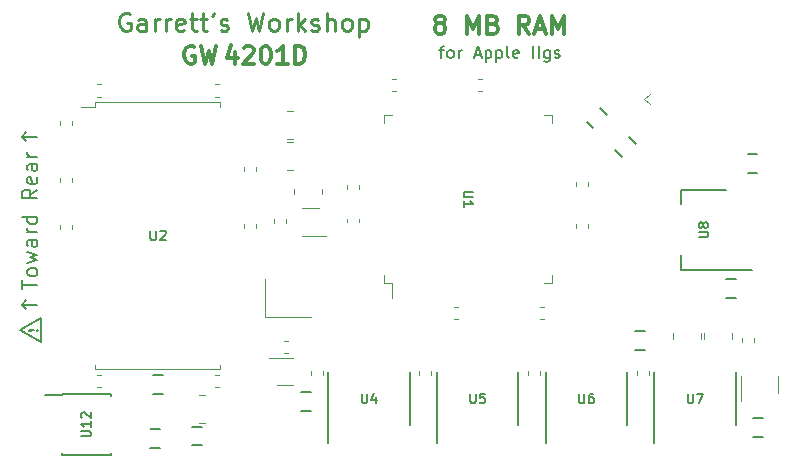
<source format=gto>
G04 #@! TF.GenerationSoftware,KiCad,Pcbnew,(5.1.5-0-10_14)*
G04 #@! TF.CreationDate,2021-04-30T04:14:58-04:00*
G04 #@! TF.ProjectId,RAM2GS,52414d32-4753-42e6-9b69-6361645f7063,2.0*
G04 #@! TF.SameCoordinates,Original*
G04 #@! TF.FileFunction,Legend,Top*
G04 #@! TF.FilePolarity,Positive*
%FSLAX46Y46*%
G04 Gerber Fmt 4.6, Leading zero omitted, Abs format (unit mm)*
G04 Created by KiCad (PCBNEW (5.1.5-0-10_14)) date 2021-04-30 04:14:58*
%MOMM*%
%LPD*%
G04 APERTURE LIST*
%ADD10C,0.200000*%
%ADD11C,0.190500*%
%ADD12C,0.300000*%
%ADD13C,0.203200*%
%ADD14C,0.225000*%
%ADD15C,0.150000*%
%ADD16C,0.120000*%
%ADD17C,0.152400*%
%ADD18C,0.100000*%
%ADD19C,1.448000*%
%ADD20C,2.000000*%
%ADD21C,2.524900*%
%ADD22C,0.937400*%
%ADD23C,1.140600*%
%ADD24C,2.150000*%
G04 APERTURE END LIST*
D10*
X48895000Y-103251000D02*
X47625000Y-103251000D01*
X47625000Y-103251000D02*
X48006000Y-103632000D01*
X48895000Y-117475000D02*
X47625000Y-117475000D01*
X47625000Y-103251000D02*
X48006000Y-102870000D01*
X49276000Y-120650000D02*
X49276000Y-118618000D01*
X49276000Y-118618000D02*
X47498000Y-119634000D01*
X47498000Y-119634000D02*
X49276000Y-120650000D01*
X47625000Y-117475000D02*
X48006000Y-117856000D01*
X47625000Y-117475000D02*
X48006000Y-117094000D01*
X47691523Y-116138476D02*
X47691523Y-115412761D01*
X48961523Y-115775619D02*
X47691523Y-115775619D01*
X48961523Y-114808000D02*
X48901047Y-114928952D01*
X48840571Y-114989428D01*
X48719619Y-115049904D01*
X48356761Y-115049904D01*
X48235809Y-114989428D01*
X48175333Y-114928952D01*
X48114857Y-114808000D01*
X48114857Y-114626571D01*
X48175333Y-114505619D01*
X48235809Y-114445142D01*
X48356761Y-114384666D01*
X48719619Y-114384666D01*
X48840571Y-114445142D01*
X48901047Y-114505619D01*
X48961523Y-114626571D01*
X48961523Y-114808000D01*
X48114857Y-113961333D02*
X48961523Y-113719428D01*
X48356761Y-113477523D01*
X48961523Y-113235619D01*
X48114857Y-112993714D01*
X48961523Y-111965619D02*
X48296285Y-111965619D01*
X48175333Y-112026095D01*
X48114857Y-112147047D01*
X48114857Y-112388952D01*
X48175333Y-112509904D01*
X48901047Y-111965619D02*
X48961523Y-112086571D01*
X48961523Y-112388952D01*
X48901047Y-112509904D01*
X48780095Y-112570380D01*
X48659142Y-112570380D01*
X48538190Y-112509904D01*
X48477714Y-112388952D01*
X48477714Y-112086571D01*
X48417238Y-111965619D01*
X48961523Y-111360857D02*
X48114857Y-111360857D01*
X48356761Y-111360857D02*
X48235809Y-111300380D01*
X48175333Y-111239904D01*
X48114857Y-111118952D01*
X48114857Y-110998000D01*
X48961523Y-110030380D02*
X47691523Y-110030380D01*
X48901047Y-110030380D02*
X48961523Y-110151333D01*
X48961523Y-110393238D01*
X48901047Y-110514190D01*
X48840571Y-110574666D01*
X48719619Y-110635142D01*
X48356761Y-110635142D01*
X48235809Y-110574666D01*
X48175333Y-110514190D01*
X48114857Y-110393238D01*
X48114857Y-110151333D01*
X48175333Y-110030380D01*
X48961523Y-107732285D02*
X48356761Y-108155619D01*
X48961523Y-108458000D02*
X47691523Y-108458000D01*
X47691523Y-107974190D01*
X47752000Y-107853238D01*
X47812476Y-107792761D01*
X47933428Y-107732285D01*
X48114857Y-107732285D01*
X48235809Y-107792761D01*
X48296285Y-107853238D01*
X48356761Y-107974190D01*
X48356761Y-108458000D01*
X48901047Y-106704190D02*
X48961523Y-106825142D01*
X48961523Y-107067047D01*
X48901047Y-107188000D01*
X48780095Y-107248476D01*
X48296285Y-107248476D01*
X48175333Y-107188000D01*
X48114857Y-107067047D01*
X48114857Y-106825142D01*
X48175333Y-106704190D01*
X48296285Y-106643714D01*
X48417238Y-106643714D01*
X48538190Y-107248476D01*
X48961523Y-105555142D02*
X48296285Y-105555142D01*
X48175333Y-105615619D01*
X48114857Y-105736571D01*
X48114857Y-105978476D01*
X48175333Y-106099428D01*
X48901047Y-105555142D02*
X48961523Y-105676095D01*
X48961523Y-105978476D01*
X48901047Y-106099428D01*
X48780095Y-106159904D01*
X48659142Y-106159904D01*
X48538190Y-106099428D01*
X48477714Y-105978476D01*
X48477714Y-105676095D01*
X48417238Y-105555142D01*
X48961523Y-104950380D02*
X48114857Y-104950380D01*
X48356761Y-104950380D02*
X48235809Y-104889904D01*
X48175333Y-104829428D01*
X48114857Y-104708476D01*
X48114857Y-104587523D01*
D11*
X48913142Y-119634000D02*
X48949428Y-119597714D01*
X48985714Y-119634000D01*
X48949428Y-119670285D01*
X48913142Y-119634000D01*
X48985714Y-119634000D01*
X48695428Y-119634000D02*
X48260000Y-119670285D01*
X48223714Y-119634000D01*
X48260000Y-119597714D01*
X48695428Y-119634000D01*
X48223714Y-119634000D01*
D12*
X65711000Y-96071571D02*
X65711000Y-97071571D01*
X65353857Y-95500142D02*
X64996714Y-96571571D01*
X65925285Y-96571571D01*
X66425285Y-95714428D02*
X66496714Y-95643000D01*
X66639571Y-95571571D01*
X66996714Y-95571571D01*
X67139571Y-95643000D01*
X67211000Y-95714428D01*
X67282428Y-95857285D01*
X67282428Y-96000142D01*
X67211000Y-96214428D01*
X66353857Y-97071571D01*
X67282428Y-97071571D01*
X68211000Y-95571571D02*
X68353857Y-95571571D01*
X68496714Y-95643000D01*
X68568142Y-95714428D01*
X68639571Y-95857285D01*
X68711000Y-96143000D01*
X68711000Y-96500142D01*
X68639571Y-96785857D01*
X68568142Y-96928714D01*
X68496714Y-97000142D01*
X68353857Y-97071571D01*
X68211000Y-97071571D01*
X68068142Y-97000142D01*
X67996714Y-96928714D01*
X67925285Y-96785857D01*
X67853857Y-96500142D01*
X67853857Y-96143000D01*
X67925285Y-95857285D01*
X67996714Y-95714428D01*
X68068142Y-95643000D01*
X68211000Y-95571571D01*
X70139571Y-97071571D02*
X69282428Y-97071571D01*
X69711000Y-97071571D02*
X69711000Y-95571571D01*
X69568142Y-95785857D01*
X69425285Y-95928714D01*
X69282428Y-96000142D01*
X70782428Y-97071571D02*
X70782428Y-95571571D01*
X71139571Y-95571571D01*
X71353857Y-95643000D01*
X71496714Y-95785857D01*
X71568142Y-95928714D01*
X71639571Y-96214428D01*
X71639571Y-96428714D01*
X71568142Y-96714428D01*
X71496714Y-96857285D01*
X71353857Y-97000142D01*
X71139571Y-97071571D01*
X70782428Y-97071571D01*
D13*
X82985428Y-95921285D02*
X83372476Y-95921285D01*
X83130571Y-96598619D02*
X83130571Y-95727761D01*
X83178952Y-95631000D01*
X83275714Y-95582619D01*
X83372476Y-95582619D01*
X83856285Y-96598619D02*
X83759523Y-96550238D01*
X83711142Y-96501857D01*
X83662761Y-96405095D01*
X83662761Y-96114809D01*
X83711142Y-96018047D01*
X83759523Y-95969666D01*
X83856285Y-95921285D01*
X84001428Y-95921285D01*
X84098190Y-95969666D01*
X84146571Y-96018047D01*
X84194952Y-96114809D01*
X84194952Y-96405095D01*
X84146571Y-96501857D01*
X84098190Y-96550238D01*
X84001428Y-96598619D01*
X83856285Y-96598619D01*
X84630380Y-96598619D02*
X84630380Y-95921285D01*
X84630380Y-96114809D02*
X84678761Y-96018047D01*
X84727142Y-95969666D01*
X84823904Y-95921285D01*
X84920666Y-95921285D01*
X85985047Y-96308333D02*
X86468857Y-96308333D01*
X85888285Y-96598619D02*
X86226952Y-95582619D01*
X86565619Y-96598619D01*
X86904285Y-95921285D02*
X86904285Y-96937285D01*
X86904285Y-95969666D02*
X87001047Y-95921285D01*
X87194571Y-95921285D01*
X87291333Y-95969666D01*
X87339714Y-96018047D01*
X87388095Y-96114809D01*
X87388095Y-96405095D01*
X87339714Y-96501857D01*
X87291333Y-96550238D01*
X87194571Y-96598619D01*
X87001047Y-96598619D01*
X86904285Y-96550238D01*
X87823523Y-95921285D02*
X87823523Y-96937285D01*
X87823523Y-95969666D02*
X87920285Y-95921285D01*
X88113809Y-95921285D01*
X88210571Y-95969666D01*
X88258952Y-96018047D01*
X88307333Y-96114809D01*
X88307333Y-96405095D01*
X88258952Y-96501857D01*
X88210571Y-96550238D01*
X88113809Y-96598619D01*
X87920285Y-96598619D01*
X87823523Y-96550238D01*
X88887904Y-96598619D02*
X88791142Y-96550238D01*
X88742761Y-96453476D01*
X88742761Y-95582619D01*
X89662000Y-96550238D02*
X89565238Y-96598619D01*
X89371714Y-96598619D01*
X89274952Y-96550238D01*
X89226571Y-96453476D01*
X89226571Y-96066428D01*
X89274952Y-95969666D01*
X89371714Y-95921285D01*
X89565238Y-95921285D01*
X89662000Y-95969666D01*
X89710380Y-96066428D01*
X89710380Y-96163190D01*
X89226571Y-96259952D01*
X90919904Y-96598619D02*
X90919904Y-95582619D01*
X91403714Y-96598619D02*
X91403714Y-95582619D01*
X92322952Y-95921285D02*
X92322952Y-96743761D01*
X92274571Y-96840523D01*
X92226190Y-96888904D01*
X92129428Y-96937285D01*
X91984285Y-96937285D01*
X91887523Y-96888904D01*
X92322952Y-96550238D02*
X92226190Y-96598619D01*
X92032666Y-96598619D01*
X91935904Y-96550238D01*
X91887523Y-96501857D01*
X91839142Y-96405095D01*
X91839142Y-96114809D01*
X91887523Y-96018047D01*
X91935904Y-95969666D01*
X92032666Y-95921285D01*
X92226190Y-95921285D01*
X92322952Y-95969666D01*
X92758380Y-96550238D02*
X92855142Y-96598619D01*
X93048666Y-96598619D01*
X93145428Y-96550238D01*
X93193809Y-96453476D01*
X93193809Y-96405095D01*
X93145428Y-96308333D01*
X93048666Y-96259952D01*
X92903523Y-96259952D01*
X92806761Y-96211571D01*
X92758380Y-96114809D01*
X92758380Y-96066428D01*
X92806761Y-95969666D01*
X92903523Y-95921285D01*
X93048666Y-95921285D01*
X93145428Y-95969666D01*
D12*
X62249571Y-95643000D02*
X62106714Y-95571571D01*
X61892428Y-95571571D01*
X61678142Y-95643000D01*
X61535285Y-95785857D01*
X61463857Y-95928714D01*
X61392428Y-96214428D01*
X61392428Y-96428714D01*
X61463857Y-96714428D01*
X61535285Y-96857285D01*
X61678142Y-97000142D01*
X61892428Y-97071571D01*
X62035285Y-97071571D01*
X62249571Y-97000142D01*
X62321000Y-96928714D01*
X62321000Y-96428714D01*
X62035285Y-96428714D01*
X62821000Y-95571571D02*
X63178142Y-97071571D01*
X63463857Y-96000142D01*
X63749571Y-97071571D01*
X64106714Y-95571571D01*
D14*
X56769000Y-92837000D02*
X56623857Y-92764428D01*
X56406142Y-92764428D01*
X56188428Y-92837000D01*
X56043285Y-92982142D01*
X55970714Y-93127285D01*
X55898142Y-93417571D01*
X55898142Y-93635285D01*
X55970714Y-93925571D01*
X56043285Y-94070714D01*
X56188428Y-94215857D01*
X56406142Y-94288428D01*
X56551285Y-94288428D01*
X56769000Y-94215857D01*
X56841571Y-94143285D01*
X56841571Y-93635285D01*
X56551285Y-93635285D01*
X58147857Y-94288428D02*
X58147857Y-93490142D01*
X58075285Y-93345000D01*
X57930142Y-93272428D01*
X57639857Y-93272428D01*
X57494714Y-93345000D01*
X58147857Y-94215857D02*
X58002714Y-94288428D01*
X57639857Y-94288428D01*
X57494714Y-94215857D01*
X57422142Y-94070714D01*
X57422142Y-93925571D01*
X57494714Y-93780428D01*
X57639857Y-93707857D01*
X58002714Y-93707857D01*
X58147857Y-93635285D01*
X58873571Y-94288428D02*
X58873571Y-93272428D01*
X58873571Y-93562714D02*
X58946142Y-93417571D01*
X59018714Y-93345000D01*
X59163857Y-93272428D01*
X59309000Y-93272428D01*
X59817000Y-94288428D02*
X59817000Y-93272428D01*
X59817000Y-93562714D02*
X59889571Y-93417571D01*
X59962142Y-93345000D01*
X60107285Y-93272428D01*
X60252428Y-93272428D01*
X61341000Y-94215857D02*
X61195857Y-94288428D01*
X60905571Y-94288428D01*
X60760428Y-94215857D01*
X60687857Y-94070714D01*
X60687857Y-93490142D01*
X60760428Y-93345000D01*
X60905571Y-93272428D01*
X61195857Y-93272428D01*
X61341000Y-93345000D01*
X61413571Y-93490142D01*
X61413571Y-93635285D01*
X60687857Y-93780428D01*
X61849000Y-93272428D02*
X62429571Y-93272428D01*
X62066714Y-92764428D02*
X62066714Y-94070714D01*
X62139285Y-94215857D01*
X62284428Y-94288428D01*
X62429571Y-94288428D01*
X62719857Y-93272428D02*
X63300428Y-93272428D01*
X62937571Y-92764428D02*
X62937571Y-94070714D01*
X63010142Y-94215857D01*
X63155285Y-94288428D01*
X63300428Y-94288428D01*
X63881000Y-92764428D02*
X63881000Y-92837000D01*
X63808428Y-92982142D01*
X63735857Y-93054714D01*
X64461571Y-94215857D02*
X64606714Y-94288428D01*
X64897000Y-94288428D01*
X65042142Y-94215857D01*
X65114714Y-94070714D01*
X65114714Y-93998142D01*
X65042142Y-93853000D01*
X64897000Y-93780428D01*
X64679285Y-93780428D01*
X64534142Y-93707857D01*
X64461571Y-93562714D01*
X64461571Y-93490142D01*
X64534142Y-93345000D01*
X64679285Y-93272428D01*
X64897000Y-93272428D01*
X65042142Y-93345000D01*
X66783857Y-92764428D02*
X67146714Y-94288428D01*
X67437000Y-93199857D01*
X67727285Y-94288428D01*
X68090142Y-92764428D01*
X68888428Y-94288428D02*
X68743285Y-94215857D01*
X68670714Y-94143285D01*
X68598142Y-93998142D01*
X68598142Y-93562714D01*
X68670714Y-93417571D01*
X68743285Y-93345000D01*
X68888428Y-93272428D01*
X69106142Y-93272428D01*
X69251285Y-93345000D01*
X69323857Y-93417571D01*
X69396428Y-93562714D01*
X69396428Y-93998142D01*
X69323857Y-94143285D01*
X69251285Y-94215857D01*
X69106142Y-94288428D01*
X68888428Y-94288428D01*
X70049571Y-94288428D02*
X70049571Y-93272428D01*
X70049571Y-93562714D02*
X70122142Y-93417571D01*
X70194714Y-93345000D01*
X70339857Y-93272428D01*
X70485000Y-93272428D01*
X70993000Y-94288428D02*
X70993000Y-92764428D01*
X71138142Y-93707857D02*
X71573571Y-94288428D01*
X71573571Y-93272428D02*
X70993000Y-93853000D01*
X72154142Y-94215857D02*
X72299285Y-94288428D01*
X72589571Y-94288428D01*
X72734714Y-94215857D01*
X72807285Y-94070714D01*
X72807285Y-93998142D01*
X72734714Y-93853000D01*
X72589571Y-93780428D01*
X72371857Y-93780428D01*
X72226714Y-93707857D01*
X72154142Y-93562714D01*
X72154142Y-93490142D01*
X72226714Y-93345000D01*
X72371857Y-93272428D01*
X72589571Y-93272428D01*
X72734714Y-93345000D01*
X73460428Y-94288428D02*
X73460428Y-92764428D01*
X74113571Y-94288428D02*
X74113571Y-93490142D01*
X74041000Y-93345000D01*
X73895857Y-93272428D01*
X73678142Y-93272428D01*
X73533000Y-93345000D01*
X73460428Y-93417571D01*
X75057000Y-94288428D02*
X74911857Y-94215857D01*
X74839285Y-94143285D01*
X74766714Y-93998142D01*
X74766714Y-93562714D01*
X74839285Y-93417571D01*
X74911857Y-93345000D01*
X75057000Y-93272428D01*
X75274714Y-93272428D01*
X75419857Y-93345000D01*
X75492428Y-93417571D01*
X75565000Y-93562714D01*
X75565000Y-93998142D01*
X75492428Y-94143285D01*
X75419857Y-94215857D01*
X75274714Y-94288428D01*
X75057000Y-94288428D01*
X76218142Y-93272428D02*
X76218142Y-94796428D01*
X76218142Y-93345000D02*
X76363285Y-93272428D01*
X76653571Y-93272428D01*
X76798714Y-93345000D01*
X76871285Y-93417571D01*
X76943857Y-93562714D01*
X76943857Y-93998142D01*
X76871285Y-94143285D01*
X76798714Y-94215857D01*
X76653571Y-94288428D01*
X76363285Y-94288428D01*
X76218142Y-94215857D01*
D12*
X82912857Y-93671571D02*
X82767714Y-93599000D01*
X82695142Y-93526428D01*
X82622571Y-93381285D01*
X82622571Y-93308714D01*
X82695142Y-93163571D01*
X82767714Y-93091000D01*
X82912857Y-93018428D01*
X83203142Y-93018428D01*
X83348285Y-93091000D01*
X83420857Y-93163571D01*
X83493428Y-93308714D01*
X83493428Y-93381285D01*
X83420857Y-93526428D01*
X83348285Y-93599000D01*
X83203142Y-93671571D01*
X82912857Y-93671571D01*
X82767714Y-93744142D01*
X82695142Y-93816714D01*
X82622571Y-93961857D01*
X82622571Y-94252142D01*
X82695142Y-94397285D01*
X82767714Y-94469857D01*
X82912857Y-94542428D01*
X83203142Y-94542428D01*
X83348285Y-94469857D01*
X83420857Y-94397285D01*
X83493428Y-94252142D01*
X83493428Y-93961857D01*
X83420857Y-93816714D01*
X83348285Y-93744142D01*
X83203142Y-93671571D01*
X85307714Y-94542428D02*
X85307714Y-93018428D01*
X85815714Y-94107000D01*
X86323714Y-93018428D01*
X86323714Y-94542428D01*
X87557428Y-93744142D02*
X87775142Y-93816714D01*
X87847714Y-93889285D01*
X87920285Y-94034428D01*
X87920285Y-94252142D01*
X87847714Y-94397285D01*
X87775142Y-94469857D01*
X87630000Y-94542428D01*
X87049428Y-94542428D01*
X87049428Y-93018428D01*
X87557428Y-93018428D01*
X87702571Y-93091000D01*
X87775142Y-93163571D01*
X87847714Y-93308714D01*
X87847714Y-93453857D01*
X87775142Y-93599000D01*
X87702571Y-93671571D01*
X87557428Y-93744142D01*
X87049428Y-93744142D01*
X90605428Y-94542428D02*
X90097428Y-93816714D01*
X89734571Y-94542428D02*
X89734571Y-93018428D01*
X90315142Y-93018428D01*
X90460285Y-93091000D01*
X90532857Y-93163571D01*
X90605428Y-93308714D01*
X90605428Y-93526428D01*
X90532857Y-93671571D01*
X90460285Y-93744142D01*
X90315142Y-93816714D01*
X89734571Y-93816714D01*
X91186000Y-94107000D02*
X91911714Y-94107000D01*
X91040857Y-94542428D02*
X91548857Y-93018428D01*
X92056857Y-94542428D01*
X92564857Y-94542428D02*
X92564857Y-93018428D01*
X93072857Y-94107000D01*
X93580857Y-93018428D01*
X93580857Y-94542428D01*
D15*
X51011000Y-125060000D02*
X51011000Y-125110000D01*
X55161000Y-125060000D02*
X55161000Y-125205000D01*
X55161000Y-130210000D02*
X55161000Y-130065000D01*
X51011000Y-130210000D02*
X51011000Y-130065000D01*
X51011000Y-125060000D02*
X55161000Y-125060000D01*
X51011000Y-130210000D02*
X55161000Y-130210000D01*
X51011000Y-125110000D02*
X49611000Y-125110000D01*
D16*
X92510000Y-102140000D02*
X92510000Y-101440000D01*
X92510000Y-101440000D02*
X91810000Y-101440000D01*
X92510000Y-114960000D02*
X92510000Y-115660000D01*
X92510000Y-115660000D02*
X91810000Y-115660000D01*
X78290000Y-102140000D02*
X78290000Y-101440000D01*
X78290000Y-101440000D02*
X78990000Y-101440000D01*
X78290000Y-114960000D02*
X78290000Y-115660000D01*
X78290000Y-115660000D02*
X78990000Y-115660000D01*
X78990000Y-115660000D02*
X78990000Y-116950000D01*
X76210000Y-107712779D02*
X76210000Y-107387221D01*
X75190000Y-107712779D02*
X75190000Y-107387221D01*
X76210000Y-110187221D02*
X76210000Y-110512779D01*
X75190000Y-110187221D02*
X75190000Y-110512779D01*
X84237221Y-118710000D02*
X84562779Y-118710000D01*
X84237221Y-117690000D02*
X84562779Y-117690000D01*
X91487221Y-117690000D02*
X91812779Y-117690000D01*
X91487221Y-118710000D02*
X91812779Y-118710000D01*
X94540000Y-110637221D02*
X94540000Y-110962779D01*
X95560000Y-110637221D02*
X95560000Y-110962779D01*
D17*
X95446946Y-101978317D02*
X96021683Y-102553054D01*
X96578317Y-100846946D02*
X97153054Y-101421683D01*
D15*
X73575000Y-129200000D02*
X73575000Y-123225000D01*
X80475000Y-127675000D02*
X80475000Y-123225000D01*
D16*
X71370000Y-111660000D02*
X73400000Y-111660000D01*
X72780000Y-109340000D02*
X71370000Y-109340000D01*
X70630000Y-121990000D02*
X68600000Y-121990000D01*
X69220000Y-124310000D02*
X70630000Y-124310000D01*
D17*
X109487000Y-114560000D02*
X103477000Y-114560000D01*
X107237000Y-107740000D02*
X103477000Y-107740000D01*
X103477000Y-114560000D02*
X103477000Y-113300000D01*
X103477000Y-107740000D02*
X103477000Y-109000000D01*
D15*
X91975000Y-129200000D02*
X91975000Y-123225000D01*
X98875000Y-127675000D02*
X98875000Y-123225000D01*
X101175000Y-129200000D02*
X101175000Y-123225000D01*
X108075000Y-127675000D02*
X108075000Y-123225000D01*
X82775000Y-129200000D02*
X82775000Y-123225000D01*
X89675000Y-127675000D02*
X89675000Y-123225000D01*
D16*
X53987221Y-99860000D02*
X54312779Y-99860000D01*
X53987221Y-98840000D02*
X54312779Y-98840000D01*
D17*
X58743600Y-125050000D02*
X59556400Y-125050000D01*
X58743600Y-123450000D02*
X59556400Y-123450000D01*
D16*
X70162779Y-120540000D02*
X69837221Y-120540000D01*
X70162779Y-121560000D02*
X69837221Y-121560000D01*
X70010000Y-110562779D02*
X70010000Y-110237221D01*
X68990000Y-110562779D02*
X68990000Y-110237221D01*
X100779923Y-100516974D02*
X100330910Y-100067962D01*
X100330910Y-100067962D02*
X100779923Y-99618949D01*
X52650000Y-100750000D02*
X53850000Y-100750000D01*
X53850000Y-100750000D02*
X53850000Y-100350000D01*
X53850000Y-100350000D02*
X64450000Y-100350000D01*
X53850000Y-122950000D02*
X64450000Y-122950000D01*
X64450000Y-100350000D02*
X64450000Y-100750000D01*
X64450000Y-122550000D02*
X64450000Y-122950000D01*
X53850000Y-122550000D02*
X53850000Y-122950000D01*
D17*
X107293600Y-116950000D02*
X108106400Y-116950000D01*
X107293600Y-115350000D02*
X108106400Y-115350000D01*
X109093600Y-106350000D02*
X109906400Y-106350000D01*
X109093600Y-104750000D02*
X109906400Y-104750000D01*
X109575600Y-128689000D02*
X110388400Y-128689000D01*
X109575600Y-127089000D02*
X110388400Y-127089000D01*
X59334400Y-127978000D02*
X58521600Y-127978000D01*
X59334400Y-129578000D02*
X58521600Y-129578000D01*
D16*
X72090000Y-123087221D02*
X72090000Y-123412779D01*
X73110000Y-123087221D02*
X73110000Y-123412779D01*
X63987221Y-124460000D02*
X64312779Y-124460000D01*
X63987221Y-123440000D02*
X64312779Y-123440000D01*
X51860000Y-102262779D02*
X51860000Y-101937221D01*
X50840000Y-102262779D02*
X50840000Y-101937221D01*
X63987221Y-99860000D02*
X64312779Y-99860000D01*
X63987221Y-98840000D02*
X64312779Y-98840000D01*
X53987221Y-124460000D02*
X54312779Y-124460000D01*
X53987221Y-123440000D02*
X54312779Y-123440000D01*
X66440000Y-110637221D02*
X66440000Y-110962779D01*
X67460000Y-110637221D02*
X67460000Y-110962779D01*
X51860000Y-107062779D02*
X51860000Y-106737221D01*
X50840000Y-107062779D02*
X50840000Y-106737221D01*
X51860000Y-111062779D02*
X51860000Y-110737221D01*
X50840000Y-111062779D02*
X50840000Y-110737221D01*
X66440000Y-105837221D02*
X66440000Y-106162779D01*
X67460000Y-105837221D02*
X67460000Y-106162779D01*
X99690000Y-123087221D02*
X99690000Y-123412779D01*
X100710000Y-123087221D02*
X100710000Y-123412779D01*
X81290000Y-123087221D02*
X81290000Y-123412779D01*
X82310000Y-123087221D02*
X82310000Y-123412779D01*
X90490000Y-123087221D02*
X90490000Y-123412779D01*
X91510000Y-123087221D02*
X91510000Y-123412779D01*
D17*
X99603054Y-103871683D02*
X99028317Y-103296946D01*
X98471683Y-105003054D02*
X97896946Y-104428317D01*
X71293600Y-126450000D02*
X72106400Y-126450000D01*
X71293600Y-124850000D02*
X72106400Y-124850000D01*
D16*
X70720000Y-107650000D02*
X70720000Y-108150000D01*
X73080000Y-107650000D02*
X73080000Y-108150000D01*
X70600000Y-101120000D02*
X70100000Y-101120000D01*
X70600000Y-103480000D02*
X70100000Y-103480000D01*
X70600000Y-103720000D02*
X70100000Y-103720000D01*
X70600000Y-106080000D02*
X70100000Y-106080000D01*
X102770000Y-119900000D02*
X102770000Y-120400000D01*
X105130000Y-119900000D02*
X105130000Y-120400000D01*
X105420000Y-119900000D02*
X105420000Y-120400000D01*
X107780000Y-119900000D02*
X107780000Y-120400000D01*
X68200000Y-118500000D02*
X68200000Y-115300000D01*
X68200000Y-118500000D02*
X72100000Y-118500000D01*
X79312779Y-98390000D02*
X78987221Y-98390000D01*
X79312779Y-99410000D02*
X78987221Y-99410000D01*
X86562779Y-98390000D02*
X86237221Y-98390000D01*
X86562779Y-99410000D02*
X86237221Y-99410000D01*
X95560000Y-107137221D02*
X95560000Y-107462779D01*
X94540000Y-107137221D02*
X94540000Y-107462779D01*
X108640000Y-120662779D02*
X108640000Y-120337221D01*
X109660000Y-120662779D02*
X109660000Y-120337221D01*
D17*
X100406400Y-121300000D02*
X99593600Y-121300000D01*
X100406400Y-119700000D02*
X99593600Y-119700000D01*
D16*
X111680000Y-123490000D02*
X111680000Y-124950000D01*
X108520000Y-123490000D02*
X108520000Y-125650000D01*
D17*
X62043600Y-127800000D02*
X62856400Y-127800000D01*
X62043600Y-129400000D02*
X62856400Y-129400000D01*
D16*
X63150000Y-127480000D02*
X62650000Y-127480000D01*
X63150000Y-125120000D02*
X62650000Y-125120000D01*
D13*
X52640895Y-128641323D02*
X53298876Y-128641323D01*
X53376285Y-128602619D01*
X53414990Y-128563914D01*
X53453695Y-128486504D01*
X53453695Y-128331685D01*
X53414990Y-128254276D01*
X53376285Y-128215571D01*
X53298876Y-128176866D01*
X52640895Y-128176866D01*
X53453695Y-127364066D02*
X53453695Y-127828523D01*
X53453695Y-127596295D02*
X52640895Y-127596295D01*
X52757009Y-127673704D01*
X52834419Y-127751114D01*
X52873123Y-127828523D01*
X52718304Y-127054428D02*
X52679600Y-127015723D01*
X52640895Y-126938314D01*
X52640895Y-126744790D01*
X52679600Y-126667380D01*
X52718304Y-126628676D01*
X52795714Y-126589971D01*
X52873123Y-126589971D01*
X52989238Y-126628676D01*
X53453695Y-127093133D01*
X53453695Y-126589971D01*
X85845104Y-107930723D02*
X85187123Y-107930723D01*
X85109714Y-107969428D01*
X85071009Y-108008133D01*
X85032304Y-108085542D01*
X85032304Y-108240361D01*
X85071009Y-108317771D01*
X85109714Y-108356476D01*
X85187123Y-108395180D01*
X85845104Y-108395180D01*
X85032304Y-109207980D02*
X85032304Y-108743523D01*
X85032304Y-108975752D02*
X85845104Y-108975752D01*
X85728990Y-108898342D01*
X85651580Y-108820933D01*
X85612876Y-108743523D01*
X76405723Y-125004895D02*
X76405723Y-125662876D01*
X76444428Y-125740285D01*
X76483133Y-125778990D01*
X76560542Y-125817695D01*
X76715361Y-125817695D01*
X76792771Y-125778990D01*
X76831476Y-125740285D01*
X76870180Y-125662876D01*
X76870180Y-125004895D01*
X77605571Y-125275828D02*
X77605571Y-125817695D01*
X77412047Y-124966190D02*
X77218523Y-125546761D01*
X77721685Y-125546761D01*
X104941895Y-111769276D02*
X105599876Y-111769276D01*
X105677285Y-111730571D01*
X105715990Y-111691866D01*
X105754695Y-111614457D01*
X105754695Y-111459638D01*
X105715990Y-111382228D01*
X105677285Y-111343523D01*
X105599876Y-111304819D01*
X104941895Y-111304819D01*
X105290238Y-110801657D02*
X105251533Y-110879066D01*
X105212828Y-110917771D01*
X105135419Y-110956476D01*
X105096714Y-110956476D01*
X105019304Y-110917771D01*
X104980600Y-110879066D01*
X104941895Y-110801657D01*
X104941895Y-110646838D01*
X104980600Y-110569428D01*
X105019304Y-110530723D01*
X105096714Y-110492019D01*
X105135419Y-110492019D01*
X105212828Y-110530723D01*
X105251533Y-110569428D01*
X105290238Y-110646838D01*
X105290238Y-110801657D01*
X105328942Y-110879066D01*
X105367647Y-110917771D01*
X105445057Y-110956476D01*
X105599876Y-110956476D01*
X105677285Y-110917771D01*
X105715990Y-110879066D01*
X105754695Y-110801657D01*
X105754695Y-110646838D01*
X105715990Y-110569428D01*
X105677285Y-110530723D01*
X105599876Y-110492019D01*
X105445057Y-110492019D01*
X105367647Y-110530723D01*
X105328942Y-110569428D01*
X105290238Y-110646838D01*
X94805723Y-125004895D02*
X94805723Y-125662876D01*
X94844428Y-125740285D01*
X94883133Y-125778990D01*
X94960542Y-125817695D01*
X95115361Y-125817695D01*
X95192771Y-125778990D01*
X95231476Y-125740285D01*
X95270180Y-125662876D01*
X95270180Y-125004895D01*
X96005571Y-125004895D02*
X95850752Y-125004895D01*
X95773342Y-125043600D01*
X95734638Y-125082304D01*
X95657228Y-125198419D01*
X95618523Y-125353238D01*
X95618523Y-125662876D01*
X95657228Y-125740285D01*
X95695933Y-125778990D01*
X95773342Y-125817695D01*
X95928161Y-125817695D01*
X96005571Y-125778990D01*
X96044276Y-125740285D01*
X96082980Y-125662876D01*
X96082980Y-125469352D01*
X96044276Y-125391942D01*
X96005571Y-125353238D01*
X95928161Y-125314533D01*
X95773342Y-125314533D01*
X95695933Y-125353238D01*
X95657228Y-125391942D01*
X95618523Y-125469352D01*
X104005723Y-125004895D02*
X104005723Y-125662876D01*
X104044428Y-125740285D01*
X104083133Y-125778990D01*
X104160542Y-125817695D01*
X104315361Y-125817695D01*
X104392771Y-125778990D01*
X104431476Y-125740285D01*
X104470180Y-125662876D01*
X104470180Y-125004895D01*
X104779819Y-125004895D02*
X105321685Y-125004895D01*
X104973342Y-125817695D01*
X85605723Y-125004895D02*
X85605723Y-125662876D01*
X85644428Y-125740285D01*
X85683133Y-125778990D01*
X85760542Y-125817695D01*
X85915361Y-125817695D01*
X85992771Y-125778990D01*
X86031476Y-125740285D01*
X86070180Y-125662876D01*
X86070180Y-125004895D01*
X86844276Y-125004895D02*
X86457228Y-125004895D01*
X86418523Y-125391942D01*
X86457228Y-125353238D01*
X86534638Y-125314533D01*
X86728161Y-125314533D01*
X86805571Y-125353238D01*
X86844276Y-125391942D01*
X86882980Y-125469352D01*
X86882980Y-125662876D01*
X86844276Y-125740285D01*
X86805571Y-125778990D01*
X86728161Y-125817695D01*
X86534638Y-125817695D01*
X86457228Y-125778990D01*
X86418523Y-125740285D01*
X58530723Y-111204895D02*
X58530723Y-111862876D01*
X58569428Y-111940285D01*
X58608133Y-111978990D01*
X58685542Y-112017695D01*
X58840361Y-112017695D01*
X58917771Y-111978990D01*
X58956476Y-111940285D01*
X58995180Y-111862876D01*
X58995180Y-111204895D01*
X59343523Y-111282304D02*
X59382228Y-111243600D01*
X59459638Y-111204895D01*
X59653161Y-111204895D01*
X59730571Y-111243600D01*
X59769276Y-111282304D01*
X59807980Y-111359714D01*
X59807980Y-111437123D01*
X59769276Y-111553238D01*
X59304819Y-112017695D01*
X59807980Y-112017695D01*
%LPC*%
D18*
G36*
X113538000Y-139446000D02*
G01*
X113030000Y-139954000D01*
X55626000Y-139954000D01*
X55118000Y-139446000D01*
X55118000Y-132080000D01*
X113538000Y-132080000D01*
X113538000Y-139446000D01*
G37*
G36*
X51605603Y-125330963D02*
G01*
X51625018Y-125333843D01*
X51644057Y-125338612D01*
X51662537Y-125345224D01*
X51680279Y-125353616D01*
X51697114Y-125363706D01*
X51712879Y-125375398D01*
X51727421Y-125388579D01*
X51740602Y-125403121D01*
X51752294Y-125418886D01*
X51762384Y-125435721D01*
X51770776Y-125453463D01*
X51777388Y-125471943D01*
X51782157Y-125490982D01*
X51785037Y-125510397D01*
X51786000Y-125530000D01*
X51786000Y-125930000D01*
X51785037Y-125949603D01*
X51782157Y-125969018D01*
X51777388Y-125988057D01*
X51770776Y-126006537D01*
X51762384Y-126024279D01*
X51752294Y-126041114D01*
X51740602Y-126056879D01*
X51727421Y-126071421D01*
X51712879Y-126084602D01*
X51697114Y-126096294D01*
X51680279Y-126106384D01*
X51662537Y-126114776D01*
X51644057Y-126121388D01*
X51625018Y-126126157D01*
X51605603Y-126129037D01*
X51586000Y-126130000D01*
X49786000Y-126130000D01*
X49766397Y-126129037D01*
X49746982Y-126126157D01*
X49727943Y-126121388D01*
X49709463Y-126114776D01*
X49691721Y-126106384D01*
X49674886Y-126096294D01*
X49659121Y-126084602D01*
X49644579Y-126071421D01*
X49631398Y-126056879D01*
X49619706Y-126041114D01*
X49609616Y-126024279D01*
X49601224Y-126006537D01*
X49594612Y-125988057D01*
X49589843Y-125969018D01*
X49586963Y-125949603D01*
X49586000Y-125930000D01*
X49586000Y-125530000D01*
X49586963Y-125510397D01*
X49589843Y-125490982D01*
X49594612Y-125471943D01*
X49601224Y-125453463D01*
X49609616Y-125435721D01*
X49619706Y-125418886D01*
X49631398Y-125403121D01*
X49644579Y-125388579D01*
X49659121Y-125375398D01*
X49674886Y-125363706D01*
X49691721Y-125353616D01*
X49709463Y-125345224D01*
X49727943Y-125338612D01*
X49746982Y-125333843D01*
X49766397Y-125330963D01*
X49786000Y-125330000D01*
X51586000Y-125330000D01*
X51605603Y-125330963D01*
G37*
G36*
X51605603Y-126600963D02*
G01*
X51625018Y-126603843D01*
X51644057Y-126608612D01*
X51662537Y-126615224D01*
X51680279Y-126623616D01*
X51697114Y-126633706D01*
X51712879Y-126645398D01*
X51727421Y-126658579D01*
X51740602Y-126673121D01*
X51752294Y-126688886D01*
X51762384Y-126705721D01*
X51770776Y-126723463D01*
X51777388Y-126741943D01*
X51782157Y-126760982D01*
X51785037Y-126780397D01*
X51786000Y-126800000D01*
X51786000Y-127200000D01*
X51785037Y-127219603D01*
X51782157Y-127239018D01*
X51777388Y-127258057D01*
X51770776Y-127276537D01*
X51762384Y-127294279D01*
X51752294Y-127311114D01*
X51740602Y-127326879D01*
X51727421Y-127341421D01*
X51712879Y-127354602D01*
X51697114Y-127366294D01*
X51680279Y-127376384D01*
X51662537Y-127384776D01*
X51644057Y-127391388D01*
X51625018Y-127396157D01*
X51605603Y-127399037D01*
X51586000Y-127400000D01*
X49786000Y-127400000D01*
X49766397Y-127399037D01*
X49746982Y-127396157D01*
X49727943Y-127391388D01*
X49709463Y-127384776D01*
X49691721Y-127376384D01*
X49674886Y-127366294D01*
X49659121Y-127354602D01*
X49644579Y-127341421D01*
X49631398Y-127326879D01*
X49619706Y-127311114D01*
X49609616Y-127294279D01*
X49601224Y-127276537D01*
X49594612Y-127258057D01*
X49589843Y-127239018D01*
X49586963Y-127219603D01*
X49586000Y-127200000D01*
X49586000Y-126800000D01*
X49586963Y-126780397D01*
X49589843Y-126760982D01*
X49594612Y-126741943D01*
X49601224Y-126723463D01*
X49609616Y-126705721D01*
X49619706Y-126688886D01*
X49631398Y-126673121D01*
X49644579Y-126658579D01*
X49659121Y-126645398D01*
X49674886Y-126633706D01*
X49691721Y-126623616D01*
X49709463Y-126615224D01*
X49727943Y-126608612D01*
X49746982Y-126603843D01*
X49766397Y-126600963D01*
X49786000Y-126600000D01*
X51586000Y-126600000D01*
X51605603Y-126600963D01*
G37*
G36*
X51605603Y-127870963D02*
G01*
X51625018Y-127873843D01*
X51644057Y-127878612D01*
X51662537Y-127885224D01*
X51680279Y-127893616D01*
X51697114Y-127903706D01*
X51712879Y-127915398D01*
X51727421Y-127928579D01*
X51740602Y-127943121D01*
X51752294Y-127958886D01*
X51762384Y-127975721D01*
X51770776Y-127993463D01*
X51777388Y-128011943D01*
X51782157Y-128030982D01*
X51785037Y-128050397D01*
X51786000Y-128070000D01*
X51786000Y-128470000D01*
X51785037Y-128489603D01*
X51782157Y-128509018D01*
X51777388Y-128528057D01*
X51770776Y-128546537D01*
X51762384Y-128564279D01*
X51752294Y-128581114D01*
X51740602Y-128596879D01*
X51727421Y-128611421D01*
X51712879Y-128624602D01*
X51697114Y-128636294D01*
X51680279Y-128646384D01*
X51662537Y-128654776D01*
X51644057Y-128661388D01*
X51625018Y-128666157D01*
X51605603Y-128669037D01*
X51586000Y-128670000D01*
X49786000Y-128670000D01*
X49766397Y-128669037D01*
X49746982Y-128666157D01*
X49727943Y-128661388D01*
X49709463Y-128654776D01*
X49691721Y-128646384D01*
X49674886Y-128636294D01*
X49659121Y-128624602D01*
X49644579Y-128611421D01*
X49631398Y-128596879D01*
X49619706Y-128581114D01*
X49609616Y-128564279D01*
X49601224Y-128546537D01*
X49594612Y-128528057D01*
X49589843Y-128509018D01*
X49586963Y-128489603D01*
X49586000Y-128470000D01*
X49586000Y-128070000D01*
X49586963Y-128050397D01*
X49589843Y-128030982D01*
X49594612Y-128011943D01*
X49601224Y-127993463D01*
X49609616Y-127975721D01*
X49619706Y-127958886D01*
X49631398Y-127943121D01*
X49644579Y-127928579D01*
X49659121Y-127915398D01*
X49674886Y-127903706D01*
X49691721Y-127893616D01*
X49709463Y-127885224D01*
X49727943Y-127878612D01*
X49746982Y-127873843D01*
X49766397Y-127870963D01*
X49786000Y-127870000D01*
X51586000Y-127870000D01*
X51605603Y-127870963D01*
G37*
G36*
X51605603Y-129140963D02*
G01*
X51625018Y-129143843D01*
X51644057Y-129148612D01*
X51662537Y-129155224D01*
X51680279Y-129163616D01*
X51697114Y-129173706D01*
X51712879Y-129185398D01*
X51727421Y-129198579D01*
X51740602Y-129213121D01*
X51752294Y-129228886D01*
X51762384Y-129245721D01*
X51770776Y-129263463D01*
X51777388Y-129281943D01*
X51782157Y-129300982D01*
X51785037Y-129320397D01*
X51786000Y-129340000D01*
X51786000Y-129740000D01*
X51785037Y-129759603D01*
X51782157Y-129779018D01*
X51777388Y-129798057D01*
X51770776Y-129816537D01*
X51762384Y-129834279D01*
X51752294Y-129851114D01*
X51740602Y-129866879D01*
X51727421Y-129881421D01*
X51712879Y-129894602D01*
X51697114Y-129906294D01*
X51680279Y-129916384D01*
X51662537Y-129924776D01*
X51644057Y-129931388D01*
X51625018Y-129936157D01*
X51605603Y-129939037D01*
X51586000Y-129940000D01*
X49786000Y-129940000D01*
X49766397Y-129939037D01*
X49746982Y-129936157D01*
X49727943Y-129931388D01*
X49709463Y-129924776D01*
X49691721Y-129916384D01*
X49674886Y-129906294D01*
X49659121Y-129894602D01*
X49644579Y-129881421D01*
X49631398Y-129866879D01*
X49619706Y-129851114D01*
X49609616Y-129834279D01*
X49601224Y-129816537D01*
X49594612Y-129798057D01*
X49589843Y-129779018D01*
X49586963Y-129759603D01*
X49586000Y-129740000D01*
X49586000Y-129340000D01*
X49586963Y-129320397D01*
X49589843Y-129300982D01*
X49594612Y-129281943D01*
X49601224Y-129263463D01*
X49609616Y-129245721D01*
X49619706Y-129228886D01*
X49631398Y-129213121D01*
X49644579Y-129198579D01*
X49659121Y-129185398D01*
X49674886Y-129173706D01*
X49691721Y-129163616D01*
X49709463Y-129155224D01*
X49727943Y-129148612D01*
X49746982Y-129143843D01*
X49766397Y-129140963D01*
X49786000Y-129140000D01*
X51586000Y-129140000D01*
X51605603Y-129140963D01*
G37*
G36*
X56405603Y-129140963D02*
G01*
X56425018Y-129143843D01*
X56444057Y-129148612D01*
X56462537Y-129155224D01*
X56480279Y-129163616D01*
X56497114Y-129173706D01*
X56512879Y-129185398D01*
X56527421Y-129198579D01*
X56540602Y-129213121D01*
X56552294Y-129228886D01*
X56562384Y-129245721D01*
X56570776Y-129263463D01*
X56577388Y-129281943D01*
X56582157Y-129300982D01*
X56585037Y-129320397D01*
X56586000Y-129340000D01*
X56586000Y-129740000D01*
X56585037Y-129759603D01*
X56582157Y-129779018D01*
X56577388Y-129798057D01*
X56570776Y-129816537D01*
X56562384Y-129834279D01*
X56552294Y-129851114D01*
X56540602Y-129866879D01*
X56527421Y-129881421D01*
X56512879Y-129894602D01*
X56497114Y-129906294D01*
X56480279Y-129916384D01*
X56462537Y-129924776D01*
X56444057Y-129931388D01*
X56425018Y-129936157D01*
X56405603Y-129939037D01*
X56386000Y-129940000D01*
X54586000Y-129940000D01*
X54566397Y-129939037D01*
X54546982Y-129936157D01*
X54527943Y-129931388D01*
X54509463Y-129924776D01*
X54491721Y-129916384D01*
X54474886Y-129906294D01*
X54459121Y-129894602D01*
X54444579Y-129881421D01*
X54431398Y-129866879D01*
X54419706Y-129851114D01*
X54409616Y-129834279D01*
X54401224Y-129816537D01*
X54394612Y-129798057D01*
X54389843Y-129779018D01*
X54386963Y-129759603D01*
X54386000Y-129740000D01*
X54386000Y-129340000D01*
X54386963Y-129320397D01*
X54389843Y-129300982D01*
X54394612Y-129281943D01*
X54401224Y-129263463D01*
X54409616Y-129245721D01*
X54419706Y-129228886D01*
X54431398Y-129213121D01*
X54444579Y-129198579D01*
X54459121Y-129185398D01*
X54474886Y-129173706D01*
X54491721Y-129163616D01*
X54509463Y-129155224D01*
X54527943Y-129148612D01*
X54546982Y-129143843D01*
X54566397Y-129140963D01*
X54586000Y-129140000D01*
X56386000Y-129140000D01*
X56405603Y-129140963D01*
G37*
G36*
X56405603Y-127870963D02*
G01*
X56425018Y-127873843D01*
X56444057Y-127878612D01*
X56462537Y-127885224D01*
X56480279Y-127893616D01*
X56497114Y-127903706D01*
X56512879Y-127915398D01*
X56527421Y-127928579D01*
X56540602Y-127943121D01*
X56552294Y-127958886D01*
X56562384Y-127975721D01*
X56570776Y-127993463D01*
X56577388Y-128011943D01*
X56582157Y-128030982D01*
X56585037Y-128050397D01*
X56586000Y-128070000D01*
X56586000Y-128470000D01*
X56585037Y-128489603D01*
X56582157Y-128509018D01*
X56577388Y-128528057D01*
X56570776Y-128546537D01*
X56562384Y-128564279D01*
X56552294Y-128581114D01*
X56540602Y-128596879D01*
X56527421Y-128611421D01*
X56512879Y-128624602D01*
X56497114Y-128636294D01*
X56480279Y-128646384D01*
X56462537Y-128654776D01*
X56444057Y-128661388D01*
X56425018Y-128666157D01*
X56405603Y-128669037D01*
X56386000Y-128670000D01*
X54586000Y-128670000D01*
X54566397Y-128669037D01*
X54546982Y-128666157D01*
X54527943Y-128661388D01*
X54509463Y-128654776D01*
X54491721Y-128646384D01*
X54474886Y-128636294D01*
X54459121Y-128624602D01*
X54444579Y-128611421D01*
X54431398Y-128596879D01*
X54419706Y-128581114D01*
X54409616Y-128564279D01*
X54401224Y-128546537D01*
X54394612Y-128528057D01*
X54389843Y-128509018D01*
X54386963Y-128489603D01*
X54386000Y-128470000D01*
X54386000Y-128070000D01*
X54386963Y-128050397D01*
X54389843Y-128030982D01*
X54394612Y-128011943D01*
X54401224Y-127993463D01*
X54409616Y-127975721D01*
X54419706Y-127958886D01*
X54431398Y-127943121D01*
X54444579Y-127928579D01*
X54459121Y-127915398D01*
X54474886Y-127903706D01*
X54491721Y-127893616D01*
X54509463Y-127885224D01*
X54527943Y-127878612D01*
X54546982Y-127873843D01*
X54566397Y-127870963D01*
X54586000Y-127870000D01*
X56386000Y-127870000D01*
X56405603Y-127870963D01*
G37*
G36*
X56405603Y-126600963D02*
G01*
X56425018Y-126603843D01*
X56444057Y-126608612D01*
X56462537Y-126615224D01*
X56480279Y-126623616D01*
X56497114Y-126633706D01*
X56512879Y-126645398D01*
X56527421Y-126658579D01*
X56540602Y-126673121D01*
X56552294Y-126688886D01*
X56562384Y-126705721D01*
X56570776Y-126723463D01*
X56577388Y-126741943D01*
X56582157Y-126760982D01*
X56585037Y-126780397D01*
X56586000Y-126800000D01*
X56586000Y-127200000D01*
X56585037Y-127219603D01*
X56582157Y-127239018D01*
X56577388Y-127258057D01*
X56570776Y-127276537D01*
X56562384Y-127294279D01*
X56552294Y-127311114D01*
X56540602Y-127326879D01*
X56527421Y-127341421D01*
X56512879Y-127354602D01*
X56497114Y-127366294D01*
X56480279Y-127376384D01*
X56462537Y-127384776D01*
X56444057Y-127391388D01*
X56425018Y-127396157D01*
X56405603Y-127399037D01*
X56386000Y-127400000D01*
X54586000Y-127400000D01*
X54566397Y-127399037D01*
X54546982Y-127396157D01*
X54527943Y-127391388D01*
X54509463Y-127384776D01*
X54491721Y-127376384D01*
X54474886Y-127366294D01*
X54459121Y-127354602D01*
X54444579Y-127341421D01*
X54431398Y-127326879D01*
X54419706Y-127311114D01*
X54409616Y-127294279D01*
X54401224Y-127276537D01*
X54394612Y-127258057D01*
X54389843Y-127239018D01*
X54386963Y-127219603D01*
X54386000Y-127200000D01*
X54386000Y-126800000D01*
X54386963Y-126780397D01*
X54389843Y-126760982D01*
X54394612Y-126741943D01*
X54401224Y-126723463D01*
X54409616Y-126705721D01*
X54419706Y-126688886D01*
X54431398Y-126673121D01*
X54444579Y-126658579D01*
X54459121Y-126645398D01*
X54474886Y-126633706D01*
X54491721Y-126623616D01*
X54509463Y-126615224D01*
X54527943Y-126608612D01*
X54546982Y-126603843D01*
X54566397Y-126600963D01*
X54586000Y-126600000D01*
X56386000Y-126600000D01*
X56405603Y-126600963D01*
G37*
G36*
X56405603Y-125330963D02*
G01*
X56425018Y-125333843D01*
X56444057Y-125338612D01*
X56462537Y-125345224D01*
X56480279Y-125353616D01*
X56497114Y-125363706D01*
X56512879Y-125375398D01*
X56527421Y-125388579D01*
X56540602Y-125403121D01*
X56552294Y-125418886D01*
X56562384Y-125435721D01*
X56570776Y-125453463D01*
X56577388Y-125471943D01*
X56582157Y-125490982D01*
X56585037Y-125510397D01*
X56586000Y-125530000D01*
X56586000Y-125930000D01*
X56585037Y-125949603D01*
X56582157Y-125969018D01*
X56577388Y-125988057D01*
X56570776Y-126006537D01*
X56562384Y-126024279D01*
X56552294Y-126041114D01*
X56540602Y-126056879D01*
X56527421Y-126071421D01*
X56512879Y-126084602D01*
X56497114Y-126096294D01*
X56480279Y-126106384D01*
X56462537Y-126114776D01*
X56444057Y-126121388D01*
X56425018Y-126126157D01*
X56405603Y-126129037D01*
X56386000Y-126130000D01*
X54586000Y-126130000D01*
X54566397Y-126129037D01*
X54546982Y-126126157D01*
X54527943Y-126121388D01*
X54509463Y-126114776D01*
X54491721Y-126106384D01*
X54474886Y-126096294D01*
X54459121Y-126084602D01*
X54444579Y-126071421D01*
X54431398Y-126056879D01*
X54419706Y-126041114D01*
X54409616Y-126024279D01*
X54401224Y-126006537D01*
X54394612Y-125988057D01*
X54389843Y-125969018D01*
X54386963Y-125949603D01*
X54386000Y-125930000D01*
X54386000Y-125530000D01*
X54386963Y-125510397D01*
X54389843Y-125490982D01*
X54394612Y-125471943D01*
X54401224Y-125453463D01*
X54409616Y-125435721D01*
X54419706Y-125418886D01*
X54431398Y-125403121D01*
X54444579Y-125388579D01*
X54459121Y-125375398D01*
X54474886Y-125363706D01*
X54491721Y-125353616D01*
X54509463Y-125345224D01*
X54527943Y-125338612D01*
X54546982Y-125333843D01*
X54566397Y-125330963D01*
X54586000Y-125330000D01*
X56386000Y-125330000D01*
X56405603Y-125330963D01*
G37*
D19*
X48514000Y-129540000D03*
D20*
X48514000Y-123952000D03*
D18*
G36*
X79495527Y-115451419D02*
G01*
X79503973Y-115452672D01*
X79512255Y-115454746D01*
X79520293Y-115457622D01*
X79528012Y-115461273D01*
X79535335Y-115465662D01*
X79542192Y-115470748D01*
X79548518Y-115476482D01*
X79554252Y-115482808D01*
X79559338Y-115489665D01*
X79563727Y-115496988D01*
X79567378Y-115504707D01*
X79570254Y-115512745D01*
X79572328Y-115521027D01*
X79573581Y-115529473D01*
X79574000Y-115538000D01*
X79574000Y-116887000D01*
X79573581Y-116895527D01*
X79572328Y-116903973D01*
X79570254Y-116912255D01*
X79567378Y-116920293D01*
X79563727Y-116928012D01*
X79559338Y-116935335D01*
X79554252Y-116942192D01*
X79548518Y-116948518D01*
X79542192Y-116954252D01*
X79535335Y-116959338D01*
X79528012Y-116963727D01*
X79520293Y-116967378D01*
X79512255Y-116970254D01*
X79503973Y-116972328D01*
X79495527Y-116973581D01*
X79487000Y-116974000D01*
X79313000Y-116974000D01*
X79304473Y-116973581D01*
X79296027Y-116972328D01*
X79287745Y-116970254D01*
X79279707Y-116967378D01*
X79271988Y-116963727D01*
X79264665Y-116959338D01*
X79257808Y-116954252D01*
X79251482Y-116948518D01*
X79245748Y-116942192D01*
X79240662Y-116935335D01*
X79236273Y-116928012D01*
X79232622Y-116920293D01*
X79229746Y-116912255D01*
X79227672Y-116903973D01*
X79226419Y-116895527D01*
X79226000Y-116887000D01*
X79226000Y-115538000D01*
X79226419Y-115529473D01*
X79227672Y-115521027D01*
X79229746Y-115512745D01*
X79232622Y-115504707D01*
X79236273Y-115496988D01*
X79240662Y-115489665D01*
X79245748Y-115482808D01*
X79251482Y-115476482D01*
X79257808Y-115470748D01*
X79264665Y-115465662D01*
X79271988Y-115461273D01*
X79279707Y-115457622D01*
X79287745Y-115454746D01*
X79296027Y-115452672D01*
X79304473Y-115451419D01*
X79313000Y-115451000D01*
X79487000Y-115451000D01*
X79495527Y-115451419D01*
G37*
G36*
X79995527Y-115451419D02*
G01*
X80003973Y-115452672D01*
X80012255Y-115454746D01*
X80020293Y-115457622D01*
X80028012Y-115461273D01*
X80035335Y-115465662D01*
X80042192Y-115470748D01*
X80048518Y-115476482D01*
X80054252Y-115482808D01*
X80059338Y-115489665D01*
X80063727Y-115496988D01*
X80067378Y-115504707D01*
X80070254Y-115512745D01*
X80072328Y-115521027D01*
X80073581Y-115529473D01*
X80074000Y-115538000D01*
X80074000Y-116887000D01*
X80073581Y-116895527D01*
X80072328Y-116903973D01*
X80070254Y-116912255D01*
X80067378Y-116920293D01*
X80063727Y-116928012D01*
X80059338Y-116935335D01*
X80054252Y-116942192D01*
X80048518Y-116948518D01*
X80042192Y-116954252D01*
X80035335Y-116959338D01*
X80028012Y-116963727D01*
X80020293Y-116967378D01*
X80012255Y-116970254D01*
X80003973Y-116972328D01*
X79995527Y-116973581D01*
X79987000Y-116974000D01*
X79813000Y-116974000D01*
X79804473Y-116973581D01*
X79796027Y-116972328D01*
X79787745Y-116970254D01*
X79779707Y-116967378D01*
X79771988Y-116963727D01*
X79764665Y-116959338D01*
X79757808Y-116954252D01*
X79751482Y-116948518D01*
X79745748Y-116942192D01*
X79740662Y-116935335D01*
X79736273Y-116928012D01*
X79732622Y-116920293D01*
X79729746Y-116912255D01*
X79727672Y-116903973D01*
X79726419Y-116895527D01*
X79726000Y-116887000D01*
X79726000Y-115538000D01*
X79726419Y-115529473D01*
X79727672Y-115521027D01*
X79729746Y-115512745D01*
X79732622Y-115504707D01*
X79736273Y-115496988D01*
X79740662Y-115489665D01*
X79745748Y-115482808D01*
X79751482Y-115476482D01*
X79757808Y-115470748D01*
X79764665Y-115465662D01*
X79771988Y-115461273D01*
X79779707Y-115457622D01*
X79787745Y-115454746D01*
X79796027Y-115452672D01*
X79804473Y-115451419D01*
X79813000Y-115451000D01*
X79987000Y-115451000D01*
X79995527Y-115451419D01*
G37*
G36*
X80495527Y-115451419D02*
G01*
X80503973Y-115452672D01*
X80512255Y-115454746D01*
X80520293Y-115457622D01*
X80528012Y-115461273D01*
X80535335Y-115465662D01*
X80542192Y-115470748D01*
X80548518Y-115476482D01*
X80554252Y-115482808D01*
X80559338Y-115489665D01*
X80563727Y-115496988D01*
X80567378Y-115504707D01*
X80570254Y-115512745D01*
X80572328Y-115521027D01*
X80573581Y-115529473D01*
X80574000Y-115538000D01*
X80574000Y-116887000D01*
X80573581Y-116895527D01*
X80572328Y-116903973D01*
X80570254Y-116912255D01*
X80567378Y-116920293D01*
X80563727Y-116928012D01*
X80559338Y-116935335D01*
X80554252Y-116942192D01*
X80548518Y-116948518D01*
X80542192Y-116954252D01*
X80535335Y-116959338D01*
X80528012Y-116963727D01*
X80520293Y-116967378D01*
X80512255Y-116970254D01*
X80503973Y-116972328D01*
X80495527Y-116973581D01*
X80487000Y-116974000D01*
X80313000Y-116974000D01*
X80304473Y-116973581D01*
X80296027Y-116972328D01*
X80287745Y-116970254D01*
X80279707Y-116967378D01*
X80271988Y-116963727D01*
X80264665Y-116959338D01*
X80257808Y-116954252D01*
X80251482Y-116948518D01*
X80245748Y-116942192D01*
X80240662Y-116935335D01*
X80236273Y-116928012D01*
X80232622Y-116920293D01*
X80229746Y-116912255D01*
X80227672Y-116903973D01*
X80226419Y-116895527D01*
X80226000Y-116887000D01*
X80226000Y-115538000D01*
X80226419Y-115529473D01*
X80227672Y-115521027D01*
X80229746Y-115512745D01*
X80232622Y-115504707D01*
X80236273Y-115496988D01*
X80240662Y-115489665D01*
X80245748Y-115482808D01*
X80251482Y-115476482D01*
X80257808Y-115470748D01*
X80264665Y-115465662D01*
X80271988Y-115461273D01*
X80279707Y-115457622D01*
X80287745Y-115454746D01*
X80296027Y-115452672D01*
X80304473Y-115451419D01*
X80313000Y-115451000D01*
X80487000Y-115451000D01*
X80495527Y-115451419D01*
G37*
G36*
X80995527Y-115451419D02*
G01*
X81003973Y-115452672D01*
X81012255Y-115454746D01*
X81020293Y-115457622D01*
X81028012Y-115461273D01*
X81035335Y-115465662D01*
X81042192Y-115470748D01*
X81048518Y-115476482D01*
X81054252Y-115482808D01*
X81059338Y-115489665D01*
X81063727Y-115496988D01*
X81067378Y-115504707D01*
X81070254Y-115512745D01*
X81072328Y-115521027D01*
X81073581Y-115529473D01*
X81074000Y-115538000D01*
X81074000Y-116887000D01*
X81073581Y-116895527D01*
X81072328Y-116903973D01*
X81070254Y-116912255D01*
X81067378Y-116920293D01*
X81063727Y-116928012D01*
X81059338Y-116935335D01*
X81054252Y-116942192D01*
X81048518Y-116948518D01*
X81042192Y-116954252D01*
X81035335Y-116959338D01*
X81028012Y-116963727D01*
X81020293Y-116967378D01*
X81012255Y-116970254D01*
X81003973Y-116972328D01*
X80995527Y-116973581D01*
X80987000Y-116974000D01*
X80813000Y-116974000D01*
X80804473Y-116973581D01*
X80796027Y-116972328D01*
X80787745Y-116970254D01*
X80779707Y-116967378D01*
X80771988Y-116963727D01*
X80764665Y-116959338D01*
X80757808Y-116954252D01*
X80751482Y-116948518D01*
X80745748Y-116942192D01*
X80740662Y-116935335D01*
X80736273Y-116928012D01*
X80732622Y-116920293D01*
X80729746Y-116912255D01*
X80727672Y-116903973D01*
X80726419Y-116895527D01*
X80726000Y-116887000D01*
X80726000Y-115538000D01*
X80726419Y-115529473D01*
X80727672Y-115521027D01*
X80729746Y-115512745D01*
X80732622Y-115504707D01*
X80736273Y-115496988D01*
X80740662Y-115489665D01*
X80745748Y-115482808D01*
X80751482Y-115476482D01*
X80757808Y-115470748D01*
X80764665Y-115465662D01*
X80771988Y-115461273D01*
X80779707Y-115457622D01*
X80787745Y-115454746D01*
X80796027Y-115452672D01*
X80804473Y-115451419D01*
X80813000Y-115451000D01*
X80987000Y-115451000D01*
X80995527Y-115451419D01*
G37*
G36*
X81495527Y-115451419D02*
G01*
X81503973Y-115452672D01*
X81512255Y-115454746D01*
X81520293Y-115457622D01*
X81528012Y-115461273D01*
X81535335Y-115465662D01*
X81542192Y-115470748D01*
X81548518Y-115476482D01*
X81554252Y-115482808D01*
X81559338Y-115489665D01*
X81563727Y-115496988D01*
X81567378Y-115504707D01*
X81570254Y-115512745D01*
X81572328Y-115521027D01*
X81573581Y-115529473D01*
X81574000Y-115538000D01*
X81574000Y-116887000D01*
X81573581Y-116895527D01*
X81572328Y-116903973D01*
X81570254Y-116912255D01*
X81567378Y-116920293D01*
X81563727Y-116928012D01*
X81559338Y-116935335D01*
X81554252Y-116942192D01*
X81548518Y-116948518D01*
X81542192Y-116954252D01*
X81535335Y-116959338D01*
X81528012Y-116963727D01*
X81520293Y-116967378D01*
X81512255Y-116970254D01*
X81503973Y-116972328D01*
X81495527Y-116973581D01*
X81487000Y-116974000D01*
X81313000Y-116974000D01*
X81304473Y-116973581D01*
X81296027Y-116972328D01*
X81287745Y-116970254D01*
X81279707Y-116967378D01*
X81271988Y-116963727D01*
X81264665Y-116959338D01*
X81257808Y-116954252D01*
X81251482Y-116948518D01*
X81245748Y-116942192D01*
X81240662Y-116935335D01*
X81236273Y-116928012D01*
X81232622Y-116920293D01*
X81229746Y-116912255D01*
X81227672Y-116903973D01*
X81226419Y-116895527D01*
X81226000Y-116887000D01*
X81226000Y-115538000D01*
X81226419Y-115529473D01*
X81227672Y-115521027D01*
X81229746Y-115512745D01*
X81232622Y-115504707D01*
X81236273Y-115496988D01*
X81240662Y-115489665D01*
X81245748Y-115482808D01*
X81251482Y-115476482D01*
X81257808Y-115470748D01*
X81264665Y-115465662D01*
X81271988Y-115461273D01*
X81279707Y-115457622D01*
X81287745Y-115454746D01*
X81296027Y-115452672D01*
X81304473Y-115451419D01*
X81313000Y-115451000D01*
X81487000Y-115451000D01*
X81495527Y-115451419D01*
G37*
G36*
X81995527Y-115451419D02*
G01*
X82003973Y-115452672D01*
X82012255Y-115454746D01*
X82020293Y-115457622D01*
X82028012Y-115461273D01*
X82035335Y-115465662D01*
X82042192Y-115470748D01*
X82048518Y-115476482D01*
X82054252Y-115482808D01*
X82059338Y-115489665D01*
X82063727Y-115496988D01*
X82067378Y-115504707D01*
X82070254Y-115512745D01*
X82072328Y-115521027D01*
X82073581Y-115529473D01*
X82074000Y-115538000D01*
X82074000Y-116887000D01*
X82073581Y-116895527D01*
X82072328Y-116903973D01*
X82070254Y-116912255D01*
X82067378Y-116920293D01*
X82063727Y-116928012D01*
X82059338Y-116935335D01*
X82054252Y-116942192D01*
X82048518Y-116948518D01*
X82042192Y-116954252D01*
X82035335Y-116959338D01*
X82028012Y-116963727D01*
X82020293Y-116967378D01*
X82012255Y-116970254D01*
X82003973Y-116972328D01*
X81995527Y-116973581D01*
X81987000Y-116974000D01*
X81813000Y-116974000D01*
X81804473Y-116973581D01*
X81796027Y-116972328D01*
X81787745Y-116970254D01*
X81779707Y-116967378D01*
X81771988Y-116963727D01*
X81764665Y-116959338D01*
X81757808Y-116954252D01*
X81751482Y-116948518D01*
X81745748Y-116942192D01*
X81740662Y-116935335D01*
X81736273Y-116928012D01*
X81732622Y-116920293D01*
X81729746Y-116912255D01*
X81727672Y-116903973D01*
X81726419Y-116895527D01*
X81726000Y-116887000D01*
X81726000Y-115538000D01*
X81726419Y-115529473D01*
X81727672Y-115521027D01*
X81729746Y-115512745D01*
X81732622Y-115504707D01*
X81736273Y-115496988D01*
X81740662Y-115489665D01*
X81745748Y-115482808D01*
X81751482Y-115476482D01*
X81757808Y-115470748D01*
X81764665Y-115465662D01*
X81771988Y-115461273D01*
X81779707Y-115457622D01*
X81787745Y-115454746D01*
X81796027Y-115452672D01*
X81804473Y-115451419D01*
X81813000Y-115451000D01*
X81987000Y-115451000D01*
X81995527Y-115451419D01*
G37*
G36*
X82495527Y-115451419D02*
G01*
X82503973Y-115452672D01*
X82512255Y-115454746D01*
X82520293Y-115457622D01*
X82528012Y-115461273D01*
X82535335Y-115465662D01*
X82542192Y-115470748D01*
X82548518Y-115476482D01*
X82554252Y-115482808D01*
X82559338Y-115489665D01*
X82563727Y-115496988D01*
X82567378Y-115504707D01*
X82570254Y-115512745D01*
X82572328Y-115521027D01*
X82573581Y-115529473D01*
X82574000Y-115538000D01*
X82574000Y-116887000D01*
X82573581Y-116895527D01*
X82572328Y-116903973D01*
X82570254Y-116912255D01*
X82567378Y-116920293D01*
X82563727Y-116928012D01*
X82559338Y-116935335D01*
X82554252Y-116942192D01*
X82548518Y-116948518D01*
X82542192Y-116954252D01*
X82535335Y-116959338D01*
X82528012Y-116963727D01*
X82520293Y-116967378D01*
X82512255Y-116970254D01*
X82503973Y-116972328D01*
X82495527Y-116973581D01*
X82487000Y-116974000D01*
X82313000Y-116974000D01*
X82304473Y-116973581D01*
X82296027Y-116972328D01*
X82287745Y-116970254D01*
X82279707Y-116967378D01*
X82271988Y-116963727D01*
X82264665Y-116959338D01*
X82257808Y-116954252D01*
X82251482Y-116948518D01*
X82245748Y-116942192D01*
X82240662Y-116935335D01*
X82236273Y-116928012D01*
X82232622Y-116920293D01*
X82229746Y-116912255D01*
X82227672Y-116903973D01*
X82226419Y-116895527D01*
X82226000Y-116887000D01*
X82226000Y-115538000D01*
X82226419Y-115529473D01*
X82227672Y-115521027D01*
X82229746Y-115512745D01*
X82232622Y-115504707D01*
X82236273Y-115496988D01*
X82240662Y-115489665D01*
X82245748Y-115482808D01*
X82251482Y-115476482D01*
X82257808Y-115470748D01*
X82264665Y-115465662D01*
X82271988Y-115461273D01*
X82279707Y-115457622D01*
X82287745Y-115454746D01*
X82296027Y-115452672D01*
X82304473Y-115451419D01*
X82313000Y-115451000D01*
X82487000Y-115451000D01*
X82495527Y-115451419D01*
G37*
G36*
X82995527Y-115451419D02*
G01*
X83003973Y-115452672D01*
X83012255Y-115454746D01*
X83020293Y-115457622D01*
X83028012Y-115461273D01*
X83035335Y-115465662D01*
X83042192Y-115470748D01*
X83048518Y-115476482D01*
X83054252Y-115482808D01*
X83059338Y-115489665D01*
X83063727Y-115496988D01*
X83067378Y-115504707D01*
X83070254Y-115512745D01*
X83072328Y-115521027D01*
X83073581Y-115529473D01*
X83074000Y-115538000D01*
X83074000Y-116887000D01*
X83073581Y-116895527D01*
X83072328Y-116903973D01*
X83070254Y-116912255D01*
X83067378Y-116920293D01*
X83063727Y-116928012D01*
X83059338Y-116935335D01*
X83054252Y-116942192D01*
X83048518Y-116948518D01*
X83042192Y-116954252D01*
X83035335Y-116959338D01*
X83028012Y-116963727D01*
X83020293Y-116967378D01*
X83012255Y-116970254D01*
X83003973Y-116972328D01*
X82995527Y-116973581D01*
X82987000Y-116974000D01*
X82813000Y-116974000D01*
X82804473Y-116973581D01*
X82796027Y-116972328D01*
X82787745Y-116970254D01*
X82779707Y-116967378D01*
X82771988Y-116963727D01*
X82764665Y-116959338D01*
X82757808Y-116954252D01*
X82751482Y-116948518D01*
X82745748Y-116942192D01*
X82740662Y-116935335D01*
X82736273Y-116928012D01*
X82732622Y-116920293D01*
X82729746Y-116912255D01*
X82727672Y-116903973D01*
X82726419Y-116895527D01*
X82726000Y-116887000D01*
X82726000Y-115538000D01*
X82726419Y-115529473D01*
X82727672Y-115521027D01*
X82729746Y-115512745D01*
X82732622Y-115504707D01*
X82736273Y-115496988D01*
X82740662Y-115489665D01*
X82745748Y-115482808D01*
X82751482Y-115476482D01*
X82757808Y-115470748D01*
X82764665Y-115465662D01*
X82771988Y-115461273D01*
X82779707Y-115457622D01*
X82787745Y-115454746D01*
X82796027Y-115452672D01*
X82804473Y-115451419D01*
X82813000Y-115451000D01*
X82987000Y-115451000D01*
X82995527Y-115451419D01*
G37*
G36*
X83495527Y-115451419D02*
G01*
X83503973Y-115452672D01*
X83512255Y-115454746D01*
X83520293Y-115457622D01*
X83528012Y-115461273D01*
X83535335Y-115465662D01*
X83542192Y-115470748D01*
X83548518Y-115476482D01*
X83554252Y-115482808D01*
X83559338Y-115489665D01*
X83563727Y-115496988D01*
X83567378Y-115504707D01*
X83570254Y-115512745D01*
X83572328Y-115521027D01*
X83573581Y-115529473D01*
X83574000Y-115538000D01*
X83574000Y-116887000D01*
X83573581Y-116895527D01*
X83572328Y-116903973D01*
X83570254Y-116912255D01*
X83567378Y-116920293D01*
X83563727Y-116928012D01*
X83559338Y-116935335D01*
X83554252Y-116942192D01*
X83548518Y-116948518D01*
X83542192Y-116954252D01*
X83535335Y-116959338D01*
X83528012Y-116963727D01*
X83520293Y-116967378D01*
X83512255Y-116970254D01*
X83503973Y-116972328D01*
X83495527Y-116973581D01*
X83487000Y-116974000D01*
X83313000Y-116974000D01*
X83304473Y-116973581D01*
X83296027Y-116972328D01*
X83287745Y-116970254D01*
X83279707Y-116967378D01*
X83271988Y-116963727D01*
X83264665Y-116959338D01*
X83257808Y-116954252D01*
X83251482Y-116948518D01*
X83245748Y-116942192D01*
X83240662Y-116935335D01*
X83236273Y-116928012D01*
X83232622Y-116920293D01*
X83229746Y-116912255D01*
X83227672Y-116903973D01*
X83226419Y-116895527D01*
X83226000Y-116887000D01*
X83226000Y-115538000D01*
X83226419Y-115529473D01*
X83227672Y-115521027D01*
X83229746Y-115512745D01*
X83232622Y-115504707D01*
X83236273Y-115496988D01*
X83240662Y-115489665D01*
X83245748Y-115482808D01*
X83251482Y-115476482D01*
X83257808Y-115470748D01*
X83264665Y-115465662D01*
X83271988Y-115461273D01*
X83279707Y-115457622D01*
X83287745Y-115454746D01*
X83296027Y-115452672D01*
X83304473Y-115451419D01*
X83313000Y-115451000D01*
X83487000Y-115451000D01*
X83495527Y-115451419D01*
G37*
G36*
X83995527Y-115451419D02*
G01*
X84003973Y-115452672D01*
X84012255Y-115454746D01*
X84020293Y-115457622D01*
X84028012Y-115461273D01*
X84035335Y-115465662D01*
X84042192Y-115470748D01*
X84048518Y-115476482D01*
X84054252Y-115482808D01*
X84059338Y-115489665D01*
X84063727Y-115496988D01*
X84067378Y-115504707D01*
X84070254Y-115512745D01*
X84072328Y-115521027D01*
X84073581Y-115529473D01*
X84074000Y-115538000D01*
X84074000Y-116887000D01*
X84073581Y-116895527D01*
X84072328Y-116903973D01*
X84070254Y-116912255D01*
X84067378Y-116920293D01*
X84063727Y-116928012D01*
X84059338Y-116935335D01*
X84054252Y-116942192D01*
X84048518Y-116948518D01*
X84042192Y-116954252D01*
X84035335Y-116959338D01*
X84028012Y-116963727D01*
X84020293Y-116967378D01*
X84012255Y-116970254D01*
X84003973Y-116972328D01*
X83995527Y-116973581D01*
X83987000Y-116974000D01*
X83813000Y-116974000D01*
X83804473Y-116973581D01*
X83796027Y-116972328D01*
X83787745Y-116970254D01*
X83779707Y-116967378D01*
X83771988Y-116963727D01*
X83764665Y-116959338D01*
X83757808Y-116954252D01*
X83751482Y-116948518D01*
X83745748Y-116942192D01*
X83740662Y-116935335D01*
X83736273Y-116928012D01*
X83732622Y-116920293D01*
X83729746Y-116912255D01*
X83727672Y-116903973D01*
X83726419Y-116895527D01*
X83726000Y-116887000D01*
X83726000Y-115538000D01*
X83726419Y-115529473D01*
X83727672Y-115521027D01*
X83729746Y-115512745D01*
X83732622Y-115504707D01*
X83736273Y-115496988D01*
X83740662Y-115489665D01*
X83745748Y-115482808D01*
X83751482Y-115476482D01*
X83757808Y-115470748D01*
X83764665Y-115465662D01*
X83771988Y-115461273D01*
X83779707Y-115457622D01*
X83787745Y-115454746D01*
X83796027Y-115452672D01*
X83804473Y-115451419D01*
X83813000Y-115451000D01*
X83987000Y-115451000D01*
X83995527Y-115451419D01*
G37*
G36*
X84495527Y-115451419D02*
G01*
X84503973Y-115452672D01*
X84512255Y-115454746D01*
X84520293Y-115457622D01*
X84528012Y-115461273D01*
X84535335Y-115465662D01*
X84542192Y-115470748D01*
X84548518Y-115476482D01*
X84554252Y-115482808D01*
X84559338Y-115489665D01*
X84563727Y-115496988D01*
X84567378Y-115504707D01*
X84570254Y-115512745D01*
X84572328Y-115521027D01*
X84573581Y-115529473D01*
X84574000Y-115538000D01*
X84574000Y-116887000D01*
X84573581Y-116895527D01*
X84572328Y-116903973D01*
X84570254Y-116912255D01*
X84567378Y-116920293D01*
X84563727Y-116928012D01*
X84559338Y-116935335D01*
X84554252Y-116942192D01*
X84548518Y-116948518D01*
X84542192Y-116954252D01*
X84535335Y-116959338D01*
X84528012Y-116963727D01*
X84520293Y-116967378D01*
X84512255Y-116970254D01*
X84503973Y-116972328D01*
X84495527Y-116973581D01*
X84487000Y-116974000D01*
X84313000Y-116974000D01*
X84304473Y-116973581D01*
X84296027Y-116972328D01*
X84287745Y-116970254D01*
X84279707Y-116967378D01*
X84271988Y-116963727D01*
X84264665Y-116959338D01*
X84257808Y-116954252D01*
X84251482Y-116948518D01*
X84245748Y-116942192D01*
X84240662Y-116935335D01*
X84236273Y-116928012D01*
X84232622Y-116920293D01*
X84229746Y-116912255D01*
X84227672Y-116903973D01*
X84226419Y-116895527D01*
X84226000Y-116887000D01*
X84226000Y-115538000D01*
X84226419Y-115529473D01*
X84227672Y-115521027D01*
X84229746Y-115512745D01*
X84232622Y-115504707D01*
X84236273Y-115496988D01*
X84240662Y-115489665D01*
X84245748Y-115482808D01*
X84251482Y-115476482D01*
X84257808Y-115470748D01*
X84264665Y-115465662D01*
X84271988Y-115461273D01*
X84279707Y-115457622D01*
X84287745Y-115454746D01*
X84296027Y-115452672D01*
X84304473Y-115451419D01*
X84313000Y-115451000D01*
X84487000Y-115451000D01*
X84495527Y-115451419D01*
G37*
G36*
X84995527Y-115451419D02*
G01*
X85003973Y-115452672D01*
X85012255Y-115454746D01*
X85020293Y-115457622D01*
X85028012Y-115461273D01*
X85035335Y-115465662D01*
X85042192Y-115470748D01*
X85048518Y-115476482D01*
X85054252Y-115482808D01*
X85059338Y-115489665D01*
X85063727Y-115496988D01*
X85067378Y-115504707D01*
X85070254Y-115512745D01*
X85072328Y-115521027D01*
X85073581Y-115529473D01*
X85074000Y-115538000D01*
X85074000Y-116887000D01*
X85073581Y-116895527D01*
X85072328Y-116903973D01*
X85070254Y-116912255D01*
X85067378Y-116920293D01*
X85063727Y-116928012D01*
X85059338Y-116935335D01*
X85054252Y-116942192D01*
X85048518Y-116948518D01*
X85042192Y-116954252D01*
X85035335Y-116959338D01*
X85028012Y-116963727D01*
X85020293Y-116967378D01*
X85012255Y-116970254D01*
X85003973Y-116972328D01*
X84995527Y-116973581D01*
X84987000Y-116974000D01*
X84813000Y-116974000D01*
X84804473Y-116973581D01*
X84796027Y-116972328D01*
X84787745Y-116970254D01*
X84779707Y-116967378D01*
X84771988Y-116963727D01*
X84764665Y-116959338D01*
X84757808Y-116954252D01*
X84751482Y-116948518D01*
X84745748Y-116942192D01*
X84740662Y-116935335D01*
X84736273Y-116928012D01*
X84732622Y-116920293D01*
X84729746Y-116912255D01*
X84727672Y-116903973D01*
X84726419Y-116895527D01*
X84726000Y-116887000D01*
X84726000Y-115538000D01*
X84726419Y-115529473D01*
X84727672Y-115521027D01*
X84729746Y-115512745D01*
X84732622Y-115504707D01*
X84736273Y-115496988D01*
X84740662Y-115489665D01*
X84745748Y-115482808D01*
X84751482Y-115476482D01*
X84757808Y-115470748D01*
X84764665Y-115465662D01*
X84771988Y-115461273D01*
X84779707Y-115457622D01*
X84787745Y-115454746D01*
X84796027Y-115452672D01*
X84804473Y-115451419D01*
X84813000Y-115451000D01*
X84987000Y-115451000D01*
X84995527Y-115451419D01*
G37*
G36*
X85495527Y-115451419D02*
G01*
X85503973Y-115452672D01*
X85512255Y-115454746D01*
X85520293Y-115457622D01*
X85528012Y-115461273D01*
X85535335Y-115465662D01*
X85542192Y-115470748D01*
X85548518Y-115476482D01*
X85554252Y-115482808D01*
X85559338Y-115489665D01*
X85563727Y-115496988D01*
X85567378Y-115504707D01*
X85570254Y-115512745D01*
X85572328Y-115521027D01*
X85573581Y-115529473D01*
X85574000Y-115538000D01*
X85574000Y-116887000D01*
X85573581Y-116895527D01*
X85572328Y-116903973D01*
X85570254Y-116912255D01*
X85567378Y-116920293D01*
X85563727Y-116928012D01*
X85559338Y-116935335D01*
X85554252Y-116942192D01*
X85548518Y-116948518D01*
X85542192Y-116954252D01*
X85535335Y-116959338D01*
X85528012Y-116963727D01*
X85520293Y-116967378D01*
X85512255Y-116970254D01*
X85503973Y-116972328D01*
X85495527Y-116973581D01*
X85487000Y-116974000D01*
X85313000Y-116974000D01*
X85304473Y-116973581D01*
X85296027Y-116972328D01*
X85287745Y-116970254D01*
X85279707Y-116967378D01*
X85271988Y-116963727D01*
X85264665Y-116959338D01*
X85257808Y-116954252D01*
X85251482Y-116948518D01*
X85245748Y-116942192D01*
X85240662Y-116935335D01*
X85236273Y-116928012D01*
X85232622Y-116920293D01*
X85229746Y-116912255D01*
X85227672Y-116903973D01*
X85226419Y-116895527D01*
X85226000Y-116887000D01*
X85226000Y-115538000D01*
X85226419Y-115529473D01*
X85227672Y-115521027D01*
X85229746Y-115512745D01*
X85232622Y-115504707D01*
X85236273Y-115496988D01*
X85240662Y-115489665D01*
X85245748Y-115482808D01*
X85251482Y-115476482D01*
X85257808Y-115470748D01*
X85264665Y-115465662D01*
X85271988Y-115461273D01*
X85279707Y-115457622D01*
X85287745Y-115454746D01*
X85296027Y-115452672D01*
X85304473Y-115451419D01*
X85313000Y-115451000D01*
X85487000Y-115451000D01*
X85495527Y-115451419D01*
G37*
G36*
X85995527Y-115451419D02*
G01*
X86003973Y-115452672D01*
X86012255Y-115454746D01*
X86020293Y-115457622D01*
X86028012Y-115461273D01*
X86035335Y-115465662D01*
X86042192Y-115470748D01*
X86048518Y-115476482D01*
X86054252Y-115482808D01*
X86059338Y-115489665D01*
X86063727Y-115496988D01*
X86067378Y-115504707D01*
X86070254Y-115512745D01*
X86072328Y-115521027D01*
X86073581Y-115529473D01*
X86074000Y-115538000D01*
X86074000Y-116887000D01*
X86073581Y-116895527D01*
X86072328Y-116903973D01*
X86070254Y-116912255D01*
X86067378Y-116920293D01*
X86063727Y-116928012D01*
X86059338Y-116935335D01*
X86054252Y-116942192D01*
X86048518Y-116948518D01*
X86042192Y-116954252D01*
X86035335Y-116959338D01*
X86028012Y-116963727D01*
X86020293Y-116967378D01*
X86012255Y-116970254D01*
X86003973Y-116972328D01*
X85995527Y-116973581D01*
X85987000Y-116974000D01*
X85813000Y-116974000D01*
X85804473Y-116973581D01*
X85796027Y-116972328D01*
X85787745Y-116970254D01*
X85779707Y-116967378D01*
X85771988Y-116963727D01*
X85764665Y-116959338D01*
X85757808Y-116954252D01*
X85751482Y-116948518D01*
X85745748Y-116942192D01*
X85740662Y-116935335D01*
X85736273Y-116928012D01*
X85732622Y-116920293D01*
X85729746Y-116912255D01*
X85727672Y-116903973D01*
X85726419Y-116895527D01*
X85726000Y-116887000D01*
X85726000Y-115538000D01*
X85726419Y-115529473D01*
X85727672Y-115521027D01*
X85729746Y-115512745D01*
X85732622Y-115504707D01*
X85736273Y-115496988D01*
X85740662Y-115489665D01*
X85745748Y-115482808D01*
X85751482Y-115476482D01*
X85757808Y-115470748D01*
X85764665Y-115465662D01*
X85771988Y-115461273D01*
X85779707Y-115457622D01*
X85787745Y-115454746D01*
X85796027Y-115452672D01*
X85804473Y-115451419D01*
X85813000Y-115451000D01*
X85987000Y-115451000D01*
X85995527Y-115451419D01*
G37*
G36*
X86495527Y-115451419D02*
G01*
X86503973Y-115452672D01*
X86512255Y-115454746D01*
X86520293Y-115457622D01*
X86528012Y-115461273D01*
X86535335Y-115465662D01*
X86542192Y-115470748D01*
X86548518Y-115476482D01*
X86554252Y-115482808D01*
X86559338Y-115489665D01*
X86563727Y-115496988D01*
X86567378Y-115504707D01*
X86570254Y-115512745D01*
X86572328Y-115521027D01*
X86573581Y-115529473D01*
X86574000Y-115538000D01*
X86574000Y-116887000D01*
X86573581Y-116895527D01*
X86572328Y-116903973D01*
X86570254Y-116912255D01*
X86567378Y-116920293D01*
X86563727Y-116928012D01*
X86559338Y-116935335D01*
X86554252Y-116942192D01*
X86548518Y-116948518D01*
X86542192Y-116954252D01*
X86535335Y-116959338D01*
X86528012Y-116963727D01*
X86520293Y-116967378D01*
X86512255Y-116970254D01*
X86503973Y-116972328D01*
X86495527Y-116973581D01*
X86487000Y-116974000D01*
X86313000Y-116974000D01*
X86304473Y-116973581D01*
X86296027Y-116972328D01*
X86287745Y-116970254D01*
X86279707Y-116967378D01*
X86271988Y-116963727D01*
X86264665Y-116959338D01*
X86257808Y-116954252D01*
X86251482Y-116948518D01*
X86245748Y-116942192D01*
X86240662Y-116935335D01*
X86236273Y-116928012D01*
X86232622Y-116920293D01*
X86229746Y-116912255D01*
X86227672Y-116903973D01*
X86226419Y-116895527D01*
X86226000Y-116887000D01*
X86226000Y-115538000D01*
X86226419Y-115529473D01*
X86227672Y-115521027D01*
X86229746Y-115512745D01*
X86232622Y-115504707D01*
X86236273Y-115496988D01*
X86240662Y-115489665D01*
X86245748Y-115482808D01*
X86251482Y-115476482D01*
X86257808Y-115470748D01*
X86264665Y-115465662D01*
X86271988Y-115461273D01*
X86279707Y-115457622D01*
X86287745Y-115454746D01*
X86296027Y-115452672D01*
X86304473Y-115451419D01*
X86313000Y-115451000D01*
X86487000Y-115451000D01*
X86495527Y-115451419D01*
G37*
G36*
X86995527Y-115451419D02*
G01*
X87003973Y-115452672D01*
X87012255Y-115454746D01*
X87020293Y-115457622D01*
X87028012Y-115461273D01*
X87035335Y-115465662D01*
X87042192Y-115470748D01*
X87048518Y-115476482D01*
X87054252Y-115482808D01*
X87059338Y-115489665D01*
X87063727Y-115496988D01*
X87067378Y-115504707D01*
X87070254Y-115512745D01*
X87072328Y-115521027D01*
X87073581Y-115529473D01*
X87074000Y-115538000D01*
X87074000Y-116887000D01*
X87073581Y-116895527D01*
X87072328Y-116903973D01*
X87070254Y-116912255D01*
X87067378Y-116920293D01*
X87063727Y-116928012D01*
X87059338Y-116935335D01*
X87054252Y-116942192D01*
X87048518Y-116948518D01*
X87042192Y-116954252D01*
X87035335Y-116959338D01*
X87028012Y-116963727D01*
X87020293Y-116967378D01*
X87012255Y-116970254D01*
X87003973Y-116972328D01*
X86995527Y-116973581D01*
X86987000Y-116974000D01*
X86813000Y-116974000D01*
X86804473Y-116973581D01*
X86796027Y-116972328D01*
X86787745Y-116970254D01*
X86779707Y-116967378D01*
X86771988Y-116963727D01*
X86764665Y-116959338D01*
X86757808Y-116954252D01*
X86751482Y-116948518D01*
X86745748Y-116942192D01*
X86740662Y-116935335D01*
X86736273Y-116928012D01*
X86732622Y-116920293D01*
X86729746Y-116912255D01*
X86727672Y-116903973D01*
X86726419Y-116895527D01*
X86726000Y-116887000D01*
X86726000Y-115538000D01*
X86726419Y-115529473D01*
X86727672Y-115521027D01*
X86729746Y-115512745D01*
X86732622Y-115504707D01*
X86736273Y-115496988D01*
X86740662Y-115489665D01*
X86745748Y-115482808D01*
X86751482Y-115476482D01*
X86757808Y-115470748D01*
X86764665Y-115465662D01*
X86771988Y-115461273D01*
X86779707Y-115457622D01*
X86787745Y-115454746D01*
X86796027Y-115452672D01*
X86804473Y-115451419D01*
X86813000Y-115451000D01*
X86987000Y-115451000D01*
X86995527Y-115451419D01*
G37*
G36*
X87495527Y-115451419D02*
G01*
X87503973Y-115452672D01*
X87512255Y-115454746D01*
X87520293Y-115457622D01*
X87528012Y-115461273D01*
X87535335Y-115465662D01*
X87542192Y-115470748D01*
X87548518Y-115476482D01*
X87554252Y-115482808D01*
X87559338Y-115489665D01*
X87563727Y-115496988D01*
X87567378Y-115504707D01*
X87570254Y-115512745D01*
X87572328Y-115521027D01*
X87573581Y-115529473D01*
X87574000Y-115538000D01*
X87574000Y-116887000D01*
X87573581Y-116895527D01*
X87572328Y-116903973D01*
X87570254Y-116912255D01*
X87567378Y-116920293D01*
X87563727Y-116928012D01*
X87559338Y-116935335D01*
X87554252Y-116942192D01*
X87548518Y-116948518D01*
X87542192Y-116954252D01*
X87535335Y-116959338D01*
X87528012Y-116963727D01*
X87520293Y-116967378D01*
X87512255Y-116970254D01*
X87503973Y-116972328D01*
X87495527Y-116973581D01*
X87487000Y-116974000D01*
X87313000Y-116974000D01*
X87304473Y-116973581D01*
X87296027Y-116972328D01*
X87287745Y-116970254D01*
X87279707Y-116967378D01*
X87271988Y-116963727D01*
X87264665Y-116959338D01*
X87257808Y-116954252D01*
X87251482Y-116948518D01*
X87245748Y-116942192D01*
X87240662Y-116935335D01*
X87236273Y-116928012D01*
X87232622Y-116920293D01*
X87229746Y-116912255D01*
X87227672Y-116903973D01*
X87226419Y-116895527D01*
X87226000Y-116887000D01*
X87226000Y-115538000D01*
X87226419Y-115529473D01*
X87227672Y-115521027D01*
X87229746Y-115512745D01*
X87232622Y-115504707D01*
X87236273Y-115496988D01*
X87240662Y-115489665D01*
X87245748Y-115482808D01*
X87251482Y-115476482D01*
X87257808Y-115470748D01*
X87264665Y-115465662D01*
X87271988Y-115461273D01*
X87279707Y-115457622D01*
X87287745Y-115454746D01*
X87296027Y-115452672D01*
X87304473Y-115451419D01*
X87313000Y-115451000D01*
X87487000Y-115451000D01*
X87495527Y-115451419D01*
G37*
G36*
X87995527Y-115451419D02*
G01*
X88003973Y-115452672D01*
X88012255Y-115454746D01*
X88020293Y-115457622D01*
X88028012Y-115461273D01*
X88035335Y-115465662D01*
X88042192Y-115470748D01*
X88048518Y-115476482D01*
X88054252Y-115482808D01*
X88059338Y-115489665D01*
X88063727Y-115496988D01*
X88067378Y-115504707D01*
X88070254Y-115512745D01*
X88072328Y-115521027D01*
X88073581Y-115529473D01*
X88074000Y-115538000D01*
X88074000Y-116887000D01*
X88073581Y-116895527D01*
X88072328Y-116903973D01*
X88070254Y-116912255D01*
X88067378Y-116920293D01*
X88063727Y-116928012D01*
X88059338Y-116935335D01*
X88054252Y-116942192D01*
X88048518Y-116948518D01*
X88042192Y-116954252D01*
X88035335Y-116959338D01*
X88028012Y-116963727D01*
X88020293Y-116967378D01*
X88012255Y-116970254D01*
X88003973Y-116972328D01*
X87995527Y-116973581D01*
X87987000Y-116974000D01*
X87813000Y-116974000D01*
X87804473Y-116973581D01*
X87796027Y-116972328D01*
X87787745Y-116970254D01*
X87779707Y-116967378D01*
X87771988Y-116963727D01*
X87764665Y-116959338D01*
X87757808Y-116954252D01*
X87751482Y-116948518D01*
X87745748Y-116942192D01*
X87740662Y-116935335D01*
X87736273Y-116928012D01*
X87732622Y-116920293D01*
X87729746Y-116912255D01*
X87727672Y-116903973D01*
X87726419Y-116895527D01*
X87726000Y-116887000D01*
X87726000Y-115538000D01*
X87726419Y-115529473D01*
X87727672Y-115521027D01*
X87729746Y-115512745D01*
X87732622Y-115504707D01*
X87736273Y-115496988D01*
X87740662Y-115489665D01*
X87745748Y-115482808D01*
X87751482Y-115476482D01*
X87757808Y-115470748D01*
X87764665Y-115465662D01*
X87771988Y-115461273D01*
X87779707Y-115457622D01*
X87787745Y-115454746D01*
X87796027Y-115452672D01*
X87804473Y-115451419D01*
X87813000Y-115451000D01*
X87987000Y-115451000D01*
X87995527Y-115451419D01*
G37*
G36*
X88495527Y-115451419D02*
G01*
X88503973Y-115452672D01*
X88512255Y-115454746D01*
X88520293Y-115457622D01*
X88528012Y-115461273D01*
X88535335Y-115465662D01*
X88542192Y-115470748D01*
X88548518Y-115476482D01*
X88554252Y-115482808D01*
X88559338Y-115489665D01*
X88563727Y-115496988D01*
X88567378Y-115504707D01*
X88570254Y-115512745D01*
X88572328Y-115521027D01*
X88573581Y-115529473D01*
X88574000Y-115538000D01*
X88574000Y-116887000D01*
X88573581Y-116895527D01*
X88572328Y-116903973D01*
X88570254Y-116912255D01*
X88567378Y-116920293D01*
X88563727Y-116928012D01*
X88559338Y-116935335D01*
X88554252Y-116942192D01*
X88548518Y-116948518D01*
X88542192Y-116954252D01*
X88535335Y-116959338D01*
X88528012Y-116963727D01*
X88520293Y-116967378D01*
X88512255Y-116970254D01*
X88503973Y-116972328D01*
X88495527Y-116973581D01*
X88487000Y-116974000D01*
X88313000Y-116974000D01*
X88304473Y-116973581D01*
X88296027Y-116972328D01*
X88287745Y-116970254D01*
X88279707Y-116967378D01*
X88271988Y-116963727D01*
X88264665Y-116959338D01*
X88257808Y-116954252D01*
X88251482Y-116948518D01*
X88245748Y-116942192D01*
X88240662Y-116935335D01*
X88236273Y-116928012D01*
X88232622Y-116920293D01*
X88229746Y-116912255D01*
X88227672Y-116903973D01*
X88226419Y-116895527D01*
X88226000Y-116887000D01*
X88226000Y-115538000D01*
X88226419Y-115529473D01*
X88227672Y-115521027D01*
X88229746Y-115512745D01*
X88232622Y-115504707D01*
X88236273Y-115496988D01*
X88240662Y-115489665D01*
X88245748Y-115482808D01*
X88251482Y-115476482D01*
X88257808Y-115470748D01*
X88264665Y-115465662D01*
X88271988Y-115461273D01*
X88279707Y-115457622D01*
X88287745Y-115454746D01*
X88296027Y-115452672D01*
X88304473Y-115451419D01*
X88313000Y-115451000D01*
X88487000Y-115451000D01*
X88495527Y-115451419D01*
G37*
G36*
X88995527Y-115451419D02*
G01*
X89003973Y-115452672D01*
X89012255Y-115454746D01*
X89020293Y-115457622D01*
X89028012Y-115461273D01*
X89035335Y-115465662D01*
X89042192Y-115470748D01*
X89048518Y-115476482D01*
X89054252Y-115482808D01*
X89059338Y-115489665D01*
X89063727Y-115496988D01*
X89067378Y-115504707D01*
X89070254Y-115512745D01*
X89072328Y-115521027D01*
X89073581Y-115529473D01*
X89074000Y-115538000D01*
X89074000Y-116887000D01*
X89073581Y-116895527D01*
X89072328Y-116903973D01*
X89070254Y-116912255D01*
X89067378Y-116920293D01*
X89063727Y-116928012D01*
X89059338Y-116935335D01*
X89054252Y-116942192D01*
X89048518Y-116948518D01*
X89042192Y-116954252D01*
X89035335Y-116959338D01*
X89028012Y-116963727D01*
X89020293Y-116967378D01*
X89012255Y-116970254D01*
X89003973Y-116972328D01*
X88995527Y-116973581D01*
X88987000Y-116974000D01*
X88813000Y-116974000D01*
X88804473Y-116973581D01*
X88796027Y-116972328D01*
X88787745Y-116970254D01*
X88779707Y-116967378D01*
X88771988Y-116963727D01*
X88764665Y-116959338D01*
X88757808Y-116954252D01*
X88751482Y-116948518D01*
X88745748Y-116942192D01*
X88740662Y-116935335D01*
X88736273Y-116928012D01*
X88732622Y-116920293D01*
X88729746Y-116912255D01*
X88727672Y-116903973D01*
X88726419Y-116895527D01*
X88726000Y-116887000D01*
X88726000Y-115538000D01*
X88726419Y-115529473D01*
X88727672Y-115521027D01*
X88729746Y-115512745D01*
X88732622Y-115504707D01*
X88736273Y-115496988D01*
X88740662Y-115489665D01*
X88745748Y-115482808D01*
X88751482Y-115476482D01*
X88757808Y-115470748D01*
X88764665Y-115465662D01*
X88771988Y-115461273D01*
X88779707Y-115457622D01*
X88787745Y-115454746D01*
X88796027Y-115452672D01*
X88804473Y-115451419D01*
X88813000Y-115451000D01*
X88987000Y-115451000D01*
X88995527Y-115451419D01*
G37*
G36*
X89495527Y-115451419D02*
G01*
X89503973Y-115452672D01*
X89512255Y-115454746D01*
X89520293Y-115457622D01*
X89528012Y-115461273D01*
X89535335Y-115465662D01*
X89542192Y-115470748D01*
X89548518Y-115476482D01*
X89554252Y-115482808D01*
X89559338Y-115489665D01*
X89563727Y-115496988D01*
X89567378Y-115504707D01*
X89570254Y-115512745D01*
X89572328Y-115521027D01*
X89573581Y-115529473D01*
X89574000Y-115538000D01*
X89574000Y-116887000D01*
X89573581Y-116895527D01*
X89572328Y-116903973D01*
X89570254Y-116912255D01*
X89567378Y-116920293D01*
X89563727Y-116928012D01*
X89559338Y-116935335D01*
X89554252Y-116942192D01*
X89548518Y-116948518D01*
X89542192Y-116954252D01*
X89535335Y-116959338D01*
X89528012Y-116963727D01*
X89520293Y-116967378D01*
X89512255Y-116970254D01*
X89503973Y-116972328D01*
X89495527Y-116973581D01*
X89487000Y-116974000D01*
X89313000Y-116974000D01*
X89304473Y-116973581D01*
X89296027Y-116972328D01*
X89287745Y-116970254D01*
X89279707Y-116967378D01*
X89271988Y-116963727D01*
X89264665Y-116959338D01*
X89257808Y-116954252D01*
X89251482Y-116948518D01*
X89245748Y-116942192D01*
X89240662Y-116935335D01*
X89236273Y-116928012D01*
X89232622Y-116920293D01*
X89229746Y-116912255D01*
X89227672Y-116903973D01*
X89226419Y-116895527D01*
X89226000Y-116887000D01*
X89226000Y-115538000D01*
X89226419Y-115529473D01*
X89227672Y-115521027D01*
X89229746Y-115512745D01*
X89232622Y-115504707D01*
X89236273Y-115496988D01*
X89240662Y-115489665D01*
X89245748Y-115482808D01*
X89251482Y-115476482D01*
X89257808Y-115470748D01*
X89264665Y-115465662D01*
X89271988Y-115461273D01*
X89279707Y-115457622D01*
X89287745Y-115454746D01*
X89296027Y-115452672D01*
X89304473Y-115451419D01*
X89313000Y-115451000D01*
X89487000Y-115451000D01*
X89495527Y-115451419D01*
G37*
G36*
X89995527Y-115451419D02*
G01*
X90003973Y-115452672D01*
X90012255Y-115454746D01*
X90020293Y-115457622D01*
X90028012Y-115461273D01*
X90035335Y-115465662D01*
X90042192Y-115470748D01*
X90048518Y-115476482D01*
X90054252Y-115482808D01*
X90059338Y-115489665D01*
X90063727Y-115496988D01*
X90067378Y-115504707D01*
X90070254Y-115512745D01*
X90072328Y-115521027D01*
X90073581Y-115529473D01*
X90074000Y-115538000D01*
X90074000Y-116887000D01*
X90073581Y-116895527D01*
X90072328Y-116903973D01*
X90070254Y-116912255D01*
X90067378Y-116920293D01*
X90063727Y-116928012D01*
X90059338Y-116935335D01*
X90054252Y-116942192D01*
X90048518Y-116948518D01*
X90042192Y-116954252D01*
X90035335Y-116959338D01*
X90028012Y-116963727D01*
X90020293Y-116967378D01*
X90012255Y-116970254D01*
X90003973Y-116972328D01*
X89995527Y-116973581D01*
X89987000Y-116974000D01*
X89813000Y-116974000D01*
X89804473Y-116973581D01*
X89796027Y-116972328D01*
X89787745Y-116970254D01*
X89779707Y-116967378D01*
X89771988Y-116963727D01*
X89764665Y-116959338D01*
X89757808Y-116954252D01*
X89751482Y-116948518D01*
X89745748Y-116942192D01*
X89740662Y-116935335D01*
X89736273Y-116928012D01*
X89732622Y-116920293D01*
X89729746Y-116912255D01*
X89727672Y-116903973D01*
X89726419Y-116895527D01*
X89726000Y-116887000D01*
X89726000Y-115538000D01*
X89726419Y-115529473D01*
X89727672Y-115521027D01*
X89729746Y-115512745D01*
X89732622Y-115504707D01*
X89736273Y-115496988D01*
X89740662Y-115489665D01*
X89745748Y-115482808D01*
X89751482Y-115476482D01*
X89757808Y-115470748D01*
X89764665Y-115465662D01*
X89771988Y-115461273D01*
X89779707Y-115457622D01*
X89787745Y-115454746D01*
X89796027Y-115452672D01*
X89804473Y-115451419D01*
X89813000Y-115451000D01*
X89987000Y-115451000D01*
X89995527Y-115451419D01*
G37*
G36*
X90495527Y-115451419D02*
G01*
X90503973Y-115452672D01*
X90512255Y-115454746D01*
X90520293Y-115457622D01*
X90528012Y-115461273D01*
X90535335Y-115465662D01*
X90542192Y-115470748D01*
X90548518Y-115476482D01*
X90554252Y-115482808D01*
X90559338Y-115489665D01*
X90563727Y-115496988D01*
X90567378Y-115504707D01*
X90570254Y-115512745D01*
X90572328Y-115521027D01*
X90573581Y-115529473D01*
X90574000Y-115538000D01*
X90574000Y-116887000D01*
X90573581Y-116895527D01*
X90572328Y-116903973D01*
X90570254Y-116912255D01*
X90567378Y-116920293D01*
X90563727Y-116928012D01*
X90559338Y-116935335D01*
X90554252Y-116942192D01*
X90548518Y-116948518D01*
X90542192Y-116954252D01*
X90535335Y-116959338D01*
X90528012Y-116963727D01*
X90520293Y-116967378D01*
X90512255Y-116970254D01*
X90503973Y-116972328D01*
X90495527Y-116973581D01*
X90487000Y-116974000D01*
X90313000Y-116974000D01*
X90304473Y-116973581D01*
X90296027Y-116972328D01*
X90287745Y-116970254D01*
X90279707Y-116967378D01*
X90271988Y-116963727D01*
X90264665Y-116959338D01*
X90257808Y-116954252D01*
X90251482Y-116948518D01*
X90245748Y-116942192D01*
X90240662Y-116935335D01*
X90236273Y-116928012D01*
X90232622Y-116920293D01*
X90229746Y-116912255D01*
X90227672Y-116903973D01*
X90226419Y-116895527D01*
X90226000Y-116887000D01*
X90226000Y-115538000D01*
X90226419Y-115529473D01*
X90227672Y-115521027D01*
X90229746Y-115512745D01*
X90232622Y-115504707D01*
X90236273Y-115496988D01*
X90240662Y-115489665D01*
X90245748Y-115482808D01*
X90251482Y-115476482D01*
X90257808Y-115470748D01*
X90264665Y-115465662D01*
X90271988Y-115461273D01*
X90279707Y-115457622D01*
X90287745Y-115454746D01*
X90296027Y-115452672D01*
X90304473Y-115451419D01*
X90313000Y-115451000D01*
X90487000Y-115451000D01*
X90495527Y-115451419D01*
G37*
G36*
X90995527Y-115451419D02*
G01*
X91003973Y-115452672D01*
X91012255Y-115454746D01*
X91020293Y-115457622D01*
X91028012Y-115461273D01*
X91035335Y-115465662D01*
X91042192Y-115470748D01*
X91048518Y-115476482D01*
X91054252Y-115482808D01*
X91059338Y-115489665D01*
X91063727Y-115496988D01*
X91067378Y-115504707D01*
X91070254Y-115512745D01*
X91072328Y-115521027D01*
X91073581Y-115529473D01*
X91074000Y-115538000D01*
X91074000Y-116887000D01*
X91073581Y-116895527D01*
X91072328Y-116903973D01*
X91070254Y-116912255D01*
X91067378Y-116920293D01*
X91063727Y-116928012D01*
X91059338Y-116935335D01*
X91054252Y-116942192D01*
X91048518Y-116948518D01*
X91042192Y-116954252D01*
X91035335Y-116959338D01*
X91028012Y-116963727D01*
X91020293Y-116967378D01*
X91012255Y-116970254D01*
X91003973Y-116972328D01*
X90995527Y-116973581D01*
X90987000Y-116974000D01*
X90813000Y-116974000D01*
X90804473Y-116973581D01*
X90796027Y-116972328D01*
X90787745Y-116970254D01*
X90779707Y-116967378D01*
X90771988Y-116963727D01*
X90764665Y-116959338D01*
X90757808Y-116954252D01*
X90751482Y-116948518D01*
X90745748Y-116942192D01*
X90740662Y-116935335D01*
X90736273Y-116928012D01*
X90732622Y-116920293D01*
X90729746Y-116912255D01*
X90727672Y-116903973D01*
X90726419Y-116895527D01*
X90726000Y-116887000D01*
X90726000Y-115538000D01*
X90726419Y-115529473D01*
X90727672Y-115521027D01*
X90729746Y-115512745D01*
X90732622Y-115504707D01*
X90736273Y-115496988D01*
X90740662Y-115489665D01*
X90745748Y-115482808D01*
X90751482Y-115476482D01*
X90757808Y-115470748D01*
X90764665Y-115465662D01*
X90771988Y-115461273D01*
X90779707Y-115457622D01*
X90787745Y-115454746D01*
X90796027Y-115452672D01*
X90804473Y-115451419D01*
X90813000Y-115451000D01*
X90987000Y-115451000D01*
X90995527Y-115451419D01*
G37*
G36*
X91495527Y-115451419D02*
G01*
X91503973Y-115452672D01*
X91512255Y-115454746D01*
X91520293Y-115457622D01*
X91528012Y-115461273D01*
X91535335Y-115465662D01*
X91542192Y-115470748D01*
X91548518Y-115476482D01*
X91554252Y-115482808D01*
X91559338Y-115489665D01*
X91563727Y-115496988D01*
X91567378Y-115504707D01*
X91570254Y-115512745D01*
X91572328Y-115521027D01*
X91573581Y-115529473D01*
X91574000Y-115538000D01*
X91574000Y-116887000D01*
X91573581Y-116895527D01*
X91572328Y-116903973D01*
X91570254Y-116912255D01*
X91567378Y-116920293D01*
X91563727Y-116928012D01*
X91559338Y-116935335D01*
X91554252Y-116942192D01*
X91548518Y-116948518D01*
X91542192Y-116954252D01*
X91535335Y-116959338D01*
X91528012Y-116963727D01*
X91520293Y-116967378D01*
X91512255Y-116970254D01*
X91503973Y-116972328D01*
X91495527Y-116973581D01*
X91487000Y-116974000D01*
X91313000Y-116974000D01*
X91304473Y-116973581D01*
X91296027Y-116972328D01*
X91287745Y-116970254D01*
X91279707Y-116967378D01*
X91271988Y-116963727D01*
X91264665Y-116959338D01*
X91257808Y-116954252D01*
X91251482Y-116948518D01*
X91245748Y-116942192D01*
X91240662Y-116935335D01*
X91236273Y-116928012D01*
X91232622Y-116920293D01*
X91229746Y-116912255D01*
X91227672Y-116903973D01*
X91226419Y-116895527D01*
X91226000Y-116887000D01*
X91226000Y-115538000D01*
X91226419Y-115529473D01*
X91227672Y-115521027D01*
X91229746Y-115512745D01*
X91232622Y-115504707D01*
X91236273Y-115496988D01*
X91240662Y-115489665D01*
X91245748Y-115482808D01*
X91251482Y-115476482D01*
X91257808Y-115470748D01*
X91264665Y-115465662D01*
X91271988Y-115461273D01*
X91279707Y-115457622D01*
X91287745Y-115454746D01*
X91296027Y-115452672D01*
X91304473Y-115451419D01*
X91313000Y-115451000D01*
X91487000Y-115451000D01*
X91495527Y-115451419D01*
G37*
G36*
X93745527Y-114376419D02*
G01*
X93753973Y-114377672D01*
X93762255Y-114379746D01*
X93770293Y-114382622D01*
X93778012Y-114386273D01*
X93785335Y-114390662D01*
X93792192Y-114395748D01*
X93798518Y-114401482D01*
X93804252Y-114407808D01*
X93809338Y-114414665D01*
X93813727Y-114421988D01*
X93817378Y-114429707D01*
X93820254Y-114437745D01*
X93822328Y-114446027D01*
X93823581Y-114454473D01*
X93824000Y-114463000D01*
X93824000Y-114637000D01*
X93823581Y-114645527D01*
X93822328Y-114653973D01*
X93820254Y-114662255D01*
X93817378Y-114670293D01*
X93813727Y-114678012D01*
X93809338Y-114685335D01*
X93804252Y-114692192D01*
X93798518Y-114698518D01*
X93792192Y-114704252D01*
X93785335Y-114709338D01*
X93778012Y-114713727D01*
X93770293Y-114717378D01*
X93762255Y-114720254D01*
X93753973Y-114722328D01*
X93745527Y-114723581D01*
X93737000Y-114724000D01*
X92388000Y-114724000D01*
X92379473Y-114723581D01*
X92371027Y-114722328D01*
X92362745Y-114720254D01*
X92354707Y-114717378D01*
X92346988Y-114713727D01*
X92339665Y-114709338D01*
X92332808Y-114704252D01*
X92326482Y-114698518D01*
X92320748Y-114692192D01*
X92315662Y-114685335D01*
X92311273Y-114678012D01*
X92307622Y-114670293D01*
X92304746Y-114662255D01*
X92302672Y-114653973D01*
X92301419Y-114645527D01*
X92301000Y-114637000D01*
X92301000Y-114463000D01*
X92301419Y-114454473D01*
X92302672Y-114446027D01*
X92304746Y-114437745D01*
X92307622Y-114429707D01*
X92311273Y-114421988D01*
X92315662Y-114414665D01*
X92320748Y-114407808D01*
X92326482Y-114401482D01*
X92332808Y-114395748D01*
X92339665Y-114390662D01*
X92346988Y-114386273D01*
X92354707Y-114382622D01*
X92362745Y-114379746D01*
X92371027Y-114377672D01*
X92379473Y-114376419D01*
X92388000Y-114376000D01*
X93737000Y-114376000D01*
X93745527Y-114376419D01*
G37*
G36*
X93745527Y-113876419D02*
G01*
X93753973Y-113877672D01*
X93762255Y-113879746D01*
X93770293Y-113882622D01*
X93778012Y-113886273D01*
X93785335Y-113890662D01*
X93792192Y-113895748D01*
X93798518Y-113901482D01*
X93804252Y-113907808D01*
X93809338Y-113914665D01*
X93813727Y-113921988D01*
X93817378Y-113929707D01*
X93820254Y-113937745D01*
X93822328Y-113946027D01*
X93823581Y-113954473D01*
X93824000Y-113963000D01*
X93824000Y-114137000D01*
X93823581Y-114145527D01*
X93822328Y-114153973D01*
X93820254Y-114162255D01*
X93817378Y-114170293D01*
X93813727Y-114178012D01*
X93809338Y-114185335D01*
X93804252Y-114192192D01*
X93798518Y-114198518D01*
X93792192Y-114204252D01*
X93785335Y-114209338D01*
X93778012Y-114213727D01*
X93770293Y-114217378D01*
X93762255Y-114220254D01*
X93753973Y-114222328D01*
X93745527Y-114223581D01*
X93737000Y-114224000D01*
X92388000Y-114224000D01*
X92379473Y-114223581D01*
X92371027Y-114222328D01*
X92362745Y-114220254D01*
X92354707Y-114217378D01*
X92346988Y-114213727D01*
X92339665Y-114209338D01*
X92332808Y-114204252D01*
X92326482Y-114198518D01*
X92320748Y-114192192D01*
X92315662Y-114185335D01*
X92311273Y-114178012D01*
X92307622Y-114170293D01*
X92304746Y-114162255D01*
X92302672Y-114153973D01*
X92301419Y-114145527D01*
X92301000Y-114137000D01*
X92301000Y-113963000D01*
X92301419Y-113954473D01*
X92302672Y-113946027D01*
X92304746Y-113937745D01*
X92307622Y-113929707D01*
X92311273Y-113921988D01*
X92315662Y-113914665D01*
X92320748Y-113907808D01*
X92326482Y-113901482D01*
X92332808Y-113895748D01*
X92339665Y-113890662D01*
X92346988Y-113886273D01*
X92354707Y-113882622D01*
X92362745Y-113879746D01*
X92371027Y-113877672D01*
X92379473Y-113876419D01*
X92388000Y-113876000D01*
X93737000Y-113876000D01*
X93745527Y-113876419D01*
G37*
G36*
X93745527Y-113376419D02*
G01*
X93753973Y-113377672D01*
X93762255Y-113379746D01*
X93770293Y-113382622D01*
X93778012Y-113386273D01*
X93785335Y-113390662D01*
X93792192Y-113395748D01*
X93798518Y-113401482D01*
X93804252Y-113407808D01*
X93809338Y-113414665D01*
X93813727Y-113421988D01*
X93817378Y-113429707D01*
X93820254Y-113437745D01*
X93822328Y-113446027D01*
X93823581Y-113454473D01*
X93824000Y-113463000D01*
X93824000Y-113637000D01*
X93823581Y-113645527D01*
X93822328Y-113653973D01*
X93820254Y-113662255D01*
X93817378Y-113670293D01*
X93813727Y-113678012D01*
X93809338Y-113685335D01*
X93804252Y-113692192D01*
X93798518Y-113698518D01*
X93792192Y-113704252D01*
X93785335Y-113709338D01*
X93778012Y-113713727D01*
X93770293Y-113717378D01*
X93762255Y-113720254D01*
X93753973Y-113722328D01*
X93745527Y-113723581D01*
X93737000Y-113724000D01*
X92388000Y-113724000D01*
X92379473Y-113723581D01*
X92371027Y-113722328D01*
X92362745Y-113720254D01*
X92354707Y-113717378D01*
X92346988Y-113713727D01*
X92339665Y-113709338D01*
X92332808Y-113704252D01*
X92326482Y-113698518D01*
X92320748Y-113692192D01*
X92315662Y-113685335D01*
X92311273Y-113678012D01*
X92307622Y-113670293D01*
X92304746Y-113662255D01*
X92302672Y-113653973D01*
X92301419Y-113645527D01*
X92301000Y-113637000D01*
X92301000Y-113463000D01*
X92301419Y-113454473D01*
X92302672Y-113446027D01*
X92304746Y-113437745D01*
X92307622Y-113429707D01*
X92311273Y-113421988D01*
X92315662Y-113414665D01*
X92320748Y-113407808D01*
X92326482Y-113401482D01*
X92332808Y-113395748D01*
X92339665Y-113390662D01*
X92346988Y-113386273D01*
X92354707Y-113382622D01*
X92362745Y-113379746D01*
X92371027Y-113377672D01*
X92379473Y-113376419D01*
X92388000Y-113376000D01*
X93737000Y-113376000D01*
X93745527Y-113376419D01*
G37*
G36*
X93745527Y-112876419D02*
G01*
X93753973Y-112877672D01*
X93762255Y-112879746D01*
X93770293Y-112882622D01*
X93778012Y-112886273D01*
X93785335Y-112890662D01*
X93792192Y-112895748D01*
X93798518Y-112901482D01*
X93804252Y-112907808D01*
X93809338Y-112914665D01*
X93813727Y-112921988D01*
X93817378Y-112929707D01*
X93820254Y-112937745D01*
X93822328Y-112946027D01*
X93823581Y-112954473D01*
X93824000Y-112963000D01*
X93824000Y-113137000D01*
X93823581Y-113145527D01*
X93822328Y-113153973D01*
X93820254Y-113162255D01*
X93817378Y-113170293D01*
X93813727Y-113178012D01*
X93809338Y-113185335D01*
X93804252Y-113192192D01*
X93798518Y-113198518D01*
X93792192Y-113204252D01*
X93785335Y-113209338D01*
X93778012Y-113213727D01*
X93770293Y-113217378D01*
X93762255Y-113220254D01*
X93753973Y-113222328D01*
X93745527Y-113223581D01*
X93737000Y-113224000D01*
X92388000Y-113224000D01*
X92379473Y-113223581D01*
X92371027Y-113222328D01*
X92362745Y-113220254D01*
X92354707Y-113217378D01*
X92346988Y-113213727D01*
X92339665Y-113209338D01*
X92332808Y-113204252D01*
X92326482Y-113198518D01*
X92320748Y-113192192D01*
X92315662Y-113185335D01*
X92311273Y-113178012D01*
X92307622Y-113170293D01*
X92304746Y-113162255D01*
X92302672Y-113153973D01*
X92301419Y-113145527D01*
X92301000Y-113137000D01*
X92301000Y-112963000D01*
X92301419Y-112954473D01*
X92302672Y-112946027D01*
X92304746Y-112937745D01*
X92307622Y-112929707D01*
X92311273Y-112921988D01*
X92315662Y-112914665D01*
X92320748Y-112907808D01*
X92326482Y-112901482D01*
X92332808Y-112895748D01*
X92339665Y-112890662D01*
X92346988Y-112886273D01*
X92354707Y-112882622D01*
X92362745Y-112879746D01*
X92371027Y-112877672D01*
X92379473Y-112876419D01*
X92388000Y-112876000D01*
X93737000Y-112876000D01*
X93745527Y-112876419D01*
G37*
G36*
X93745527Y-112376419D02*
G01*
X93753973Y-112377672D01*
X93762255Y-112379746D01*
X93770293Y-112382622D01*
X93778012Y-112386273D01*
X93785335Y-112390662D01*
X93792192Y-112395748D01*
X93798518Y-112401482D01*
X93804252Y-112407808D01*
X93809338Y-112414665D01*
X93813727Y-112421988D01*
X93817378Y-112429707D01*
X93820254Y-112437745D01*
X93822328Y-112446027D01*
X93823581Y-112454473D01*
X93824000Y-112463000D01*
X93824000Y-112637000D01*
X93823581Y-112645527D01*
X93822328Y-112653973D01*
X93820254Y-112662255D01*
X93817378Y-112670293D01*
X93813727Y-112678012D01*
X93809338Y-112685335D01*
X93804252Y-112692192D01*
X93798518Y-112698518D01*
X93792192Y-112704252D01*
X93785335Y-112709338D01*
X93778012Y-112713727D01*
X93770293Y-112717378D01*
X93762255Y-112720254D01*
X93753973Y-112722328D01*
X93745527Y-112723581D01*
X93737000Y-112724000D01*
X92388000Y-112724000D01*
X92379473Y-112723581D01*
X92371027Y-112722328D01*
X92362745Y-112720254D01*
X92354707Y-112717378D01*
X92346988Y-112713727D01*
X92339665Y-112709338D01*
X92332808Y-112704252D01*
X92326482Y-112698518D01*
X92320748Y-112692192D01*
X92315662Y-112685335D01*
X92311273Y-112678012D01*
X92307622Y-112670293D01*
X92304746Y-112662255D01*
X92302672Y-112653973D01*
X92301419Y-112645527D01*
X92301000Y-112637000D01*
X92301000Y-112463000D01*
X92301419Y-112454473D01*
X92302672Y-112446027D01*
X92304746Y-112437745D01*
X92307622Y-112429707D01*
X92311273Y-112421988D01*
X92315662Y-112414665D01*
X92320748Y-112407808D01*
X92326482Y-112401482D01*
X92332808Y-112395748D01*
X92339665Y-112390662D01*
X92346988Y-112386273D01*
X92354707Y-112382622D01*
X92362745Y-112379746D01*
X92371027Y-112377672D01*
X92379473Y-112376419D01*
X92388000Y-112376000D01*
X93737000Y-112376000D01*
X93745527Y-112376419D01*
G37*
G36*
X93745527Y-111876419D02*
G01*
X93753973Y-111877672D01*
X93762255Y-111879746D01*
X93770293Y-111882622D01*
X93778012Y-111886273D01*
X93785335Y-111890662D01*
X93792192Y-111895748D01*
X93798518Y-111901482D01*
X93804252Y-111907808D01*
X93809338Y-111914665D01*
X93813727Y-111921988D01*
X93817378Y-111929707D01*
X93820254Y-111937745D01*
X93822328Y-111946027D01*
X93823581Y-111954473D01*
X93824000Y-111963000D01*
X93824000Y-112137000D01*
X93823581Y-112145527D01*
X93822328Y-112153973D01*
X93820254Y-112162255D01*
X93817378Y-112170293D01*
X93813727Y-112178012D01*
X93809338Y-112185335D01*
X93804252Y-112192192D01*
X93798518Y-112198518D01*
X93792192Y-112204252D01*
X93785335Y-112209338D01*
X93778012Y-112213727D01*
X93770293Y-112217378D01*
X93762255Y-112220254D01*
X93753973Y-112222328D01*
X93745527Y-112223581D01*
X93737000Y-112224000D01*
X92388000Y-112224000D01*
X92379473Y-112223581D01*
X92371027Y-112222328D01*
X92362745Y-112220254D01*
X92354707Y-112217378D01*
X92346988Y-112213727D01*
X92339665Y-112209338D01*
X92332808Y-112204252D01*
X92326482Y-112198518D01*
X92320748Y-112192192D01*
X92315662Y-112185335D01*
X92311273Y-112178012D01*
X92307622Y-112170293D01*
X92304746Y-112162255D01*
X92302672Y-112153973D01*
X92301419Y-112145527D01*
X92301000Y-112137000D01*
X92301000Y-111963000D01*
X92301419Y-111954473D01*
X92302672Y-111946027D01*
X92304746Y-111937745D01*
X92307622Y-111929707D01*
X92311273Y-111921988D01*
X92315662Y-111914665D01*
X92320748Y-111907808D01*
X92326482Y-111901482D01*
X92332808Y-111895748D01*
X92339665Y-111890662D01*
X92346988Y-111886273D01*
X92354707Y-111882622D01*
X92362745Y-111879746D01*
X92371027Y-111877672D01*
X92379473Y-111876419D01*
X92388000Y-111876000D01*
X93737000Y-111876000D01*
X93745527Y-111876419D01*
G37*
G36*
X93745527Y-111376419D02*
G01*
X93753973Y-111377672D01*
X93762255Y-111379746D01*
X93770293Y-111382622D01*
X93778012Y-111386273D01*
X93785335Y-111390662D01*
X93792192Y-111395748D01*
X93798518Y-111401482D01*
X93804252Y-111407808D01*
X93809338Y-111414665D01*
X93813727Y-111421988D01*
X93817378Y-111429707D01*
X93820254Y-111437745D01*
X93822328Y-111446027D01*
X93823581Y-111454473D01*
X93824000Y-111463000D01*
X93824000Y-111637000D01*
X93823581Y-111645527D01*
X93822328Y-111653973D01*
X93820254Y-111662255D01*
X93817378Y-111670293D01*
X93813727Y-111678012D01*
X93809338Y-111685335D01*
X93804252Y-111692192D01*
X93798518Y-111698518D01*
X93792192Y-111704252D01*
X93785335Y-111709338D01*
X93778012Y-111713727D01*
X93770293Y-111717378D01*
X93762255Y-111720254D01*
X93753973Y-111722328D01*
X93745527Y-111723581D01*
X93737000Y-111724000D01*
X92388000Y-111724000D01*
X92379473Y-111723581D01*
X92371027Y-111722328D01*
X92362745Y-111720254D01*
X92354707Y-111717378D01*
X92346988Y-111713727D01*
X92339665Y-111709338D01*
X92332808Y-111704252D01*
X92326482Y-111698518D01*
X92320748Y-111692192D01*
X92315662Y-111685335D01*
X92311273Y-111678012D01*
X92307622Y-111670293D01*
X92304746Y-111662255D01*
X92302672Y-111653973D01*
X92301419Y-111645527D01*
X92301000Y-111637000D01*
X92301000Y-111463000D01*
X92301419Y-111454473D01*
X92302672Y-111446027D01*
X92304746Y-111437745D01*
X92307622Y-111429707D01*
X92311273Y-111421988D01*
X92315662Y-111414665D01*
X92320748Y-111407808D01*
X92326482Y-111401482D01*
X92332808Y-111395748D01*
X92339665Y-111390662D01*
X92346988Y-111386273D01*
X92354707Y-111382622D01*
X92362745Y-111379746D01*
X92371027Y-111377672D01*
X92379473Y-111376419D01*
X92388000Y-111376000D01*
X93737000Y-111376000D01*
X93745527Y-111376419D01*
G37*
G36*
X93745527Y-110876419D02*
G01*
X93753973Y-110877672D01*
X93762255Y-110879746D01*
X93770293Y-110882622D01*
X93778012Y-110886273D01*
X93785335Y-110890662D01*
X93792192Y-110895748D01*
X93798518Y-110901482D01*
X93804252Y-110907808D01*
X93809338Y-110914665D01*
X93813727Y-110921988D01*
X93817378Y-110929707D01*
X93820254Y-110937745D01*
X93822328Y-110946027D01*
X93823581Y-110954473D01*
X93824000Y-110963000D01*
X93824000Y-111137000D01*
X93823581Y-111145527D01*
X93822328Y-111153973D01*
X93820254Y-111162255D01*
X93817378Y-111170293D01*
X93813727Y-111178012D01*
X93809338Y-111185335D01*
X93804252Y-111192192D01*
X93798518Y-111198518D01*
X93792192Y-111204252D01*
X93785335Y-111209338D01*
X93778012Y-111213727D01*
X93770293Y-111217378D01*
X93762255Y-111220254D01*
X93753973Y-111222328D01*
X93745527Y-111223581D01*
X93737000Y-111224000D01*
X92388000Y-111224000D01*
X92379473Y-111223581D01*
X92371027Y-111222328D01*
X92362745Y-111220254D01*
X92354707Y-111217378D01*
X92346988Y-111213727D01*
X92339665Y-111209338D01*
X92332808Y-111204252D01*
X92326482Y-111198518D01*
X92320748Y-111192192D01*
X92315662Y-111185335D01*
X92311273Y-111178012D01*
X92307622Y-111170293D01*
X92304746Y-111162255D01*
X92302672Y-111153973D01*
X92301419Y-111145527D01*
X92301000Y-111137000D01*
X92301000Y-110963000D01*
X92301419Y-110954473D01*
X92302672Y-110946027D01*
X92304746Y-110937745D01*
X92307622Y-110929707D01*
X92311273Y-110921988D01*
X92315662Y-110914665D01*
X92320748Y-110907808D01*
X92326482Y-110901482D01*
X92332808Y-110895748D01*
X92339665Y-110890662D01*
X92346988Y-110886273D01*
X92354707Y-110882622D01*
X92362745Y-110879746D01*
X92371027Y-110877672D01*
X92379473Y-110876419D01*
X92388000Y-110876000D01*
X93737000Y-110876000D01*
X93745527Y-110876419D01*
G37*
G36*
X93745527Y-110376419D02*
G01*
X93753973Y-110377672D01*
X93762255Y-110379746D01*
X93770293Y-110382622D01*
X93778012Y-110386273D01*
X93785335Y-110390662D01*
X93792192Y-110395748D01*
X93798518Y-110401482D01*
X93804252Y-110407808D01*
X93809338Y-110414665D01*
X93813727Y-110421988D01*
X93817378Y-110429707D01*
X93820254Y-110437745D01*
X93822328Y-110446027D01*
X93823581Y-110454473D01*
X93824000Y-110463000D01*
X93824000Y-110637000D01*
X93823581Y-110645527D01*
X93822328Y-110653973D01*
X93820254Y-110662255D01*
X93817378Y-110670293D01*
X93813727Y-110678012D01*
X93809338Y-110685335D01*
X93804252Y-110692192D01*
X93798518Y-110698518D01*
X93792192Y-110704252D01*
X93785335Y-110709338D01*
X93778012Y-110713727D01*
X93770293Y-110717378D01*
X93762255Y-110720254D01*
X93753973Y-110722328D01*
X93745527Y-110723581D01*
X93737000Y-110724000D01*
X92388000Y-110724000D01*
X92379473Y-110723581D01*
X92371027Y-110722328D01*
X92362745Y-110720254D01*
X92354707Y-110717378D01*
X92346988Y-110713727D01*
X92339665Y-110709338D01*
X92332808Y-110704252D01*
X92326482Y-110698518D01*
X92320748Y-110692192D01*
X92315662Y-110685335D01*
X92311273Y-110678012D01*
X92307622Y-110670293D01*
X92304746Y-110662255D01*
X92302672Y-110653973D01*
X92301419Y-110645527D01*
X92301000Y-110637000D01*
X92301000Y-110463000D01*
X92301419Y-110454473D01*
X92302672Y-110446027D01*
X92304746Y-110437745D01*
X92307622Y-110429707D01*
X92311273Y-110421988D01*
X92315662Y-110414665D01*
X92320748Y-110407808D01*
X92326482Y-110401482D01*
X92332808Y-110395748D01*
X92339665Y-110390662D01*
X92346988Y-110386273D01*
X92354707Y-110382622D01*
X92362745Y-110379746D01*
X92371027Y-110377672D01*
X92379473Y-110376419D01*
X92388000Y-110376000D01*
X93737000Y-110376000D01*
X93745527Y-110376419D01*
G37*
G36*
X93745527Y-109876419D02*
G01*
X93753973Y-109877672D01*
X93762255Y-109879746D01*
X93770293Y-109882622D01*
X93778012Y-109886273D01*
X93785335Y-109890662D01*
X93792192Y-109895748D01*
X93798518Y-109901482D01*
X93804252Y-109907808D01*
X93809338Y-109914665D01*
X93813727Y-109921988D01*
X93817378Y-109929707D01*
X93820254Y-109937745D01*
X93822328Y-109946027D01*
X93823581Y-109954473D01*
X93824000Y-109963000D01*
X93824000Y-110137000D01*
X93823581Y-110145527D01*
X93822328Y-110153973D01*
X93820254Y-110162255D01*
X93817378Y-110170293D01*
X93813727Y-110178012D01*
X93809338Y-110185335D01*
X93804252Y-110192192D01*
X93798518Y-110198518D01*
X93792192Y-110204252D01*
X93785335Y-110209338D01*
X93778012Y-110213727D01*
X93770293Y-110217378D01*
X93762255Y-110220254D01*
X93753973Y-110222328D01*
X93745527Y-110223581D01*
X93737000Y-110224000D01*
X92388000Y-110224000D01*
X92379473Y-110223581D01*
X92371027Y-110222328D01*
X92362745Y-110220254D01*
X92354707Y-110217378D01*
X92346988Y-110213727D01*
X92339665Y-110209338D01*
X92332808Y-110204252D01*
X92326482Y-110198518D01*
X92320748Y-110192192D01*
X92315662Y-110185335D01*
X92311273Y-110178012D01*
X92307622Y-110170293D01*
X92304746Y-110162255D01*
X92302672Y-110153973D01*
X92301419Y-110145527D01*
X92301000Y-110137000D01*
X92301000Y-109963000D01*
X92301419Y-109954473D01*
X92302672Y-109946027D01*
X92304746Y-109937745D01*
X92307622Y-109929707D01*
X92311273Y-109921988D01*
X92315662Y-109914665D01*
X92320748Y-109907808D01*
X92326482Y-109901482D01*
X92332808Y-109895748D01*
X92339665Y-109890662D01*
X92346988Y-109886273D01*
X92354707Y-109882622D01*
X92362745Y-109879746D01*
X92371027Y-109877672D01*
X92379473Y-109876419D01*
X92388000Y-109876000D01*
X93737000Y-109876000D01*
X93745527Y-109876419D01*
G37*
G36*
X93745527Y-109376419D02*
G01*
X93753973Y-109377672D01*
X93762255Y-109379746D01*
X93770293Y-109382622D01*
X93778012Y-109386273D01*
X93785335Y-109390662D01*
X93792192Y-109395748D01*
X93798518Y-109401482D01*
X93804252Y-109407808D01*
X93809338Y-109414665D01*
X93813727Y-109421988D01*
X93817378Y-109429707D01*
X93820254Y-109437745D01*
X93822328Y-109446027D01*
X93823581Y-109454473D01*
X93824000Y-109463000D01*
X93824000Y-109637000D01*
X93823581Y-109645527D01*
X93822328Y-109653973D01*
X93820254Y-109662255D01*
X93817378Y-109670293D01*
X93813727Y-109678012D01*
X93809338Y-109685335D01*
X93804252Y-109692192D01*
X93798518Y-109698518D01*
X93792192Y-109704252D01*
X93785335Y-109709338D01*
X93778012Y-109713727D01*
X93770293Y-109717378D01*
X93762255Y-109720254D01*
X93753973Y-109722328D01*
X93745527Y-109723581D01*
X93737000Y-109724000D01*
X92388000Y-109724000D01*
X92379473Y-109723581D01*
X92371027Y-109722328D01*
X92362745Y-109720254D01*
X92354707Y-109717378D01*
X92346988Y-109713727D01*
X92339665Y-109709338D01*
X92332808Y-109704252D01*
X92326482Y-109698518D01*
X92320748Y-109692192D01*
X92315662Y-109685335D01*
X92311273Y-109678012D01*
X92307622Y-109670293D01*
X92304746Y-109662255D01*
X92302672Y-109653973D01*
X92301419Y-109645527D01*
X92301000Y-109637000D01*
X92301000Y-109463000D01*
X92301419Y-109454473D01*
X92302672Y-109446027D01*
X92304746Y-109437745D01*
X92307622Y-109429707D01*
X92311273Y-109421988D01*
X92315662Y-109414665D01*
X92320748Y-109407808D01*
X92326482Y-109401482D01*
X92332808Y-109395748D01*
X92339665Y-109390662D01*
X92346988Y-109386273D01*
X92354707Y-109382622D01*
X92362745Y-109379746D01*
X92371027Y-109377672D01*
X92379473Y-109376419D01*
X92388000Y-109376000D01*
X93737000Y-109376000D01*
X93745527Y-109376419D01*
G37*
G36*
X93745527Y-108876419D02*
G01*
X93753973Y-108877672D01*
X93762255Y-108879746D01*
X93770293Y-108882622D01*
X93778012Y-108886273D01*
X93785335Y-108890662D01*
X93792192Y-108895748D01*
X93798518Y-108901482D01*
X93804252Y-108907808D01*
X93809338Y-108914665D01*
X93813727Y-108921988D01*
X93817378Y-108929707D01*
X93820254Y-108937745D01*
X93822328Y-108946027D01*
X93823581Y-108954473D01*
X93824000Y-108963000D01*
X93824000Y-109137000D01*
X93823581Y-109145527D01*
X93822328Y-109153973D01*
X93820254Y-109162255D01*
X93817378Y-109170293D01*
X93813727Y-109178012D01*
X93809338Y-109185335D01*
X93804252Y-109192192D01*
X93798518Y-109198518D01*
X93792192Y-109204252D01*
X93785335Y-109209338D01*
X93778012Y-109213727D01*
X93770293Y-109217378D01*
X93762255Y-109220254D01*
X93753973Y-109222328D01*
X93745527Y-109223581D01*
X93737000Y-109224000D01*
X92388000Y-109224000D01*
X92379473Y-109223581D01*
X92371027Y-109222328D01*
X92362745Y-109220254D01*
X92354707Y-109217378D01*
X92346988Y-109213727D01*
X92339665Y-109209338D01*
X92332808Y-109204252D01*
X92326482Y-109198518D01*
X92320748Y-109192192D01*
X92315662Y-109185335D01*
X92311273Y-109178012D01*
X92307622Y-109170293D01*
X92304746Y-109162255D01*
X92302672Y-109153973D01*
X92301419Y-109145527D01*
X92301000Y-109137000D01*
X92301000Y-108963000D01*
X92301419Y-108954473D01*
X92302672Y-108946027D01*
X92304746Y-108937745D01*
X92307622Y-108929707D01*
X92311273Y-108921988D01*
X92315662Y-108914665D01*
X92320748Y-108907808D01*
X92326482Y-108901482D01*
X92332808Y-108895748D01*
X92339665Y-108890662D01*
X92346988Y-108886273D01*
X92354707Y-108882622D01*
X92362745Y-108879746D01*
X92371027Y-108877672D01*
X92379473Y-108876419D01*
X92388000Y-108876000D01*
X93737000Y-108876000D01*
X93745527Y-108876419D01*
G37*
G36*
X93745527Y-108376419D02*
G01*
X93753973Y-108377672D01*
X93762255Y-108379746D01*
X93770293Y-108382622D01*
X93778012Y-108386273D01*
X93785335Y-108390662D01*
X93792192Y-108395748D01*
X93798518Y-108401482D01*
X93804252Y-108407808D01*
X93809338Y-108414665D01*
X93813727Y-108421988D01*
X93817378Y-108429707D01*
X93820254Y-108437745D01*
X93822328Y-108446027D01*
X93823581Y-108454473D01*
X93824000Y-108463000D01*
X93824000Y-108637000D01*
X93823581Y-108645527D01*
X93822328Y-108653973D01*
X93820254Y-108662255D01*
X93817378Y-108670293D01*
X93813727Y-108678012D01*
X93809338Y-108685335D01*
X93804252Y-108692192D01*
X93798518Y-108698518D01*
X93792192Y-108704252D01*
X93785335Y-108709338D01*
X93778012Y-108713727D01*
X93770293Y-108717378D01*
X93762255Y-108720254D01*
X93753973Y-108722328D01*
X93745527Y-108723581D01*
X93737000Y-108724000D01*
X92388000Y-108724000D01*
X92379473Y-108723581D01*
X92371027Y-108722328D01*
X92362745Y-108720254D01*
X92354707Y-108717378D01*
X92346988Y-108713727D01*
X92339665Y-108709338D01*
X92332808Y-108704252D01*
X92326482Y-108698518D01*
X92320748Y-108692192D01*
X92315662Y-108685335D01*
X92311273Y-108678012D01*
X92307622Y-108670293D01*
X92304746Y-108662255D01*
X92302672Y-108653973D01*
X92301419Y-108645527D01*
X92301000Y-108637000D01*
X92301000Y-108463000D01*
X92301419Y-108454473D01*
X92302672Y-108446027D01*
X92304746Y-108437745D01*
X92307622Y-108429707D01*
X92311273Y-108421988D01*
X92315662Y-108414665D01*
X92320748Y-108407808D01*
X92326482Y-108401482D01*
X92332808Y-108395748D01*
X92339665Y-108390662D01*
X92346988Y-108386273D01*
X92354707Y-108382622D01*
X92362745Y-108379746D01*
X92371027Y-108377672D01*
X92379473Y-108376419D01*
X92388000Y-108376000D01*
X93737000Y-108376000D01*
X93745527Y-108376419D01*
G37*
G36*
X93745527Y-107876419D02*
G01*
X93753973Y-107877672D01*
X93762255Y-107879746D01*
X93770293Y-107882622D01*
X93778012Y-107886273D01*
X93785335Y-107890662D01*
X93792192Y-107895748D01*
X93798518Y-107901482D01*
X93804252Y-107907808D01*
X93809338Y-107914665D01*
X93813727Y-107921988D01*
X93817378Y-107929707D01*
X93820254Y-107937745D01*
X93822328Y-107946027D01*
X93823581Y-107954473D01*
X93824000Y-107963000D01*
X93824000Y-108137000D01*
X93823581Y-108145527D01*
X93822328Y-108153973D01*
X93820254Y-108162255D01*
X93817378Y-108170293D01*
X93813727Y-108178012D01*
X93809338Y-108185335D01*
X93804252Y-108192192D01*
X93798518Y-108198518D01*
X93792192Y-108204252D01*
X93785335Y-108209338D01*
X93778012Y-108213727D01*
X93770293Y-108217378D01*
X93762255Y-108220254D01*
X93753973Y-108222328D01*
X93745527Y-108223581D01*
X93737000Y-108224000D01*
X92388000Y-108224000D01*
X92379473Y-108223581D01*
X92371027Y-108222328D01*
X92362745Y-108220254D01*
X92354707Y-108217378D01*
X92346988Y-108213727D01*
X92339665Y-108209338D01*
X92332808Y-108204252D01*
X92326482Y-108198518D01*
X92320748Y-108192192D01*
X92315662Y-108185335D01*
X92311273Y-108178012D01*
X92307622Y-108170293D01*
X92304746Y-108162255D01*
X92302672Y-108153973D01*
X92301419Y-108145527D01*
X92301000Y-108137000D01*
X92301000Y-107963000D01*
X92301419Y-107954473D01*
X92302672Y-107946027D01*
X92304746Y-107937745D01*
X92307622Y-107929707D01*
X92311273Y-107921988D01*
X92315662Y-107914665D01*
X92320748Y-107907808D01*
X92326482Y-107901482D01*
X92332808Y-107895748D01*
X92339665Y-107890662D01*
X92346988Y-107886273D01*
X92354707Y-107882622D01*
X92362745Y-107879746D01*
X92371027Y-107877672D01*
X92379473Y-107876419D01*
X92388000Y-107876000D01*
X93737000Y-107876000D01*
X93745527Y-107876419D01*
G37*
G36*
X93745527Y-107376419D02*
G01*
X93753973Y-107377672D01*
X93762255Y-107379746D01*
X93770293Y-107382622D01*
X93778012Y-107386273D01*
X93785335Y-107390662D01*
X93792192Y-107395748D01*
X93798518Y-107401482D01*
X93804252Y-107407808D01*
X93809338Y-107414665D01*
X93813727Y-107421988D01*
X93817378Y-107429707D01*
X93820254Y-107437745D01*
X93822328Y-107446027D01*
X93823581Y-107454473D01*
X93824000Y-107463000D01*
X93824000Y-107637000D01*
X93823581Y-107645527D01*
X93822328Y-107653973D01*
X93820254Y-107662255D01*
X93817378Y-107670293D01*
X93813727Y-107678012D01*
X93809338Y-107685335D01*
X93804252Y-107692192D01*
X93798518Y-107698518D01*
X93792192Y-107704252D01*
X93785335Y-107709338D01*
X93778012Y-107713727D01*
X93770293Y-107717378D01*
X93762255Y-107720254D01*
X93753973Y-107722328D01*
X93745527Y-107723581D01*
X93737000Y-107724000D01*
X92388000Y-107724000D01*
X92379473Y-107723581D01*
X92371027Y-107722328D01*
X92362745Y-107720254D01*
X92354707Y-107717378D01*
X92346988Y-107713727D01*
X92339665Y-107709338D01*
X92332808Y-107704252D01*
X92326482Y-107698518D01*
X92320748Y-107692192D01*
X92315662Y-107685335D01*
X92311273Y-107678012D01*
X92307622Y-107670293D01*
X92304746Y-107662255D01*
X92302672Y-107653973D01*
X92301419Y-107645527D01*
X92301000Y-107637000D01*
X92301000Y-107463000D01*
X92301419Y-107454473D01*
X92302672Y-107446027D01*
X92304746Y-107437745D01*
X92307622Y-107429707D01*
X92311273Y-107421988D01*
X92315662Y-107414665D01*
X92320748Y-107407808D01*
X92326482Y-107401482D01*
X92332808Y-107395748D01*
X92339665Y-107390662D01*
X92346988Y-107386273D01*
X92354707Y-107382622D01*
X92362745Y-107379746D01*
X92371027Y-107377672D01*
X92379473Y-107376419D01*
X92388000Y-107376000D01*
X93737000Y-107376000D01*
X93745527Y-107376419D01*
G37*
G36*
X93745527Y-106876419D02*
G01*
X93753973Y-106877672D01*
X93762255Y-106879746D01*
X93770293Y-106882622D01*
X93778012Y-106886273D01*
X93785335Y-106890662D01*
X93792192Y-106895748D01*
X93798518Y-106901482D01*
X93804252Y-106907808D01*
X93809338Y-106914665D01*
X93813727Y-106921988D01*
X93817378Y-106929707D01*
X93820254Y-106937745D01*
X93822328Y-106946027D01*
X93823581Y-106954473D01*
X93824000Y-106963000D01*
X93824000Y-107137000D01*
X93823581Y-107145527D01*
X93822328Y-107153973D01*
X93820254Y-107162255D01*
X93817378Y-107170293D01*
X93813727Y-107178012D01*
X93809338Y-107185335D01*
X93804252Y-107192192D01*
X93798518Y-107198518D01*
X93792192Y-107204252D01*
X93785335Y-107209338D01*
X93778012Y-107213727D01*
X93770293Y-107217378D01*
X93762255Y-107220254D01*
X93753973Y-107222328D01*
X93745527Y-107223581D01*
X93737000Y-107224000D01*
X92388000Y-107224000D01*
X92379473Y-107223581D01*
X92371027Y-107222328D01*
X92362745Y-107220254D01*
X92354707Y-107217378D01*
X92346988Y-107213727D01*
X92339665Y-107209338D01*
X92332808Y-107204252D01*
X92326482Y-107198518D01*
X92320748Y-107192192D01*
X92315662Y-107185335D01*
X92311273Y-107178012D01*
X92307622Y-107170293D01*
X92304746Y-107162255D01*
X92302672Y-107153973D01*
X92301419Y-107145527D01*
X92301000Y-107137000D01*
X92301000Y-106963000D01*
X92301419Y-106954473D01*
X92302672Y-106946027D01*
X92304746Y-106937745D01*
X92307622Y-106929707D01*
X92311273Y-106921988D01*
X92315662Y-106914665D01*
X92320748Y-106907808D01*
X92326482Y-106901482D01*
X92332808Y-106895748D01*
X92339665Y-106890662D01*
X92346988Y-106886273D01*
X92354707Y-106882622D01*
X92362745Y-106879746D01*
X92371027Y-106877672D01*
X92379473Y-106876419D01*
X92388000Y-106876000D01*
X93737000Y-106876000D01*
X93745527Y-106876419D01*
G37*
G36*
X93745527Y-106376419D02*
G01*
X93753973Y-106377672D01*
X93762255Y-106379746D01*
X93770293Y-106382622D01*
X93778012Y-106386273D01*
X93785335Y-106390662D01*
X93792192Y-106395748D01*
X93798518Y-106401482D01*
X93804252Y-106407808D01*
X93809338Y-106414665D01*
X93813727Y-106421988D01*
X93817378Y-106429707D01*
X93820254Y-106437745D01*
X93822328Y-106446027D01*
X93823581Y-106454473D01*
X93824000Y-106463000D01*
X93824000Y-106637000D01*
X93823581Y-106645527D01*
X93822328Y-106653973D01*
X93820254Y-106662255D01*
X93817378Y-106670293D01*
X93813727Y-106678012D01*
X93809338Y-106685335D01*
X93804252Y-106692192D01*
X93798518Y-106698518D01*
X93792192Y-106704252D01*
X93785335Y-106709338D01*
X93778012Y-106713727D01*
X93770293Y-106717378D01*
X93762255Y-106720254D01*
X93753973Y-106722328D01*
X93745527Y-106723581D01*
X93737000Y-106724000D01*
X92388000Y-106724000D01*
X92379473Y-106723581D01*
X92371027Y-106722328D01*
X92362745Y-106720254D01*
X92354707Y-106717378D01*
X92346988Y-106713727D01*
X92339665Y-106709338D01*
X92332808Y-106704252D01*
X92326482Y-106698518D01*
X92320748Y-106692192D01*
X92315662Y-106685335D01*
X92311273Y-106678012D01*
X92307622Y-106670293D01*
X92304746Y-106662255D01*
X92302672Y-106653973D01*
X92301419Y-106645527D01*
X92301000Y-106637000D01*
X92301000Y-106463000D01*
X92301419Y-106454473D01*
X92302672Y-106446027D01*
X92304746Y-106437745D01*
X92307622Y-106429707D01*
X92311273Y-106421988D01*
X92315662Y-106414665D01*
X92320748Y-106407808D01*
X92326482Y-106401482D01*
X92332808Y-106395748D01*
X92339665Y-106390662D01*
X92346988Y-106386273D01*
X92354707Y-106382622D01*
X92362745Y-106379746D01*
X92371027Y-106377672D01*
X92379473Y-106376419D01*
X92388000Y-106376000D01*
X93737000Y-106376000D01*
X93745527Y-106376419D01*
G37*
G36*
X93745527Y-105876419D02*
G01*
X93753973Y-105877672D01*
X93762255Y-105879746D01*
X93770293Y-105882622D01*
X93778012Y-105886273D01*
X93785335Y-105890662D01*
X93792192Y-105895748D01*
X93798518Y-105901482D01*
X93804252Y-105907808D01*
X93809338Y-105914665D01*
X93813727Y-105921988D01*
X93817378Y-105929707D01*
X93820254Y-105937745D01*
X93822328Y-105946027D01*
X93823581Y-105954473D01*
X93824000Y-105963000D01*
X93824000Y-106137000D01*
X93823581Y-106145527D01*
X93822328Y-106153973D01*
X93820254Y-106162255D01*
X93817378Y-106170293D01*
X93813727Y-106178012D01*
X93809338Y-106185335D01*
X93804252Y-106192192D01*
X93798518Y-106198518D01*
X93792192Y-106204252D01*
X93785335Y-106209338D01*
X93778012Y-106213727D01*
X93770293Y-106217378D01*
X93762255Y-106220254D01*
X93753973Y-106222328D01*
X93745527Y-106223581D01*
X93737000Y-106224000D01*
X92388000Y-106224000D01*
X92379473Y-106223581D01*
X92371027Y-106222328D01*
X92362745Y-106220254D01*
X92354707Y-106217378D01*
X92346988Y-106213727D01*
X92339665Y-106209338D01*
X92332808Y-106204252D01*
X92326482Y-106198518D01*
X92320748Y-106192192D01*
X92315662Y-106185335D01*
X92311273Y-106178012D01*
X92307622Y-106170293D01*
X92304746Y-106162255D01*
X92302672Y-106153973D01*
X92301419Y-106145527D01*
X92301000Y-106137000D01*
X92301000Y-105963000D01*
X92301419Y-105954473D01*
X92302672Y-105946027D01*
X92304746Y-105937745D01*
X92307622Y-105929707D01*
X92311273Y-105921988D01*
X92315662Y-105914665D01*
X92320748Y-105907808D01*
X92326482Y-105901482D01*
X92332808Y-105895748D01*
X92339665Y-105890662D01*
X92346988Y-105886273D01*
X92354707Y-105882622D01*
X92362745Y-105879746D01*
X92371027Y-105877672D01*
X92379473Y-105876419D01*
X92388000Y-105876000D01*
X93737000Y-105876000D01*
X93745527Y-105876419D01*
G37*
G36*
X93745527Y-105376419D02*
G01*
X93753973Y-105377672D01*
X93762255Y-105379746D01*
X93770293Y-105382622D01*
X93778012Y-105386273D01*
X93785335Y-105390662D01*
X93792192Y-105395748D01*
X93798518Y-105401482D01*
X93804252Y-105407808D01*
X93809338Y-105414665D01*
X93813727Y-105421988D01*
X93817378Y-105429707D01*
X93820254Y-105437745D01*
X93822328Y-105446027D01*
X93823581Y-105454473D01*
X93824000Y-105463000D01*
X93824000Y-105637000D01*
X93823581Y-105645527D01*
X93822328Y-105653973D01*
X93820254Y-105662255D01*
X93817378Y-105670293D01*
X93813727Y-105678012D01*
X93809338Y-105685335D01*
X93804252Y-105692192D01*
X93798518Y-105698518D01*
X93792192Y-105704252D01*
X93785335Y-105709338D01*
X93778012Y-105713727D01*
X93770293Y-105717378D01*
X93762255Y-105720254D01*
X93753973Y-105722328D01*
X93745527Y-105723581D01*
X93737000Y-105724000D01*
X92388000Y-105724000D01*
X92379473Y-105723581D01*
X92371027Y-105722328D01*
X92362745Y-105720254D01*
X92354707Y-105717378D01*
X92346988Y-105713727D01*
X92339665Y-105709338D01*
X92332808Y-105704252D01*
X92326482Y-105698518D01*
X92320748Y-105692192D01*
X92315662Y-105685335D01*
X92311273Y-105678012D01*
X92307622Y-105670293D01*
X92304746Y-105662255D01*
X92302672Y-105653973D01*
X92301419Y-105645527D01*
X92301000Y-105637000D01*
X92301000Y-105463000D01*
X92301419Y-105454473D01*
X92302672Y-105446027D01*
X92304746Y-105437745D01*
X92307622Y-105429707D01*
X92311273Y-105421988D01*
X92315662Y-105414665D01*
X92320748Y-105407808D01*
X92326482Y-105401482D01*
X92332808Y-105395748D01*
X92339665Y-105390662D01*
X92346988Y-105386273D01*
X92354707Y-105382622D01*
X92362745Y-105379746D01*
X92371027Y-105377672D01*
X92379473Y-105376419D01*
X92388000Y-105376000D01*
X93737000Y-105376000D01*
X93745527Y-105376419D01*
G37*
G36*
X93745527Y-104876419D02*
G01*
X93753973Y-104877672D01*
X93762255Y-104879746D01*
X93770293Y-104882622D01*
X93778012Y-104886273D01*
X93785335Y-104890662D01*
X93792192Y-104895748D01*
X93798518Y-104901482D01*
X93804252Y-104907808D01*
X93809338Y-104914665D01*
X93813727Y-104921988D01*
X93817378Y-104929707D01*
X93820254Y-104937745D01*
X93822328Y-104946027D01*
X93823581Y-104954473D01*
X93824000Y-104963000D01*
X93824000Y-105137000D01*
X93823581Y-105145527D01*
X93822328Y-105153973D01*
X93820254Y-105162255D01*
X93817378Y-105170293D01*
X93813727Y-105178012D01*
X93809338Y-105185335D01*
X93804252Y-105192192D01*
X93798518Y-105198518D01*
X93792192Y-105204252D01*
X93785335Y-105209338D01*
X93778012Y-105213727D01*
X93770293Y-105217378D01*
X93762255Y-105220254D01*
X93753973Y-105222328D01*
X93745527Y-105223581D01*
X93737000Y-105224000D01*
X92388000Y-105224000D01*
X92379473Y-105223581D01*
X92371027Y-105222328D01*
X92362745Y-105220254D01*
X92354707Y-105217378D01*
X92346988Y-105213727D01*
X92339665Y-105209338D01*
X92332808Y-105204252D01*
X92326482Y-105198518D01*
X92320748Y-105192192D01*
X92315662Y-105185335D01*
X92311273Y-105178012D01*
X92307622Y-105170293D01*
X92304746Y-105162255D01*
X92302672Y-105153973D01*
X92301419Y-105145527D01*
X92301000Y-105137000D01*
X92301000Y-104963000D01*
X92301419Y-104954473D01*
X92302672Y-104946027D01*
X92304746Y-104937745D01*
X92307622Y-104929707D01*
X92311273Y-104921988D01*
X92315662Y-104914665D01*
X92320748Y-104907808D01*
X92326482Y-104901482D01*
X92332808Y-104895748D01*
X92339665Y-104890662D01*
X92346988Y-104886273D01*
X92354707Y-104882622D01*
X92362745Y-104879746D01*
X92371027Y-104877672D01*
X92379473Y-104876419D01*
X92388000Y-104876000D01*
X93737000Y-104876000D01*
X93745527Y-104876419D01*
G37*
G36*
X93745527Y-104376419D02*
G01*
X93753973Y-104377672D01*
X93762255Y-104379746D01*
X93770293Y-104382622D01*
X93778012Y-104386273D01*
X93785335Y-104390662D01*
X93792192Y-104395748D01*
X93798518Y-104401482D01*
X93804252Y-104407808D01*
X93809338Y-104414665D01*
X93813727Y-104421988D01*
X93817378Y-104429707D01*
X93820254Y-104437745D01*
X93822328Y-104446027D01*
X93823581Y-104454473D01*
X93824000Y-104463000D01*
X93824000Y-104637000D01*
X93823581Y-104645527D01*
X93822328Y-104653973D01*
X93820254Y-104662255D01*
X93817378Y-104670293D01*
X93813727Y-104678012D01*
X93809338Y-104685335D01*
X93804252Y-104692192D01*
X93798518Y-104698518D01*
X93792192Y-104704252D01*
X93785335Y-104709338D01*
X93778012Y-104713727D01*
X93770293Y-104717378D01*
X93762255Y-104720254D01*
X93753973Y-104722328D01*
X93745527Y-104723581D01*
X93737000Y-104724000D01*
X92388000Y-104724000D01*
X92379473Y-104723581D01*
X92371027Y-104722328D01*
X92362745Y-104720254D01*
X92354707Y-104717378D01*
X92346988Y-104713727D01*
X92339665Y-104709338D01*
X92332808Y-104704252D01*
X92326482Y-104698518D01*
X92320748Y-104692192D01*
X92315662Y-104685335D01*
X92311273Y-104678012D01*
X92307622Y-104670293D01*
X92304746Y-104662255D01*
X92302672Y-104653973D01*
X92301419Y-104645527D01*
X92301000Y-104637000D01*
X92301000Y-104463000D01*
X92301419Y-104454473D01*
X92302672Y-104446027D01*
X92304746Y-104437745D01*
X92307622Y-104429707D01*
X92311273Y-104421988D01*
X92315662Y-104414665D01*
X92320748Y-104407808D01*
X92326482Y-104401482D01*
X92332808Y-104395748D01*
X92339665Y-104390662D01*
X92346988Y-104386273D01*
X92354707Y-104382622D01*
X92362745Y-104379746D01*
X92371027Y-104377672D01*
X92379473Y-104376419D01*
X92388000Y-104376000D01*
X93737000Y-104376000D01*
X93745527Y-104376419D01*
G37*
G36*
X93745527Y-103876419D02*
G01*
X93753973Y-103877672D01*
X93762255Y-103879746D01*
X93770293Y-103882622D01*
X93778012Y-103886273D01*
X93785335Y-103890662D01*
X93792192Y-103895748D01*
X93798518Y-103901482D01*
X93804252Y-103907808D01*
X93809338Y-103914665D01*
X93813727Y-103921988D01*
X93817378Y-103929707D01*
X93820254Y-103937745D01*
X93822328Y-103946027D01*
X93823581Y-103954473D01*
X93824000Y-103963000D01*
X93824000Y-104137000D01*
X93823581Y-104145527D01*
X93822328Y-104153973D01*
X93820254Y-104162255D01*
X93817378Y-104170293D01*
X93813727Y-104178012D01*
X93809338Y-104185335D01*
X93804252Y-104192192D01*
X93798518Y-104198518D01*
X93792192Y-104204252D01*
X93785335Y-104209338D01*
X93778012Y-104213727D01*
X93770293Y-104217378D01*
X93762255Y-104220254D01*
X93753973Y-104222328D01*
X93745527Y-104223581D01*
X93737000Y-104224000D01*
X92388000Y-104224000D01*
X92379473Y-104223581D01*
X92371027Y-104222328D01*
X92362745Y-104220254D01*
X92354707Y-104217378D01*
X92346988Y-104213727D01*
X92339665Y-104209338D01*
X92332808Y-104204252D01*
X92326482Y-104198518D01*
X92320748Y-104192192D01*
X92315662Y-104185335D01*
X92311273Y-104178012D01*
X92307622Y-104170293D01*
X92304746Y-104162255D01*
X92302672Y-104153973D01*
X92301419Y-104145527D01*
X92301000Y-104137000D01*
X92301000Y-103963000D01*
X92301419Y-103954473D01*
X92302672Y-103946027D01*
X92304746Y-103937745D01*
X92307622Y-103929707D01*
X92311273Y-103921988D01*
X92315662Y-103914665D01*
X92320748Y-103907808D01*
X92326482Y-103901482D01*
X92332808Y-103895748D01*
X92339665Y-103890662D01*
X92346988Y-103886273D01*
X92354707Y-103882622D01*
X92362745Y-103879746D01*
X92371027Y-103877672D01*
X92379473Y-103876419D01*
X92388000Y-103876000D01*
X93737000Y-103876000D01*
X93745527Y-103876419D01*
G37*
G36*
X93745527Y-103376419D02*
G01*
X93753973Y-103377672D01*
X93762255Y-103379746D01*
X93770293Y-103382622D01*
X93778012Y-103386273D01*
X93785335Y-103390662D01*
X93792192Y-103395748D01*
X93798518Y-103401482D01*
X93804252Y-103407808D01*
X93809338Y-103414665D01*
X93813727Y-103421988D01*
X93817378Y-103429707D01*
X93820254Y-103437745D01*
X93822328Y-103446027D01*
X93823581Y-103454473D01*
X93824000Y-103463000D01*
X93824000Y-103637000D01*
X93823581Y-103645527D01*
X93822328Y-103653973D01*
X93820254Y-103662255D01*
X93817378Y-103670293D01*
X93813727Y-103678012D01*
X93809338Y-103685335D01*
X93804252Y-103692192D01*
X93798518Y-103698518D01*
X93792192Y-103704252D01*
X93785335Y-103709338D01*
X93778012Y-103713727D01*
X93770293Y-103717378D01*
X93762255Y-103720254D01*
X93753973Y-103722328D01*
X93745527Y-103723581D01*
X93737000Y-103724000D01*
X92388000Y-103724000D01*
X92379473Y-103723581D01*
X92371027Y-103722328D01*
X92362745Y-103720254D01*
X92354707Y-103717378D01*
X92346988Y-103713727D01*
X92339665Y-103709338D01*
X92332808Y-103704252D01*
X92326482Y-103698518D01*
X92320748Y-103692192D01*
X92315662Y-103685335D01*
X92311273Y-103678012D01*
X92307622Y-103670293D01*
X92304746Y-103662255D01*
X92302672Y-103653973D01*
X92301419Y-103645527D01*
X92301000Y-103637000D01*
X92301000Y-103463000D01*
X92301419Y-103454473D01*
X92302672Y-103446027D01*
X92304746Y-103437745D01*
X92307622Y-103429707D01*
X92311273Y-103421988D01*
X92315662Y-103414665D01*
X92320748Y-103407808D01*
X92326482Y-103401482D01*
X92332808Y-103395748D01*
X92339665Y-103390662D01*
X92346988Y-103386273D01*
X92354707Y-103382622D01*
X92362745Y-103379746D01*
X92371027Y-103377672D01*
X92379473Y-103376419D01*
X92388000Y-103376000D01*
X93737000Y-103376000D01*
X93745527Y-103376419D01*
G37*
G36*
X93745527Y-102876419D02*
G01*
X93753973Y-102877672D01*
X93762255Y-102879746D01*
X93770293Y-102882622D01*
X93778012Y-102886273D01*
X93785335Y-102890662D01*
X93792192Y-102895748D01*
X93798518Y-102901482D01*
X93804252Y-102907808D01*
X93809338Y-102914665D01*
X93813727Y-102921988D01*
X93817378Y-102929707D01*
X93820254Y-102937745D01*
X93822328Y-102946027D01*
X93823581Y-102954473D01*
X93824000Y-102963000D01*
X93824000Y-103137000D01*
X93823581Y-103145527D01*
X93822328Y-103153973D01*
X93820254Y-103162255D01*
X93817378Y-103170293D01*
X93813727Y-103178012D01*
X93809338Y-103185335D01*
X93804252Y-103192192D01*
X93798518Y-103198518D01*
X93792192Y-103204252D01*
X93785335Y-103209338D01*
X93778012Y-103213727D01*
X93770293Y-103217378D01*
X93762255Y-103220254D01*
X93753973Y-103222328D01*
X93745527Y-103223581D01*
X93737000Y-103224000D01*
X92388000Y-103224000D01*
X92379473Y-103223581D01*
X92371027Y-103222328D01*
X92362745Y-103220254D01*
X92354707Y-103217378D01*
X92346988Y-103213727D01*
X92339665Y-103209338D01*
X92332808Y-103204252D01*
X92326482Y-103198518D01*
X92320748Y-103192192D01*
X92315662Y-103185335D01*
X92311273Y-103178012D01*
X92307622Y-103170293D01*
X92304746Y-103162255D01*
X92302672Y-103153973D01*
X92301419Y-103145527D01*
X92301000Y-103137000D01*
X92301000Y-102963000D01*
X92301419Y-102954473D01*
X92302672Y-102946027D01*
X92304746Y-102937745D01*
X92307622Y-102929707D01*
X92311273Y-102921988D01*
X92315662Y-102914665D01*
X92320748Y-102907808D01*
X92326482Y-102901482D01*
X92332808Y-102895748D01*
X92339665Y-102890662D01*
X92346988Y-102886273D01*
X92354707Y-102882622D01*
X92362745Y-102879746D01*
X92371027Y-102877672D01*
X92379473Y-102876419D01*
X92388000Y-102876000D01*
X93737000Y-102876000D01*
X93745527Y-102876419D01*
G37*
G36*
X93745527Y-102376419D02*
G01*
X93753973Y-102377672D01*
X93762255Y-102379746D01*
X93770293Y-102382622D01*
X93778012Y-102386273D01*
X93785335Y-102390662D01*
X93792192Y-102395748D01*
X93798518Y-102401482D01*
X93804252Y-102407808D01*
X93809338Y-102414665D01*
X93813727Y-102421988D01*
X93817378Y-102429707D01*
X93820254Y-102437745D01*
X93822328Y-102446027D01*
X93823581Y-102454473D01*
X93824000Y-102463000D01*
X93824000Y-102637000D01*
X93823581Y-102645527D01*
X93822328Y-102653973D01*
X93820254Y-102662255D01*
X93817378Y-102670293D01*
X93813727Y-102678012D01*
X93809338Y-102685335D01*
X93804252Y-102692192D01*
X93798518Y-102698518D01*
X93792192Y-102704252D01*
X93785335Y-102709338D01*
X93778012Y-102713727D01*
X93770293Y-102717378D01*
X93762255Y-102720254D01*
X93753973Y-102722328D01*
X93745527Y-102723581D01*
X93737000Y-102724000D01*
X92388000Y-102724000D01*
X92379473Y-102723581D01*
X92371027Y-102722328D01*
X92362745Y-102720254D01*
X92354707Y-102717378D01*
X92346988Y-102713727D01*
X92339665Y-102709338D01*
X92332808Y-102704252D01*
X92326482Y-102698518D01*
X92320748Y-102692192D01*
X92315662Y-102685335D01*
X92311273Y-102678012D01*
X92307622Y-102670293D01*
X92304746Y-102662255D01*
X92302672Y-102653973D01*
X92301419Y-102645527D01*
X92301000Y-102637000D01*
X92301000Y-102463000D01*
X92301419Y-102454473D01*
X92302672Y-102446027D01*
X92304746Y-102437745D01*
X92307622Y-102429707D01*
X92311273Y-102421988D01*
X92315662Y-102414665D01*
X92320748Y-102407808D01*
X92326482Y-102401482D01*
X92332808Y-102395748D01*
X92339665Y-102390662D01*
X92346988Y-102386273D01*
X92354707Y-102382622D01*
X92362745Y-102379746D01*
X92371027Y-102377672D01*
X92379473Y-102376419D01*
X92388000Y-102376000D01*
X93737000Y-102376000D01*
X93745527Y-102376419D01*
G37*
G36*
X91495527Y-100126419D02*
G01*
X91503973Y-100127672D01*
X91512255Y-100129746D01*
X91520293Y-100132622D01*
X91528012Y-100136273D01*
X91535335Y-100140662D01*
X91542192Y-100145748D01*
X91548518Y-100151482D01*
X91554252Y-100157808D01*
X91559338Y-100164665D01*
X91563727Y-100171988D01*
X91567378Y-100179707D01*
X91570254Y-100187745D01*
X91572328Y-100196027D01*
X91573581Y-100204473D01*
X91574000Y-100213000D01*
X91574000Y-101562000D01*
X91573581Y-101570527D01*
X91572328Y-101578973D01*
X91570254Y-101587255D01*
X91567378Y-101595293D01*
X91563727Y-101603012D01*
X91559338Y-101610335D01*
X91554252Y-101617192D01*
X91548518Y-101623518D01*
X91542192Y-101629252D01*
X91535335Y-101634338D01*
X91528012Y-101638727D01*
X91520293Y-101642378D01*
X91512255Y-101645254D01*
X91503973Y-101647328D01*
X91495527Y-101648581D01*
X91487000Y-101649000D01*
X91313000Y-101649000D01*
X91304473Y-101648581D01*
X91296027Y-101647328D01*
X91287745Y-101645254D01*
X91279707Y-101642378D01*
X91271988Y-101638727D01*
X91264665Y-101634338D01*
X91257808Y-101629252D01*
X91251482Y-101623518D01*
X91245748Y-101617192D01*
X91240662Y-101610335D01*
X91236273Y-101603012D01*
X91232622Y-101595293D01*
X91229746Y-101587255D01*
X91227672Y-101578973D01*
X91226419Y-101570527D01*
X91226000Y-101562000D01*
X91226000Y-100213000D01*
X91226419Y-100204473D01*
X91227672Y-100196027D01*
X91229746Y-100187745D01*
X91232622Y-100179707D01*
X91236273Y-100171988D01*
X91240662Y-100164665D01*
X91245748Y-100157808D01*
X91251482Y-100151482D01*
X91257808Y-100145748D01*
X91264665Y-100140662D01*
X91271988Y-100136273D01*
X91279707Y-100132622D01*
X91287745Y-100129746D01*
X91296027Y-100127672D01*
X91304473Y-100126419D01*
X91313000Y-100126000D01*
X91487000Y-100126000D01*
X91495527Y-100126419D01*
G37*
G36*
X90995527Y-100126419D02*
G01*
X91003973Y-100127672D01*
X91012255Y-100129746D01*
X91020293Y-100132622D01*
X91028012Y-100136273D01*
X91035335Y-100140662D01*
X91042192Y-100145748D01*
X91048518Y-100151482D01*
X91054252Y-100157808D01*
X91059338Y-100164665D01*
X91063727Y-100171988D01*
X91067378Y-100179707D01*
X91070254Y-100187745D01*
X91072328Y-100196027D01*
X91073581Y-100204473D01*
X91074000Y-100213000D01*
X91074000Y-101562000D01*
X91073581Y-101570527D01*
X91072328Y-101578973D01*
X91070254Y-101587255D01*
X91067378Y-101595293D01*
X91063727Y-101603012D01*
X91059338Y-101610335D01*
X91054252Y-101617192D01*
X91048518Y-101623518D01*
X91042192Y-101629252D01*
X91035335Y-101634338D01*
X91028012Y-101638727D01*
X91020293Y-101642378D01*
X91012255Y-101645254D01*
X91003973Y-101647328D01*
X90995527Y-101648581D01*
X90987000Y-101649000D01*
X90813000Y-101649000D01*
X90804473Y-101648581D01*
X90796027Y-101647328D01*
X90787745Y-101645254D01*
X90779707Y-101642378D01*
X90771988Y-101638727D01*
X90764665Y-101634338D01*
X90757808Y-101629252D01*
X90751482Y-101623518D01*
X90745748Y-101617192D01*
X90740662Y-101610335D01*
X90736273Y-101603012D01*
X90732622Y-101595293D01*
X90729746Y-101587255D01*
X90727672Y-101578973D01*
X90726419Y-101570527D01*
X90726000Y-101562000D01*
X90726000Y-100213000D01*
X90726419Y-100204473D01*
X90727672Y-100196027D01*
X90729746Y-100187745D01*
X90732622Y-100179707D01*
X90736273Y-100171988D01*
X90740662Y-100164665D01*
X90745748Y-100157808D01*
X90751482Y-100151482D01*
X90757808Y-100145748D01*
X90764665Y-100140662D01*
X90771988Y-100136273D01*
X90779707Y-100132622D01*
X90787745Y-100129746D01*
X90796027Y-100127672D01*
X90804473Y-100126419D01*
X90813000Y-100126000D01*
X90987000Y-100126000D01*
X90995527Y-100126419D01*
G37*
G36*
X90495527Y-100126419D02*
G01*
X90503973Y-100127672D01*
X90512255Y-100129746D01*
X90520293Y-100132622D01*
X90528012Y-100136273D01*
X90535335Y-100140662D01*
X90542192Y-100145748D01*
X90548518Y-100151482D01*
X90554252Y-100157808D01*
X90559338Y-100164665D01*
X90563727Y-100171988D01*
X90567378Y-100179707D01*
X90570254Y-100187745D01*
X90572328Y-100196027D01*
X90573581Y-100204473D01*
X90574000Y-100213000D01*
X90574000Y-101562000D01*
X90573581Y-101570527D01*
X90572328Y-101578973D01*
X90570254Y-101587255D01*
X90567378Y-101595293D01*
X90563727Y-101603012D01*
X90559338Y-101610335D01*
X90554252Y-101617192D01*
X90548518Y-101623518D01*
X90542192Y-101629252D01*
X90535335Y-101634338D01*
X90528012Y-101638727D01*
X90520293Y-101642378D01*
X90512255Y-101645254D01*
X90503973Y-101647328D01*
X90495527Y-101648581D01*
X90487000Y-101649000D01*
X90313000Y-101649000D01*
X90304473Y-101648581D01*
X90296027Y-101647328D01*
X90287745Y-101645254D01*
X90279707Y-101642378D01*
X90271988Y-101638727D01*
X90264665Y-101634338D01*
X90257808Y-101629252D01*
X90251482Y-101623518D01*
X90245748Y-101617192D01*
X90240662Y-101610335D01*
X90236273Y-101603012D01*
X90232622Y-101595293D01*
X90229746Y-101587255D01*
X90227672Y-101578973D01*
X90226419Y-101570527D01*
X90226000Y-101562000D01*
X90226000Y-100213000D01*
X90226419Y-100204473D01*
X90227672Y-100196027D01*
X90229746Y-100187745D01*
X90232622Y-100179707D01*
X90236273Y-100171988D01*
X90240662Y-100164665D01*
X90245748Y-100157808D01*
X90251482Y-100151482D01*
X90257808Y-100145748D01*
X90264665Y-100140662D01*
X90271988Y-100136273D01*
X90279707Y-100132622D01*
X90287745Y-100129746D01*
X90296027Y-100127672D01*
X90304473Y-100126419D01*
X90313000Y-100126000D01*
X90487000Y-100126000D01*
X90495527Y-100126419D01*
G37*
G36*
X89995527Y-100126419D02*
G01*
X90003973Y-100127672D01*
X90012255Y-100129746D01*
X90020293Y-100132622D01*
X90028012Y-100136273D01*
X90035335Y-100140662D01*
X90042192Y-100145748D01*
X90048518Y-100151482D01*
X90054252Y-100157808D01*
X90059338Y-100164665D01*
X90063727Y-100171988D01*
X90067378Y-100179707D01*
X90070254Y-100187745D01*
X90072328Y-100196027D01*
X90073581Y-100204473D01*
X90074000Y-100213000D01*
X90074000Y-101562000D01*
X90073581Y-101570527D01*
X90072328Y-101578973D01*
X90070254Y-101587255D01*
X90067378Y-101595293D01*
X90063727Y-101603012D01*
X90059338Y-101610335D01*
X90054252Y-101617192D01*
X90048518Y-101623518D01*
X90042192Y-101629252D01*
X90035335Y-101634338D01*
X90028012Y-101638727D01*
X90020293Y-101642378D01*
X90012255Y-101645254D01*
X90003973Y-101647328D01*
X89995527Y-101648581D01*
X89987000Y-101649000D01*
X89813000Y-101649000D01*
X89804473Y-101648581D01*
X89796027Y-101647328D01*
X89787745Y-101645254D01*
X89779707Y-101642378D01*
X89771988Y-101638727D01*
X89764665Y-101634338D01*
X89757808Y-101629252D01*
X89751482Y-101623518D01*
X89745748Y-101617192D01*
X89740662Y-101610335D01*
X89736273Y-101603012D01*
X89732622Y-101595293D01*
X89729746Y-101587255D01*
X89727672Y-101578973D01*
X89726419Y-101570527D01*
X89726000Y-101562000D01*
X89726000Y-100213000D01*
X89726419Y-100204473D01*
X89727672Y-100196027D01*
X89729746Y-100187745D01*
X89732622Y-100179707D01*
X89736273Y-100171988D01*
X89740662Y-100164665D01*
X89745748Y-100157808D01*
X89751482Y-100151482D01*
X89757808Y-100145748D01*
X89764665Y-100140662D01*
X89771988Y-100136273D01*
X89779707Y-100132622D01*
X89787745Y-100129746D01*
X89796027Y-100127672D01*
X89804473Y-100126419D01*
X89813000Y-100126000D01*
X89987000Y-100126000D01*
X89995527Y-100126419D01*
G37*
G36*
X89495527Y-100126419D02*
G01*
X89503973Y-100127672D01*
X89512255Y-100129746D01*
X89520293Y-100132622D01*
X89528012Y-100136273D01*
X89535335Y-100140662D01*
X89542192Y-100145748D01*
X89548518Y-100151482D01*
X89554252Y-100157808D01*
X89559338Y-100164665D01*
X89563727Y-100171988D01*
X89567378Y-100179707D01*
X89570254Y-100187745D01*
X89572328Y-100196027D01*
X89573581Y-100204473D01*
X89574000Y-100213000D01*
X89574000Y-101562000D01*
X89573581Y-101570527D01*
X89572328Y-101578973D01*
X89570254Y-101587255D01*
X89567378Y-101595293D01*
X89563727Y-101603012D01*
X89559338Y-101610335D01*
X89554252Y-101617192D01*
X89548518Y-101623518D01*
X89542192Y-101629252D01*
X89535335Y-101634338D01*
X89528012Y-101638727D01*
X89520293Y-101642378D01*
X89512255Y-101645254D01*
X89503973Y-101647328D01*
X89495527Y-101648581D01*
X89487000Y-101649000D01*
X89313000Y-101649000D01*
X89304473Y-101648581D01*
X89296027Y-101647328D01*
X89287745Y-101645254D01*
X89279707Y-101642378D01*
X89271988Y-101638727D01*
X89264665Y-101634338D01*
X89257808Y-101629252D01*
X89251482Y-101623518D01*
X89245748Y-101617192D01*
X89240662Y-101610335D01*
X89236273Y-101603012D01*
X89232622Y-101595293D01*
X89229746Y-101587255D01*
X89227672Y-101578973D01*
X89226419Y-101570527D01*
X89226000Y-101562000D01*
X89226000Y-100213000D01*
X89226419Y-100204473D01*
X89227672Y-100196027D01*
X89229746Y-100187745D01*
X89232622Y-100179707D01*
X89236273Y-100171988D01*
X89240662Y-100164665D01*
X89245748Y-100157808D01*
X89251482Y-100151482D01*
X89257808Y-100145748D01*
X89264665Y-100140662D01*
X89271988Y-100136273D01*
X89279707Y-100132622D01*
X89287745Y-100129746D01*
X89296027Y-100127672D01*
X89304473Y-100126419D01*
X89313000Y-100126000D01*
X89487000Y-100126000D01*
X89495527Y-100126419D01*
G37*
G36*
X88995527Y-100126419D02*
G01*
X89003973Y-100127672D01*
X89012255Y-100129746D01*
X89020293Y-100132622D01*
X89028012Y-100136273D01*
X89035335Y-100140662D01*
X89042192Y-100145748D01*
X89048518Y-100151482D01*
X89054252Y-100157808D01*
X89059338Y-100164665D01*
X89063727Y-100171988D01*
X89067378Y-100179707D01*
X89070254Y-100187745D01*
X89072328Y-100196027D01*
X89073581Y-100204473D01*
X89074000Y-100213000D01*
X89074000Y-101562000D01*
X89073581Y-101570527D01*
X89072328Y-101578973D01*
X89070254Y-101587255D01*
X89067378Y-101595293D01*
X89063727Y-101603012D01*
X89059338Y-101610335D01*
X89054252Y-101617192D01*
X89048518Y-101623518D01*
X89042192Y-101629252D01*
X89035335Y-101634338D01*
X89028012Y-101638727D01*
X89020293Y-101642378D01*
X89012255Y-101645254D01*
X89003973Y-101647328D01*
X88995527Y-101648581D01*
X88987000Y-101649000D01*
X88813000Y-101649000D01*
X88804473Y-101648581D01*
X88796027Y-101647328D01*
X88787745Y-101645254D01*
X88779707Y-101642378D01*
X88771988Y-101638727D01*
X88764665Y-101634338D01*
X88757808Y-101629252D01*
X88751482Y-101623518D01*
X88745748Y-101617192D01*
X88740662Y-101610335D01*
X88736273Y-101603012D01*
X88732622Y-101595293D01*
X88729746Y-101587255D01*
X88727672Y-101578973D01*
X88726419Y-101570527D01*
X88726000Y-101562000D01*
X88726000Y-100213000D01*
X88726419Y-100204473D01*
X88727672Y-100196027D01*
X88729746Y-100187745D01*
X88732622Y-100179707D01*
X88736273Y-100171988D01*
X88740662Y-100164665D01*
X88745748Y-100157808D01*
X88751482Y-100151482D01*
X88757808Y-100145748D01*
X88764665Y-100140662D01*
X88771988Y-100136273D01*
X88779707Y-100132622D01*
X88787745Y-100129746D01*
X88796027Y-100127672D01*
X88804473Y-100126419D01*
X88813000Y-100126000D01*
X88987000Y-100126000D01*
X88995527Y-100126419D01*
G37*
G36*
X88495527Y-100126419D02*
G01*
X88503973Y-100127672D01*
X88512255Y-100129746D01*
X88520293Y-100132622D01*
X88528012Y-100136273D01*
X88535335Y-100140662D01*
X88542192Y-100145748D01*
X88548518Y-100151482D01*
X88554252Y-100157808D01*
X88559338Y-100164665D01*
X88563727Y-100171988D01*
X88567378Y-100179707D01*
X88570254Y-100187745D01*
X88572328Y-100196027D01*
X88573581Y-100204473D01*
X88574000Y-100213000D01*
X88574000Y-101562000D01*
X88573581Y-101570527D01*
X88572328Y-101578973D01*
X88570254Y-101587255D01*
X88567378Y-101595293D01*
X88563727Y-101603012D01*
X88559338Y-101610335D01*
X88554252Y-101617192D01*
X88548518Y-101623518D01*
X88542192Y-101629252D01*
X88535335Y-101634338D01*
X88528012Y-101638727D01*
X88520293Y-101642378D01*
X88512255Y-101645254D01*
X88503973Y-101647328D01*
X88495527Y-101648581D01*
X88487000Y-101649000D01*
X88313000Y-101649000D01*
X88304473Y-101648581D01*
X88296027Y-101647328D01*
X88287745Y-101645254D01*
X88279707Y-101642378D01*
X88271988Y-101638727D01*
X88264665Y-101634338D01*
X88257808Y-101629252D01*
X88251482Y-101623518D01*
X88245748Y-101617192D01*
X88240662Y-101610335D01*
X88236273Y-101603012D01*
X88232622Y-101595293D01*
X88229746Y-101587255D01*
X88227672Y-101578973D01*
X88226419Y-101570527D01*
X88226000Y-101562000D01*
X88226000Y-100213000D01*
X88226419Y-100204473D01*
X88227672Y-100196027D01*
X88229746Y-100187745D01*
X88232622Y-100179707D01*
X88236273Y-100171988D01*
X88240662Y-100164665D01*
X88245748Y-100157808D01*
X88251482Y-100151482D01*
X88257808Y-100145748D01*
X88264665Y-100140662D01*
X88271988Y-100136273D01*
X88279707Y-100132622D01*
X88287745Y-100129746D01*
X88296027Y-100127672D01*
X88304473Y-100126419D01*
X88313000Y-100126000D01*
X88487000Y-100126000D01*
X88495527Y-100126419D01*
G37*
G36*
X87995527Y-100126419D02*
G01*
X88003973Y-100127672D01*
X88012255Y-100129746D01*
X88020293Y-100132622D01*
X88028012Y-100136273D01*
X88035335Y-100140662D01*
X88042192Y-100145748D01*
X88048518Y-100151482D01*
X88054252Y-100157808D01*
X88059338Y-100164665D01*
X88063727Y-100171988D01*
X88067378Y-100179707D01*
X88070254Y-100187745D01*
X88072328Y-100196027D01*
X88073581Y-100204473D01*
X88074000Y-100213000D01*
X88074000Y-101562000D01*
X88073581Y-101570527D01*
X88072328Y-101578973D01*
X88070254Y-101587255D01*
X88067378Y-101595293D01*
X88063727Y-101603012D01*
X88059338Y-101610335D01*
X88054252Y-101617192D01*
X88048518Y-101623518D01*
X88042192Y-101629252D01*
X88035335Y-101634338D01*
X88028012Y-101638727D01*
X88020293Y-101642378D01*
X88012255Y-101645254D01*
X88003973Y-101647328D01*
X87995527Y-101648581D01*
X87987000Y-101649000D01*
X87813000Y-101649000D01*
X87804473Y-101648581D01*
X87796027Y-101647328D01*
X87787745Y-101645254D01*
X87779707Y-101642378D01*
X87771988Y-101638727D01*
X87764665Y-101634338D01*
X87757808Y-101629252D01*
X87751482Y-101623518D01*
X87745748Y-101617192D01*
X87740662Y-101610335D01*
X87736273Y-101603012D01*
X87732622Y-101595293D01*
X87729746Y-101587255D01*
X87727672Y-101578973D01*
X87726419Y-101570527D01*
X87726000Y-101562000D01*
X87726000Y-100213000D01*
X87726419Y-100204473D01*
X87727672Y-100196027D01*
X87729746Y-100187745D01*
X87732622Y-100179707D01*
X87736273Y-100171988D01*
X87740662Y-100164665D01*
X87745748Y-100157808D01*
X87751482Y-100151482D01*
X87757808Y-100145748D01*
X87764665Y-100140662D01*
X87771988Y-100136273D01*
X87779707Y-100132622D01*
X87787745Y-100129746D01*
X87796027Y-100127672D01*
X87804473Y-100126419D01*
X87813000Y-100126000D01*
X87987000Y-100126000D01*
X87995527Y-100126419D01*
G37*
G36*
X87495527Y-100126419D02*
G01*
X87503973Y-100127672D01*
X87512255Y-100129746D01*
X87520293Y-100132622D01*
X87528012Y-100136273D01*
X87535335Y-100140662D01*
X87542192Y-100145748D01*
X87548518Y-100151482D01*
X87554252Y-100157808D01*
X87559338Y-100164665D01*
X87563727Y-100171988D01*
X87567378Y-100179707D01*
X87570254Y-100187745D01*
X87572328Y-100196027D01*
X87573581Y-100204473D01*
X87574000Y-100213000D01*
X87574000Y-101562000D01*
X87573581Y-101570527D01*
X87572328Y-101578973D01*
X87570254Y-101587255D01*
X87567378Y-101595293D01*
X87563727Y-101603012D01*
X87559338Y-101610335D01*
X87554252Y-101617192D01*
X87548518Y-101623518D01*
X87542192Y-101629252D01*
X87535335Y-101634338D01*
X87528012Y-101638727D01*
X87520293Y-101642378D01*
X87512255Y-101645254D01*
X87503973Y-101647328D01*
X87495527Y-101648581D01*
X87487000Y-101649000D01*
X87313000Y-101649000D01*
X87304473Y-101648581D01*
X87296027Y-101647328D01*
X87287745Y-101645254D01*
X87279707Y-101642378D01*
X87271988Y-101638727D01*
X87264665Y-101634338D01*
X87257808Y-101629252D01*
X87251482Y-101623518D01*
X87245748Y-101617192D01*
X87240662Y-101610335D01*
X87236273Y-101603012D01*
X87232622Y-101595293D01*
X87229746Y-101587255D01*
X87227672Y-101578973D01*
X87226419Y-101570527D01*
X87226000Y-101562000D01*
X87226000Y-100213000D01*
X87226419Y-100204473D01*
X87227672Y-100196027D01*
X87229746Y-100187745D01*
X87232622Y-100179707D01*
X87236273Y-100171988D01*
X87240662Y-100164665D01*
X87245748Y-100157808D01*
X87251482Y-100151482D01*
X87257808Y-100145748D01*
X87264665Y-100140662D01*
X87271988Y-100136273D01*
X87279707Y-100132622D01*
X87287745Y-100129746D01*
X87296027Y-100127672D01*
X87304473Y-100126419D01*
X87313000Y-100126000D01*
X87487000Y-100126000D01*
X87495527Y-100126419D01*
G37*
G36*
X86995527Y-100126419D02*
G01*
X87003973Y-100127672D01*
X87012255Y-100129746D01*
X87020293Y-100132622D01*
X87028012Y-100136273D01*
X87035335Y-100140662D01*
X87042192Y-100145748D01*
X87048518Y-100151482D01*
X87054252Y-100157808D01*
X87059338Y-100164665D01*
X87063727Y-100171988D01*
X87067378Y-100179707D01*
X87070254Y-100187745D01*
X87072328Y-100196027D01*
X87073581Y-100204473D01*
X87074000Y-100213000D01*
X87074000Y-101562000D01*
X87073581Y-101570527D01*
X87072328Y-101578973D01*
X87070254Y-101587255D01*
X87067378Y-101595293D01*
X87063727Y-101603012D01*
X87059338Y-101610335D01*
X87054252Y-101617192D01*
X87048518Y-101623518D01*
X87042192Y-101629252D01*
X87035335Y-101634338D01*
X87028012Y-101638727D01*
X87020293Y-101642378D01*
X87012255Y-101645254D01*
X87003973Y-101647328D01*
X86995527Y-101648581D01*
X86987000Y-101649000D01*
X86813000Y-101649000D01*
X86804473Y-101648581D01*
X86796027Y-101647328D01*
X86787745Y-101645254D01*
X86779707Y-101642378D01*
X86771988Y-101638727D01*
X86764665Y-101634338D01*
X86757808Y-101629252D01*
X86751482Y-101623518D01*
X86745748Y-101617192D01*
X86740662Y-101610335D01*
X86736273Y-101603012D01*
X86732622Y-101595293D01*
X86729746Y-101587255D01*
X86727672Y-101578973D01*
X86726419Y-101570527D01*
X86726000Y-101562000D01*
X86726000Y-100213000D01*
X86726419Y-100204473D01*
X86727672Y-100196027D01*
X86729746Y-100187745D01*
X86732622Y-100179707D01*
X86736273Y-100171988D01*
X86740662Y-100164665D01*
X86745748Y-100157808D01*
X86751482Y-100151482D01*
X86757808Y-100145748D01*
X86764665Y-100140662D01*
X86771988Y-100136273D01*
X86779707Y-100132622D01*
X86787745Y-100129746D01*
X86796027Y-100127672D01*
X86804473Y-100126419D01*
X86813000Y-100126000D01*
X86987000Y-100126000D01*
X86995527Y-100126419D01*
G37*
G36*
X86495527Y-100126419D02*
G01*
X86503973Y-100127672D01*
X86512255Y-100129746D01*
X86520293Y-100132622D01*
X86528012Y-100136273D01*
X86535335Y-100140662D01*
X86542192Y-100145748D01*
X86548518Y-100151482D01*
X86554252Y-100157808D01*
X86559338Y-100164665D01*
X86563727Y-100171988D01*
X86567378Y-100179707D01*
X86570254Y-100187745D01*
X86572328Y-100196027D01*
X86573581Y-100204473D01*
X86574000Y-100213000D01*
X86574000Y-101562000D01*
X86573581Y-101570527D01*
X86572328Y-101578973D01*
X86570254Y-101587255D01*
X86567378Y-101595293D01*
X86563727Y-101603012D01*
X86559338Y-101610335D01*
X86554252Y-101617192D01*
X86548518Y-101623518D01*
X86542192Y-101629252D01*
X86535335Y-101634338D01*
X86528012Y-101638727D01*
X86520293Y-101642378D01*
X86512255Y-101645254D01*
X86503973Y-101647328D01*
X86495527Y-101648581D01*
X86487000Y-101649000D01*
X86313000Y-101649000D01*
X86304473Y-101648581D01*
X86296027Y-101647328D01*
X86287745Y-101645254D01*
X86279707Y-101642378D01*
X86271988Y-101638727D01*
X86264665Y-101634338D01*
X86257808Y-101629252D01*
X86251482Y-101623518D01*
X86245748Y-101617192D01*
X86240662Y-101610335D01*
X86236273Y-101603012D01*
X86232622Y-101595293D01*
X86229746Y-101587255D01*
X86227672Y-101578973D01*
X86226419Y-101570527D01*
X86226000Y-101562000D01*
X86226000Y-100213000D01*
X86226419Y-100204473D01*
X86227672Y-100196027D01*
X86229746Y-100187745D01*
X86232622Y-100179707D01*
X86236273Y-100171988D01*
X86240662Y-100164665D01*
X86245748Y-100157808D01*
X86251482Y-100151482D01*
X86257808Y-100145748D01*
X86264665Y-100140662D01*
X86271988Y-100136273D01*
X86279707Y-100132622D01*
X86287745Y-100129746D01*
X86296027Y-100127672D01*
X86304473Y-100126419D01*
X86313000Y-100126000D01*
X86487000Y-100126000D01*
X86495527Y-100126419D01*
G37*
G36*
X85995527Y-100126419D02*
G01*
X86003973Y-100127672D01*
X86012255Y-100129746D01*
X86020293Y-100132622D01*
X86028012Y-100136273D01*
X86035335Y-100140662D01*
X86042192Y-100145748D01*
X86048518Y-100151482D01*
X86054252Y-100157808D01*
X86059338Y-100164665D01*
X86063727Y-100171988D01*
X86067378Y-100179707D01*
X86070254Y-100187745D01*
X86072328Y-100196027D01*
X86073581Y-100204473D01*
X86074000Y-100213000D01*
X86074000Y-101562000D01*
X86073581Y-101570527D01*
X86072328Y-101578973D01*
X86070254Y-101587255D01*
X86067378Y-101595293D01*
X86063727Y-101603012D01*
X86059338Y-101610335D01*
X86054252Y-101617192D01*
X86048518Y-101623518D01*
X86042192Y-101629252D01*
X86035335Y-101634338D01*
X86028012Y-101638727D01*
X86020293Y-101642378D01*
X86012255Y-101645254D01*
X86003973Y-101647328D01*
X85995527Y-101648581D01*
X85987000Y-101649000D01*
X85813000Y-101649000D01*
X85804473Y-101648581D01*
X85796027Y-101647328D01*
X85787745Y-101645254D01*
X85779707Y-101642378D01*
X85771988Y-101638727D01*
X85764665Y-101634338D01*
X85757808Y-101629252D01*
X85751482Y-101623518D01*
X85745748Y-101617192D01*
X85740662Y-101610335D01*
X85736273Y-101603012D01*
X85732622Y-101595293D01*
X85729746Y-101587255D01*
X85727672Y-101578973D01*
X85726419Y-101570527D01*
X85726000Y-101562000D01*
X85726000Y-100213000D01*
X85726419Y-100204473D01*
X85727672Y-100196027D01*
X85729746Y-100187745D01*
X85732622Y-100179707D01*
X85736273Y-100171988D01*
X85740662Y-100164665D01*
X85745748Y-100157808D01*
X85751482Y-100151482D01*
X85757808Y-100145748D01*
X85764665Y-100140662D01*
X85771988Y-100136273D01*
X85779707Y-100132622D01*
X85787745Y-100129746D01*
X85796027Y-100127672D01*
X85804473Y-100126419D01*
X85813000Y-100126000D01*
X85987000Y-100126000D01*
X85995527Y-100126419D01*
G37*
G36*
X85495527Y-100126419D02*
G01*
X85503973Y-100127672D01*
X85512255Y-100129746D01*
X85520293Y-100132622D01*
X85528012Y-100136273D01*
X85535335Y-100140662D01*
X85542192Y-100145748D01*
X85548518Y-100151482D01*
X85554252Y-100157808D01*
X85559338Y-100164665D01*
X85563727Y-100171988D01*
X85567378Y-100179707D01*
X85570254Y-100187745D01*
X85572328Y-100196027D01*
X85573581Y-100204473D01*
X85574000Y-100213000D01*
X85574000Y-101562000D01*
X85573581Y-101570527D01*
X85572328Y-101578973D01*
X85570254Y-101587255D01*
X85567378Y-101595293D01*
X85563727Y-101603012D01*
X85559338Y-101610335D01*
X85554252Y-101617192D01*
X85548518Y-101623518D01*
X85542192Y-101629252D01*
X85535335Y-101634338D01*
X85528012Y-101638727D01*
X85520293Y-101642378D01*
X85512255Y-101645254D01*
X85503973Y-101647328D01*
X85495527Y-101648581D01*
X85487000Y-101649000D01*
X85313000Y-101649000D01*
X85304473Y-101648581D01*
X85296027Y-101647328D01*
X85287745Y-101645254D01*
X85279707Y-101642378D01*
X85271988Y-101638727D01*
X85264665Y-101634338D01*
X85257808Y-101629252D01*
X85251482Y-101623518D01*
X85245748Y-101617192D01*
X85240662Y-101610335D01*
X85236273Y-101603012D01*
X85232622Y-101595293D01*
X85229746Y-101587255D01*
X85227672Y-101578973D01*
X85226419Y-101570527D01*
X85226000Y-101562000D01*
X85226000Y-100213000D01*
X85226419Y-100204473D01*
X85227672Y-100196027D01*
X85229746Y-100187745D01*
X85232622Y-100179707D01*
X85236273Y-100171988D01*
X85240662Y-100164665D01*
X85245748Y-100157808D01*
X85251482Y-100151482D01*
X85257808Y-100145748D01*
X85264665Y-100140662D01*
X85271988Y-100136273D01*
X85279707Y-100132622D01*
X85287745Y-100129746D01*
X85296027Y-100127672D01*
X85304473Y-100126419D01*
X85313000Y-100126000D01*
X85487000Y-100126000D01*
X85495527Y-100126419D01*
G37*
G36*
X84995527Y-100126419D02*
G01*
X85003973Y-100127672D01*
X85012255Y-100129746D01*
X85020293Y-100132622D01*
X85028012Y-100136273D01*
X85035335Y-100140662D01*
X85042192Y-100145748D01*
X85048518Y-100151482D01*
X85054252Y-100157808D01*
X85059338Y-100164665D01*
X85063727Y-100171988D01*
X85067378Y-100179707D01*
X85070254Y-100187745D01*
X85072328Y-100196027D01*
X85073581Y-100204473D01*
X85074000Y-100213000D01*
X85074000Y-101562000D01*
X85073581Y-101570527D01*
X85072328Y-101578973D01*
X85070254Y-101587255D01*
X85067378Y-101595293D01*
X85063727Y-101603012D01*
X85059338Y-101610335D01*
X85054252Y-101617192D01*
X85048518Y-101623518D01*
X85042192Y-101629252D01*
X85035335Y-101634338D01*
X85028012Y-101638727D01*
X85020293Y-101642378D01*
X85012255Y-101645254D01*
X85003973Y-101647328D01*
X84995527Y-101648581D01*
X84987000Y-101649000D01*
X84813000Y-101649000D01*
X84804473Y-101648581D01*
X84796027Y-101647328D01*
X84787745Y-101645254D01*
X84779707Y-101642378D01*
X84771988Y-101638727D01*
X84764665Y-101634338D01*
X84757808Y-101629252D01*
X84751482Y-101623518D01*
X84745748Y-101617192D01*
X84740662Y-101610335D01*
X84736273Y-101603012D01*
X84732622Y-101595293D01*
X84729746Y-101587255D01*
X84727672Y-101578973D01*
X84726419Y-101570527D01*
X84726000Y-101562000D01*
X84726000Y-100213000D01*
X84726419Y-100204473D01*
X84727672Y-100196027D01*
X84729746Y-100187745D01*
X84732622Y-100179707D01*
X84736273Y-100171988D01*
X84740662Y-100164665D01*
X84745748Y-100157808D01*
X84751482Y-100151482D01*
X84757808Y-100145748D01*
X84764665Y-100140662D01*
X84771988Y-100136273D01*
X84779707Y-100132622D01*
X84787745Y-100129746D01*
X84796027Y-100127672D01*
X84804473Y-100126419D01*
X84813000Y-100126000D01*
X84987000Y-100126000D01*
X84995527Y-100126419D01*
G37*
G36*
X84495527Y-100126419D02*
G01*
X84503973Y-100127672D01*
X84512255Y-100129746D01*
X84520293Y-100132622D01*
X84528012Y-100136273D01*
X84535335Y-100140662D01*
X84542192Y-100145748D01*
X84548518Y-100151482D01*
X84554252Y-100157808D01*
X84559338Y-100164665D01*
X84563727Y-100171988D01*
X84567378Y-100179707D01*
X84570254Y-100187745D01*
X84572328Y-100196027D01*
X84573581Y-100204473D01*
X84574000Y-100213000D01*
X84574000Y-101562000D01*
X84573581Y-101570527D01*
X84572328Y-101578973D01*
X84570254Y-101587255D01*
X84567378Y-101595293D01*
X84563727Y-101603012D01*
X84559338Y-101610335D01*
X84554252Y-101617192D01*
X84548518Y-101623518D01*
X84542192Y-101629252D01*
X84535335Y-101634338D01*
X84528012Y-101638727D01*
X84520293Y-101642378D01*
X84512255Y-101645254D01*
X84503973Y-101647328D01*
X84495527Y-101648581D01*
X84487000Y-101649000D01*
X84313000Y-101649000D01*
X84304473Y-101648581D01*
X84296027Y-101647328D01*
X84287745Y-101645254D01*
X84279707Y-101642378D01*
X84271988Y-101638727D01*
X84264665Y-101634338D01*
X84257808Y-101629252D01*
X84251482Y-101623518D01*
X84245748Y-101617192D01*
X84240662Y-101610335D01*
X84236273Y-101603012D01*
X84232622Y-101595293D01*
X84229746Y-101587255D01*
X84227672Y-101578973D01*
X84226419Y-101570527D01*
X84226000Y-101562000D01*
X84226000Y-100213000D01*
X84226419Y-100204473D01*
X84227672Y-100196027D01*
X84229746Y-100187745D01*
X84232622Y-100179707D01*
X84236273Y-100171988D01*
X84240662Y-100164665D01*
X84245748Y-100157808D01*
X84251482Y-100151482D01*
X84257808Y-100145748D01*
X84264665Y-100140662D01*
X84271988Y-100136273D01*
X84279707Y-100132622D01*
X84287745Y-100129746D01*
X84296027Y-100127672D01*
X84304473Y-100126419D01*
X84313000Y-100126000D01*
X84487000Y-100126000D01*
X84495527Y-100126419D01*
G37*
G36*
X83995527Y-100126419D02*
G01*
X84003973Y-100127672D01*
X84012255Y-100129746D01*
X84020293Y-100132622D01*
X84028012Y-100136273D01*
X84035335Y-100140662D01*
X84042192Y-100145748D01*
X84048518Y-100151482D01*
X84054252Y-100157808D01*
X84059338Y-100164665D01*
X84063727Y-100171988D01*
X84067378Y-100179707D01*
X84070254Y-100187745D01*
X84072328Y-100196027D01*
X84073581Y-100204473D01*
X84074000Y-100213000D01*
X84074000Y-101562000D01*
X84073581Y-101570527D01*
X84072328Y-101578973D01*
X84070254Y-101587255D01*
X84067378Y-101595293D01*
X84063727Y-101603012D01*
X84059338Y-101610335D01*
X84054252Y-101617192D01*
X84048518Y-101623518D01*
X84042192Y-101629252D01*
X84035335Y-101634338D01*
X84028012Y-101638727D01*
X84020293Y-101642378D01*
X84012255Y-101645254D01*
X84003973Y-101647328D01*
X83995527Y-101648581D01*
X83987000Y-101649000D01*
X83813000Y-101649000D01*
X83804473Y-101648581D01*
X83796027Y-101647328D01*
X83787745Y-101645254D01*
X83779707Y-101642378D01*
X83771988Y-101638727D01*
X83764665Y-101634338D01*
X83757808Y-101629252D01*
X83751482Y-101623518D01*
X83745748Y-101617192D01*
X83740662Y-101610335D01*
X83736273Y-101603012D01*
X83732622Y-101595293D01*
X83729746Y-101587255D01*
X83727672Y-101578973D01*
X83726419Y-101570527D01*
X83726000Y-101562000D01*
X83726000Y-100213000D01*
X83726419Y-100204473D01*
X83727672Y-100196027D01*
X83729746Y-100187745D01*
X83732622Y-100179707D01*
X83736273Y-100171988D01*
X83740662Y-100164665D01*
X83745748Y-100157808D01*
X83751482Y-100151482D01*
X83757808Y-100145748D01*
X83764665Y-100140662D01*
X83771988Y-100136273D01*
X83779707Y-100132622D01*
X83787745Y-100129746D01*
X83796027Y-100127672D01*
X83804473Y-100126419D01*
X83813000Y-100126000D01*
X83987000Y-100126000D01*
X83995527Y-100126419D01*
G37*
G36*
X83495527Y-100126419D02*
G01*
X83503973Y-100127672D01*
X83512255Y-100129746D01*
X83520293Y-100132622D01*
X83528012Y-100136273D01*
X83535335Y-100140662D01*
X83542192Y-100145748D01*
X83548518Y-100151482D01*
X83554252Y-100157808D01*
X83559338Y-100164665D01*
X83563727Y-100171988D01*
X83567378Y-100179707D01*
X83570254Y-100187745D01*
X83572328Y-100196027D01*
X83573581Y-100204473D01*
X83574000Y-100213000D01*
X83574000Y-101562000D01*
X83573581Y-101570527D01*
X83572328Y-101578973D01*
X83570254Y-101587255D01*
X83567378Y-101595293D01*
X83563727Y-101603012D01*
X83559338Y-101610335D01*
X83554252Y-101617192D01*
X83548518Y-101623518D01*
X83542192Y-101629252D01*
X83535335Y-101634338D01*
X83528012Y-101638727D01*
X83520293Y-101642378D01*
X83512255Y-101645254D01*
X83503973Y-101647328D01*
X83495527Y-101648581D01*
X83487000Y-101649000D01*
X83313000Y-101649000D01*
X83304473Y-101648581D01*
X83296027Y-101647328D01*
X83287745Y-101645254D01*
X83279707Y-101642378D01*
X83271988Y-101638727D01*
X83264665Y-101634338D01*
X83257808Y-101629252D01*
X83251482Y-101623518D01*
X83245748Y-101617192D01*
X83240662Y-101610335D01*
X83236273Y-101603012D01*
X83232622Y-101595293D01*
X83229746Y-101587255D01*
X83227672Y-101578973D01*
X83226419Y-101570527D01*
X83226000Y-101562000D01*
X83226000Y-100213000D01*
X83226419Y-100204473D01*
X83227672Y-100196027D01*
X83229746Y-100187745D01*
X83232622Y-100179707D01*
X83236273Y-100171988D01*
X83240662Y-100164665D01*
X83245748Y-100157808D01*
X83251482Y-100151482D01*
X83257808Y-100145748D01*
X83264665Y-100140662D01*
X83271988Y-100136273D01*
X83279707Y-100132622D01*
X83287745Y-100129746D01*
X83296027Y-100127672D01*
X83304473Y-100126419D01*
X83313000Y-100126000D01*
X83487000Y-100126000D01*
X83495527Y-100126419D01*
G37*
G36*
X82995527Y-100126419D02*
G01*
X83003973Y-100127672D01*
X83012255Y-100129746D01*
X83020293Y-100132622D01*
X83028012Y-100136273D01*
X83035335Y-100140662D01*
X83042192Y-100145748D01*
X83048518Y-100151482D01*
X83054252Y-100157808D01*
X83059338Y-100164665D01*
X83063727Y-100171988D01*
X83067378Y-100179707D01*
X83070254Y-100187745D01*
X83072328Y-100196027D01*
X83073581Y-100204473D01*
X83074000Y-100213000D01*
X83074000Y-101562000D01*
X83073581Y-101570527D01*
X83072328Y-101578973D01*
X83070254Y-101587255D01*
X83067378Y-101595293D01*
X83063727Y-101603012D01*
X83059338Y-101610335D01*
X83054252Y-101617192D01*
X83048518Y-101623518D01*
X83042192Y-101629252D01*
X83035335Y-101634338D01*
X83028012Y-101638727D01*
X83020293Y-101642378D01*
X83012255Y-101645254D01*
X83003973Y-101647328D01*
X82995527Y-101648581D01*
X82987000Y-101649000D01*
X82813000Y-101649000D01*
X82804473Y-101648581D01*
X82796027Y-101647328D01*
X82787745Y-101645254D01*
X82779707Y-101642378D01*
X82771988Y-101638727D01*
X82764665Y-101634338D01*
X82757808Y-101629252D01*
X82751482Y-101623518D01*
X82745748Y-101617192D01*
X82740662Y-101610335D01*
X82736273Y-101603012D01*
X82732622Y-101595293D01*
X82729746Y-101587255D01*
X82727672Y-101578973D01*
X82726419Y-101570527D01*
X82726000Y-101562000D01*
X82726000Y-100213000D01*
X82726419Y-100204473D01*
X82727672Y-100196027D01*
X82729746Y-100187745D01*
X82732622Y-100179707D01*
X82736273Y-100171988D01*
X82740662Y-100164665D01*
X82745748Y-100157808D01*
X82751482Y-100151482D01*
X82757808Y-100145748D01*
X82764665Y-100140662D01*
X82771988Y-100136273D01*
X82779707Y-100132622D01*
X82787745Y-100129746D01*
X82796027Y-100127672D01*
X82804473Y-100126419D01*
X82813000Y-100126000D01*
X82987000Y-100126000D01*
X82995527Y-100126419D01*
G37*
G36*
X82495527Y-100126419D02*
G01*
X82503973Y-100127672D01*
X82512255Y-100129746D01*
X82520293Y-100132622D01*
X82528012Y-100136273D01*
X82535335Y-100140662D01*
X82542192Y-100145748D01*
X82548518Y-100151482D01*
X82554252Y-100157808D01*
X82559338Y-100164665D01*
X82563727Y-100171988D01*
X82567378Y-100179707D01*
X82570254Y-100187745D01*
X82572328Y-100196027D01*
X82573581Y-100204473D01*
X82574000Y-100213000D01*
X82574000Y-101562000D01*
X82573581Y-101570527D01*
X82572328Y-101578973D01*
X82570254Y-101587255D01*
X82567378Y-101595293D01*
X82563727Y-101603012D01*
X82559338Y-101610335D01*
X82554252Y-101617192D01*
X82548518Y-101623518D01*
X82542192Y-101629252D01*
X82535335Y-101634338D01*
X82528012Y-101638727D01*
X82520293Y-101642378D01*
X82512255Y-101645254D01*
X82503973Y-101647328D01*
X82495527Y-101648581D01*
X82487000Y-101649000D01*
X82313000Y-101649000D01*
X82304473Y-101648581D01*
X82296027Y-101647328D01*
X82287745Y-101645254D01*
X82279707Y-101642378D01*
X82271988Y-101638727D01*
X82264665Y-101634338D01*
X82257808Y-101629252D01*
X82251482Y-101623518D01*
X82245748Y-101617192D01*
X82240662Y-101610335D01*
X82236273Y-101603012D01*
X82232622Y-101595293D01*
X82229746Y-101587255D01*
X82227672Y-101578973D01*
X82226419Y-101570527D01*
X82226000Y-101562000D01*
X82226000Y-100213000D01*
X82226419Y-100204473D01*
X82227672Y-100196027D01*
X82229746Y-100187745D01*
X82232622Y-100179707D01*
X82236273Y-100171988D01*
X82240662Y-100164665D01*
X82245748Y-100157808D01*
X82251482Y-100151482D01*
X82257808Y-100145748D01*
X82264665Y-100140662D01*
X82271988Y-100136273D01*
X82279707Y-100132622D01*
X82287745Y-100129746D01*
X82296027Y-100127672D01*
X82304473Y-100126419D01*
X82313000Y-100126000D01*
X82487000Y-100126000D01*
X82495527Y-100126419D01*
G37*
G36*
X81995527Y-100126419D02*
G01*
X82003973Y-100127672D01*
X82012255Y-100129746D01*
X82020293Y-100132622D01*
X82028012Y-100136273D01*
X82035335Y-100140662D01*
X82042192Y-100145748D01*
X82048518Y-100151482D01*
X82054252Y-100157808D01*
X82059338Y-100164665D01*
X82063727Y-100171988D01*
X82067378Y-100179707D01*
X82070254Y-100187745D01*
X82072328Y-100196027D01*
X82073581Y-100204473D01*
X82074000Y-100213000D01*
X82074000Y-101562000D01*
X82073581Y-101570527D01*
X82072328Y-101578973D01*
X82070254Y-101587255D01*
X82067378Y-101595293D01*
X82063727Y-101603012D01*
X82059338Y-101610335D01*
X82054252Y-101617192D01*
X82048518Y-101623518D01*
X82042192Y-101629252D01*
X82035335Y-101634338D01*
X82028012Y-101638727D01*
X82020293Y-101642378D01*
X82012255Y-101645254D01*
X82003973Y-101647328D01*
X81995527Y-101648581D01*
X81987000Y-101649000D01*
X81813000Y-101649000D01*
X81804473Y-101648581D01*
X81796027Y-101647328D01*
X81787745Y-101645254D01*
X81779707Y-101642378D01*
X81771988Y-101638727D01*
X81764665Y-101634338D01*
X81757808Y-101629252D01*
X81751482Y-101623518D01*
X81745748Y-101617192D01*
X81740662Y-101610335D01*
X81736273Y-101603012D01*
X81732622Y-101595293D01*
X81729746Y-101587255D01*
X81727672Y-101578973D01*
X81726419Y-101570527D01*
X81726000Y-101562000D01*
X81726000Y-100213000D01*
X81726419Y-100204473D01*
X81727672Y-100196027D01*
X81729746Y-100187745D01*
X81732622Y-100179707D01*
X81736273Y-100171988D01*
X81740662Y-100164665D01*
X81745748Y-100157808D01*
X81751482Y-100151482D01*
X81757808Y-100145748D01*
X81764665Y-100140662D01*
X81771988Y-100136273D01*
X81779707Y-100132622D01*
X81787745Y-100129746D01*
X81796027Y-100127672D01*
X81804473Y-100126419D01*
X81813000Y-100126000D01*
X81987000Y-100126000D01*
X81995527Y-100126419D01*
G37*
G36*
X81495527Y-100126419D02*
G01*
X81503973Y-100127672D01*
X81512255Y-100129746D01*
X81520293Y-100132622D01*
X81528012Y-100136273D01*
X81535335Y-100140662D01*
X81542192Y-100145748D01*
X81548518Y-100151482D01*
X81554252Y-100157808D01*
X81559338Y-100164665D01*
X81563727Y-100171988D01*
X81567378Y-100179707D01*
X81570254Y-100187745D01*
X81572328Y-100196027D01*
X81573581Y-100204473D01*
X81574000Y-100213000D01*
X81574000Y-101562000D01*
X81573581Y-101570527D01*
X81572328Y-101578973D01*
X81570254Y-101587255D01*
X81567378Y-101595293D01*
X81563727Y-101603012D01*
X81559338Y-101610335D01*
X81554252Y-101617192D01*
X81548518Y-101623518D01*
X81542192Y-101629252D01*
X81535335Y-101634338D01*
X81528012Y-101638727D01*
X81520293Y-101642378D01*
X81512255Y-101645254D01*
X81503973Y-101647328D01*
X81495527Y-101648581D01*
X81487000Y-101649000D01*
X81313000Y-101649000D01*
X81304473Y-101648581D01*
X81296027Y-101647328D01*
X81287745Y-101645254D01*
X81279707Y-101642378D01*
X81271988Y-101638727D01*
X81264665Y-101634338D01*
X81257808Y-101629252D01*
X81251482Y-101623518D01*
X81245748Y-101617192D01*
X81240662Y-101610335D01*
X81236273Y-101603012D01*
X81232622Y-101595293D01*
X81229746Y-101587255D01*
X81227672Y-101578973D01*
X81226419Y-101570527D01*
X81226000Y-101562000D01*
X81226000Y-100213000D01*
X81226419Y-100204473D01*
X81227672Y-100196027D01*
X81229746Y-100187745D01*
X81232622Y-100179707D01*
X81236273Y-100171988D01*
X81240662Y-100164665D01*
X81245748Y-100157808D01*
X81251482Y-100151482D01*
X81257808Y-100145748D01*
X81264665Y-100140662D01*
X81271988Y-100136273D01*
X81279707Y-100132622D01*
X81287745Y-100129746D01*
X81296027Y-100127672D01*
X81304473Y-100126419D01*
X81313000Y-100126000D01*
X81487000Y-100126000D01*
X81495527Y-100126419D01*
G37*
G36*
X80995527Y-100126419D02*
G01*
X81003973Y-100127672D01*
X81012255Y-100129746D01*
X81020293Y-100132622D01*
X81028012Y-100136273D01*
X81035335Y-100140662D01*
X81042192Y-100145748D01*
X81048518Y-100151482D01*
X81054252Y-100157808D01*
X81059338Y-100164665D01*
X81063727Y-100171988D01*
X81067378Y-100179707D01*
X81070254Y-100187745D01*
X81072328Y-100196027D01*
X81073581Y-100204473D01*
X81074000Y-100213000D01*
X81074000Y-101562000D01*
X81073581Y-101570527D01*
X81072328Y-101578973D01*
X81070254Y-101587255D01*
X81067378Y-101595293D01*
X81063727Y-101603012D01*
X81059338Y-101610335D01*
X81054252Y-101617192D01*
X81048518Y-101623518D01*
X81042192Y-101629252D01*
X81035335Y-101634338D01*
X81028012Y-101638727D01*
X81020293Y-101642378D01*
X81012255Y-101645254D01*
X81003973Y-101647328D01*
X80995527Y-101648581D01*
X80987000Y-101649000D01*
X80813000Y-101649000D01*
X80804473Y-101648581D01*
X80796027Y-101647328D01*
X80787745Y-101645254D01*
X80779707Y-101642378D01*
X80771988Y-101638727D01*
X80764665Y-101634338D01*
X80757808Y-101629252D01*
X80751482Y-101623518D01*
X80745748Y-101617192D01*
X80740662Y-101610335D01*
X80736273Y-101603012D01*
X80732622Y-101595293D01*
X80729746Y-101587255D01*
X80727672Y-101578973D01*
X80726419Y-101570527D01*
X80726000Y-101562000D01*
X80726000Y-100213000D01*
X80726419Y-100204473D01*
X80727672Y-100196027D01*
X80729746Y-100187745D01*
X80732622Y-100179707D01*
X80736273Y-100171988D01*
X80740662Y-100164665D01*
X80745748Y-100157808D01*
X80751482Y-100151482D01*
X80757808Y-100145748D01*
X80764665Y-100140662D01*
X80771988Y-100136273D01*
X80779707Y-100132622D01*
X80787745Y-100129746D01*
X80796027Y-100127672D01*
X80804473Y-100126419D01*
X80813000Y-100126000D01*
X80987000Y-100126000D01*
X80995527Y-100126419D01*
G37*
G36*
X80495527Y-100126419D02*
G01*
X80503973Y-100127672D01*
X80512255Y-100129746D01*
X80520293Y-100132622D01*
X80528012Y-100136273D01*
X80535335Y-100140662D01*
X80542192Y-100145748D01*
X80548518Y-100151482D01*
X80554252Y-100157808D01*
X80559338Y-100164665D01*
X80563727Y-100171988D01*
X80567378Y-100179707D01*
X80570254Y-100187745D01*
X80572328Y-100196027D01*
X80573581Y-100204473D01*
X80574000Y-100213000D01*
X80574000Y-101562000D01*
X80573581Y-101570527D01*
X80572328Y-101578973D01*
X80570254Y-101587255D01*
X80567378Y-101595293D01*
X80563727Y-101603012D01*
X80559338Y-101610335D01*
X80554252Y-101617192D01*
X80548518Y-101623518D01*
X80542192Y-101629252D01*
X80535335Y-101634338D01*
X80528012Y-101638727D01*
X80520293Y-101642378D01*
X80512255Y-101645254D01*
X80503973Y-101647328D01*
X80495527Y-101648581D01*
X80487000Y-101649000D01*
X80313000Y-101649000D01*
X80304473Y-101648581D01*
X80296027Y-101647328D01*
X80287745Y-101645254D01*
X80279707Y-101642378D01*
X80271988Y-101638727D01*
X80264665Y-101634338D01*
X80257808Y-101629252D01*
X80251482Y-101623518D01*
X80245748Y-101617192D01*
X80240662Y-101610335D01*
X80236273Y-101603012D01*
X80232622Y-101595293D01*
X80229746Y-101587255D01*
X80227672Y-101578973D01*
X80226419Y-101570527D01*
X80226000Y-101562000D01*
X80226000Y-100213000D01*
X80226419Y-100204473D01*
X80227672Y-100196027D01*
X80229746Y-100187745D01*
X80232622Y-100179707D01*
X80236273Y-100171988D01*
X80240662Y-100164665D01*
X80245748Y-100157808D01*
X80251482Y-100151482D01*
X80257808Y-100145748D01*
X80264665Y-100140662D01*
X80271988Y-100136273D01*
X80279707Y-100132622D01*
X80287745Y-100129746D01*
X80296027Y-100127672D01*
X80304473Y-100126419D01*
X80313000Y-100126000D01*
X80487000Y-100126000D01*
X80495527Y-100126419D01*
G37*
G36*
X79995527Y-100126419D02*
G01*
X80003973Y-100127672D01*
X80012255Y-100129746D01*
X80020293Y-100132622D01*
X80028012Y-100136273D01*
X80035335Y-100140662D01*
X80042192Y-100145748D01*
X80048518Y-100151482D01*
X80054252Y-100157808D01*
X80059338Y-100164665D01*
X80063727Y-100171988D01*
X80067378Y-100179707D01*
X80070254Y-100187745D01*
X80072328Y-100196027D01*
X80073581Y-100204473D01*
X80074000Y-100213000D01*
X80074000Y-101562000D01*
X80073581Y-101570527D01*
X80072328Y-101578973D01*
X80070254Y-101587255D01*
X80067378Y-101595293D01*
X80063727Y-101603012D01*
X80059338Y-101610335D01*
X80054252Y-101617192D01*
X80048518Y-101623518D01*
X80042192Y-101629252D01*
X80035335Y-101634338D01*
X80028012Y-101638727D01*
X80020293Y-101642378D01*
X80012255Y-101645254D01*
X80003973Y-101647328D01*
X79995527Y-101648581D01*
X79987000Y-101649000D01*
X79813000Y-101649000D01*
X79804473Y-101648581D01*
X79796027Y-101647328D01*
X79787745Y-101645254D01*
X79779707Y-101642378D01*
X79771988Y-101638727D01*
X79764665Y-101634338D01*
X79757808Y-101629252D01*
X79751482Y-101623518D01*
X79745748Y-101617192D01*
X79740662Y-101610335D01*
X79736273Y-101603012D01*
X79732622Y-101595293D01*
X79729746Y-101587255D01*
X79727672Y-101578973D01*
X79726419Y-101570527D01*
X79726000Y-101562000D01*
X79726000Y-100213000D01*
X79726419Y-100204473D01*
X79727672Y-100196027D01*
X79729746Y-100187745D01*
X79732622Y-100179707D01*
X79736273Y-100171988D01*
X79740662Y-100164665D01*
X79745748Y-100157808D01*
X79751482Y-100151482D01*
X79757808Y-100145748D01*
X79764665Y-100140662D01*
X79771988Y-100136273D01*
X79779707Y-100132622D01*
X79787745Y-100129746D01*
X79796027Y-100127672D01*
X79804473Y-100126419D01*
X79813000Y-100126000D01*
X79987000Y-100126000D01*
X79995527Y-100126419D01*
G37*
G36*
X79495527Y-100126419D02*
G01*
X79503973Y-100127672D01*
X79512255Y-100129746D01*
X79520293Y-100132622D01*
X79528012Y-100136273D01*
X79535335Y-100140662D01*
X79542192Y-100145748D01*
X79548518Y-100151482D01*
X79554252Y-100157808D01*
X79559338Y-100164665D01*
X79563727Y-100171988D01*
X79567378Y-100179707D01*
X79570254Y-100187745D01*
X79572328Y-100196027D01*
X79573581Y-100204473D01*
X79574000Y-100213000D01*
X79574000Y-101562000D01*
X79573581Y-101570527D01*
X79572328Y-101578973D01*
X79570254Y-101587255D01*
X79567378Y-101595293D01*
X79563727Y-101603012D01*
X79559338Y-101610335D01*
X79554252Y-101617192D01*
X79548518Y-101623518D01*
X79542192Y-101629252D01*
X79535335Y-101634338D01*
X79528012Y-101638727D01*
X79520293Y-101642378D01*
X79512255Y-101645254D01*
X79503973Y-101647328D01*
X79495527Y-101648581D01*
X79487000Y-101649000D01*
X79313000Y-101649000D01*
X79304473Y-101648581D01*
X79296027Y-101647328D01*
X79287745Y-101645254D01*
X79279707Y-101642378D01*
X79271988Y-101638727D01*
X79264665Y-101634338D01*
X79257808Y-101629252D01*
X79251482Y-101623518D01*
X79245748Y-101617192D01*
X79240662Y-101610335D01*
X79236273Y-101603012D01*
X79232622Y-101595293D01*
X79229746Y-101587255D01*
X79227672Y-101578973D01*
X79226419Y-101570527D01*
X79226000Y-101562000D01*
X79226000Y-100213000D01*
X79226419Y-100204473D01*
X79227672Y-100196027D01*
X79229746Y-100187745D01*
X79232622Y-100179707D01*
X79236273Y-100171988D01*
X79240662Y-100164665D01*
X79245748Y-100157808D01*
X79251482Y-100151482D01*
X79257808Y-100145748D01*
X79264665Y-100140662D01*
X79271988Y-100136273D01*
X79279707Y-100132622D01*
X79287745Y-100129746D01*
X79296027Y-100127672D01*
X79304473Y-100126419D01*
X79313000Y-100126000D01*
X79487000Y-100126000D01*
X79495527Y-100126419D01*
G37*
G36*
X78420527Y-102376419D02*
G01*
X78428973Y-102377672D01*
X78437255Y-102379746D01*
X78445293Y-102382622D01*
X78453012Y-102386273D01*
X78460335Y-102390662D01*
X78467192Y-102395748D01*
X78473518Y-102401482D01*
X78479252Y-102407808D01*
X78484338Y-102414665D01*
X78488727Y-102421988D01*
X78492378Y-102429707D01*
X78495254Y-102437745D01*
X78497328Y-102446027D01*
X78498581Y-102454473D01*
X78499000Y-102463000D01*
X78499000Y-102637000D01*
X78498581Y-102645527D01*
X78497328Y-102653973D01*
X78495254Y-102662255D01*
X78492378Y-102670293D01*
X78488727Y-102678012D01*
X78484338Y-102685335D01*
X78479252Y-102692192D01*
X78473518Y-102698518D01*
X78467192Y-102704252D01*
X78460335Y-102709338D01*
X78453012Y-102713727D01*
X78445293Y-102717378D01*
X78437255Y-102720254D01*
X78428973Y-102722328D01*
X78420527Y-102723581D01*
X78412000Y-102724000D01*
X77063000Y-102724000D01*
X77054473Y-102723581D01*
X77046027Y-102722328D01*
X77037745Y-102720254D01*
X77029707Y-102717378D01*
X77021988Y-102713727D01*
X77014665Y-102709338D01*
X77007808Y-102704252D01*
X77001482Y-102698518D01*
X76995748Y-102692192D01*
X76990662Y-102685335D01*
X76986273Y-102678012D01*
X76982622Y-102670293D01*
X76979746Y-102662255D01*
X76977672Y-102653973D01*
X76976419Y-102645527D01*
X76976000Y-102637000D01*
X76976000Y-102463000D01*
X76976419Y-102454473D01*
X76977672Y-102446027D01*
X76979746Y-102437745D01*
X76982622Y-102429707D01*
X76986273Y-102421988D01*
X76990662Y-102414665D01*
X76995748Y-102407808D01*
X77001482Y-102401482D01*
X77007808Y-102395748D01*
X77014665Y-102390662D01*
X77021988Y-102386273D01*
X77029707Y-102382622D01*
X77037745Y-102379746D01*
X77046027Y-102377672D01*
X77054473Y-102376419D01*
X77063000Y-102376000D01*
X78412000Y-102376000D01*
X78420527Y-102376419D01*
G37*
G36*
X78420527Y-102876419D02*
G01*
X78428973Y-102877672D01*
X78437255Y-102879746D01*
X78445293Y-102882622D01*
X78453012Y-102886273D01*
X78460335Y-102890662D01*
X78467192Y-102895748D01*
X78473518Y-102901482D01*
X78479252Y-102907808D01*
X78484338Y-102914665D01*
X78488727Y-102921988D01*
X78492378Y-102929707D01*
X78495254Y-102937745D01*
X78497328Y-102946027D01*
X78498581Y-102954473D01*
X78499000Y-102963000D01*
X78499000Y-103137000D01*
X78498581Y-103145527D01*
X78497328Y-103153973D01*
X78495254Y-103162255D01*
X78492378Y-103170293D01*
X78488727Y-103178012D01*
X78484338Y-103185335D01*
X78479252Y-103192192D01*
X78473518Y-103198518D01*
X78467192Y-103204252D01*
X78460335Y-103209338D01*
X78453012Y-103213727D01*
X78445293Y-103217378D01*
X78437255Y-103220254D01*
X78428973Y-103222328D01*
X78420527Y-103223581D01*
X78412000Y-103224000D01*
X77063000Y-103224000D01*
X77054473Y-103223581D01*
X77046027Y-103222328D01*
X77037745Y-103220254D01*
X77029707Y-103217378D01*
X77021988Y-103213727D01*
X77014665Y-103209338D01*
X77007808Y-103204252D01*
X77001482Y-103198518D01*
X76995748Y-103192192D01*
X76990662Y-103185335D01*
X76986273Y-103178012D01*
X76982622Y-103170293D01*
X76979746Y-103162255D01*
X76977672Y-103153973D01*
X76976419Y-103145527D01*
X76976000Y-103137000D01*
X76976000Y-102963000D01*
X76976419Y-102954473D01*
X76977672Y-102946027D01*
X76979746Y-102937745D01*
X76982622Y-102929707D01*
X76986273Y-102921988D01*
X76990662Y-102914665D01*
X76995748Y-102907808D01*
X77001482Y-102901482D01*
X77007808Y-102895748D01*
X77014665Y-102890662D01*
X77021988Y-102886273D01*
X77029707Y-102882622D01*
X77037745Y-102879746D01*
X77046027Y-102877672D01*
X77054473Y-102876419D01*
X77063000Y-102876000D01*
X78412000Y-102876000D01*
X78420527Y-102876419D01*
G37*
G36*
X78420527Y-103376419D02*
G01*
X78428973Y-103377672D01*
X78437255Y-103379746D01*
X78445293Y-103382622D01*
X78453012Y-103386273D01*
X78460335Y-103390662D01*
X78467192Y-103395748D01*
X78473518Y-103401482D01*
X78479252Y-103407808D01*
X78484338Y-103414665D01*
X78488727Y-103421988D01*
X78492378Y-103429707D01*
X78495254Y-103437745D01*
X78497328Y-103446027D01*
X78498581Y-103454473D01*
X78499000Y-103463000D01*
X78499000Y-103637000D01*
X78498581Y-103645527D01*
X78497328Y-103653973D01*
X78495254Y-103662255D01*
X78492378Y-103670293D01*
X78488727Y-103678012D01*
X78484338Y-103685335D01*
X78479252Y-103692192D01*
X78473518Y-103698518D01*
X78467192Y-103704252D01*
X78460335Y-103709338D01*
X78453012Y-103713727D01*
X78445293Y-103717378D01*
X78437255Y-103720254D01*
X78428973Y-103722328D01*
X78420527Y-103723581D01*
X78412000Y-103724000D01*
X77063000Y-103724000D01*
X77054473Y-103723581D01*
X77046027Y-103722328D01*
X77037745Y-103720254D01*
X77029707Y-103717378D01*
X77021988Y-103713727D01*
X77014665Y-103709338D01*
X77007808Y-103704252D01*
X77001482Y-103698518D01*
X76995748Y-103692192D01*
X76990662Y-103685335D01*
X76986273Y-103678012D01*
X76982622Y-103670293D01*
X76979746Y-103662255D01*
X76977672Y-103653973D01*
X76976419Y-103645527D01*
X76976000Y-103637000D01*
X76976000Y-103463000D01*
X76976419Y-103454473D01*
X76977672Y-103446027D01*
X76979746Y-103437745D01*
X76982622Y-103429707D01*
X76986273Y-103421988D01*
X76990662Y-103414665D01*
X76995748Y-103407808D01*
X77001482Y-103401482D01*
X77007808Y-103395748D01*
X77014665Y-103390662D01*
X77021988Y-103386273D01*
X77029707Y-103382622D01*
X77037745Y-103379746D01*
X77046027Y-103377672D01*
X77054473Y-103376419D01*
X77063000Y-103376000D01*
X78412000Y-103376000D01*
X78420527Y-103376419D01*
G37*
G36*
X78420527Y-103876419D02*
G01*
X78428973Y-103877672D01*
X78437255Y-103879746D01*
X78445293Y-103882622D01*
X78453012Y-103886273D01*
X78460335Y-103890662D01*
X78467192Y-103895748D01*
X78473518Y-103901482D01*
X78479252Y-103907808D01*
X78484338Y-103914665D01*
X78488727Y-103921988D01*
X78492378Y-103929707D01*
X78495254Y-103937745D01*
X78497328Y-103946027D01*
X78498581Y-103954473D01*
X78499000Y-103963000D01*
X78499000Y-104137000D01*
X78498581Y-104145527D01*
X78497328Y-104153973D01*
X78495254Y-104162255D01*
X78492378Y-104170293D01*
X78488727Y-104178012D01*
X78484338Y-104185335D01*
X78479252Y-104192192D01*
X78473518Y-104198518D01*
X78467192Y-104204252D01*
X78460335Y-104209338D01*
X78453012Y-104213727D01*
X78445293Y-104217378D01*
X78437255Y-104220254D01*
X78428973Y-104222328D01*
X78420527Y-104223581D01*
X78412000Y-104224000D01*
X77063000Y-104224000D01*
X77054473Y-104223581D01*
X77046027Y-104222328D01*
X77037745Y-104220254D01*
X77029707Y-104217378D01*
X77021988Y-104213727D01*
X77014665Y-104209338D01*
X77007808Y-104204252D01*
X77001482Y-104198518D01*
X76995748Y-104192192D01*
X76990662Y-104185335D01*
X76986273Y-104178012D01*
X76982622Y-104170293D01*
X76979746Y-104162255D01*
X76977672Y-104153973D01*
X76976419Y-104145527D01*
X76976000Y-104137000D01*
X76976000Y-103963000D01*
X76976419Y-103954473D01*
X76977672Y-103946027D01*
X76979746Y-103937745D01*
X76982622Y-103929707D01*
X76986273Y-103921988D01*
X76990662Y-103914665D01*
X76995748Y-103907808D01*
X77001482Y-103901482D01*
X77007808Y-103895748D01*
X77014665Y-103890662D01*
X77021988Y-103886273D01*
X77029707Y-103882622D01*
X77037745Y-103879746D01*
X77046027Y-103877672D01*
X77054473Y-103876419D01*
X77063000Y-103876000D01*
X78412000Y-103876000D01*
X78420527Y-103876419D01*
G37*
G36*
X78420527Y-104376419D02*
G01*
X78428973Y-104377672D01*
X78437255Y-104379746D01*
X78445293Y-104382622D01*
X78453012Y-104386273D01*
X78460335Y-104390662D01*
X78467192Y-104395748D01*
X78473518Y-104401482D01*
X78479252Y-104407808D01*
X78484338Y-104414665D01*
X78488727Y-104421988D01*
X78492378Y-104429707D01*
X78495254Y-104437745D01*
X78497328Y-104446027D01*
X78498581Y-104454473D01*
X78499000Y-104463000D01*
X78499000Y-104637000D01*
X78498581Y-104645527D01*
X78497328Y-104653973D01*
X78495254Y-104662255D01*
X78492378Y-104670293D01*
X78488727Y-104678012D01*
X78484338Y-104685335D01*
X78479252Y-104692192D01*
X78473518Y-104698518D01*
X78467192Y-104704252D01*
X78460335Y-104709338D01*
X78453012Y-104713727D01*
X78445293Y-104717378D01*
X78437255Y-104720254D01*
X78428973Y-104722328D01*
X78420527Y-104723581D01*
X78412000Y-104724000D01*
X77063000Y-104724000D01*
X77054473Y-104723581D01*
X77046027Y-104722328D01*
X77037745Y-104720254D01*
X77029707Y-104717378D01*
X77021988Y-104713727D01*
X77014665Y-104709338D01*
X77007808Y-104704252D01*
X77001482Y-104698518D01*
X76995748Y-104692192D01*
X76990662Y-104685335D01*
X76986273Y-104678012D01*
X76982622Y-104670293D01*
X76979746Y-104662255D01*
X76977672Y-104653973D01*
X76976419Y-104645527D01*
X76976000Y-104637000D01*
X76976000Y-104463000D01*
X76976419Y-104454473D01*
X76977672Y-104446027D01*
X76979746Y-104437745D01*
X76982622Y-104429707D01*
X76986273Y-104421988D01*
X76990662Y-104414665D01*
X76995748Y-104407808D01*
X77001482Y-104401482D01*
X77007808Y-104395748D01*
X77014665Y-104390662D01*
X77021988Y-104386273D01*
X77029707Y-104382622D01*
X77037745Y-104379746D01*
X77046027Y-104377672D01*
X77054473Y-104376419D01*
X77063000Y-104376000D01*
X78412000Y-104376000D01*
X78420527Y-104376419D01*
G37*
G36*
X78420527Y-104876419D02*
G01*
X78428973Y-104877672D01*
X78437255Y-104879746D01*
X78445293Y-104882622D01*
X78453012Y-104886273D01*
X78460335Y-104890662D01*
X78467192Y-104895748D01*
X78473518Y-104901482D01*
X78479252Y-104907808D01*
X78484338Y-104914665D01*
X78488727Y-104921988D01*
X78492378Y-104929707D01*
X78495254Y-104937745D01*
X78497328Y-104946027D01*
X78498581Y-104954473D01*
X78499000Y-104963000D01*
X78499000Y-105137000D01*
X78498581Y-105145527D01*
X78497328Y-105153973D01*
X78495254Y-105162255D01*
X78492378Y-105170293D01*
X78488727Y-105178012D01*
X78484338Y-105185335D01*
X78479252Y-105192192D01*
X78473518Y-105198518D01*
X78467192Y-105204252D01*
X78460335Y-105209338D01*
X78453012Y-105213727D01*
X78445293Y-105217378D01*
X78437255Y-105220254D01*
X78428973Y-105222328D01*
X78420527Y-105223581D01*
X78412000Y-105224000D01*
X77063000Y-105224000D01*
X77054473Y-105223581D01*
X77046027Y-105222328D01*
X77037745Y-105220254D01*
X77029707Y-105217378D01*
X77021988Y-105213727D01*
X77014665Y-105209338D01*
X77007808Y-105204252D01*
X77001482Y-105198518D01*
X76995748Y-105192192D01*
X76990662Y-105185335D01*
X76986273Y-105178012D01*
X76982622Y-105170293D01*
X76979746Y-105162255D01*
X76977672Y-105153973D01*
X76976419Y-105145527D01*
X76976000Y-105137000D01*
X76976000Y-104963000D01*
X76976419Y-104954473D01*
X76977672Y-104946027D01*
X76979746Y-104937745D01*
X76982622Y-104929707D01*
X76986273Y-104921988D01*
X76990662Y-104914665D01*
X76995748Y-104907808D01*
X77001482Y-104901482D01*
X77007808Y-104895748D01*
X77014665Y-104890662D01*
X77021988Y-104886273D01*
X77029707Y-104882622D01*
X77037745Y-104879746D01*
X77046027Y-104877672D01*
X77054473Y-104876419D01*
X77063000Y-104876000D01*
X78412000Y-104876000D01*
X78420527Y-104876419D01*
G37*
G36*
X78420527Y-105376419D02*
G01*
X78428973Y-105377672D01*
X78437255Y-105379746D01*
X78445293Y-105382622D01*
X78453012Y-105386273D01*
X78460335Y-105390662D01*
X78467192Y-105395748D01*
X78473518Y-105401482D01*
X78479252Y-105407808D01*
X78484338Y-105414665D01*
X78488727Y-105421988D01*
X78492378Y-105429707D01*
X78495254Y-105437745D01*
X78497328Y-105446027D01*
X78498581Y-105454473D01*
X78499000Y-105463000D01*
X78499000Y-105637000D01*
X78498581Y-105645527D01*
X78497328Y-105653973D01*
X78495254Y-105662255D01*
X78492378Y-105670293D01*
X78488727Y-105678012D01*
X78484338Y-105685335D01*
X78479252Y-105692192D01*
X78473518Y-105698518D01*
X78467192Y-105704252D01*
X78460335Y-105709338D01*
X78453012Y-105713727D01*
X78445293Y-105717378D01*
X78437255Y-105720254D01*
X78428973Y-105722328D01*
X78420527Y-105723581D01*
X78412000Y-105724000D01*
X77063000Y-105724000D01*
X77054473Y-105723581D01*
X77046027Y-105722328D01*
X77037745Y-105720254D01*
X77029707Y-105717378D01*
X77021988Y-105713727D01*
X77014665Y-105709338D01*
X77007808Y-105704252D01*
X77001482Y-105698518D01*
X76995748Y-105692192D01*
X76990662Y-105685335D01*
X76986273Y-105678012D01*
X76982622Y-105670293D01*
X76979746Y-105662255D01*
X76977672Y-105653973D01*
X76976419Y-105645527D01*
X76976000Y-105637000D01*
X76976000Y-105463000D01*
X76976419Y-105454473D01*
X76977672Y-105446027D01*
X76979746Y-105437745D01*
X76982622Y-105429707D01*
X76986273Y-105421988D01*
X76990662Y-105414665D01*
X76995748Y-105407808D01*
X77001482Y-105401482D01*
X77007808Y-105395748D01*
X77014665Y-105390662D01*
X77021988Y-105386273D01*
X77029707Y-105382622D01*
X77037745Y-105379746D01*
X77046027Y-105377672D01*
X77054473Y-105376419D01*
X77063000Y-105376000D01*
X78412000Y-105376000D01*
X78420527Y-105376419D01*
G37*
G36*
X78420527Y-105876419D02*
G01*
X78428973Y-105877672D01*
X78437255Y-105879746D01*
X78445293Y-105882622D01*
X78453012Y-105886273D01*
X78460335Y-105890662D01*
X78467192Y-105895748D01*
X78473518Y-105901482D01*
X78479252Y-105907808D01*
X78484338Y-105914665D01*
X78488727Y-105921988D01*
X78492378Y-105929707D01*
X78495254Y-105937745D01*
X78497328Y-105946027D01*
X78498581Y-105954473D01*
X78499000Y-105963000D01*
X78499000Y-106137000D01*
X78498581Y-106145527D01*
X78497328Y-106153973D01*
X78495254Y-106162255D01*
X78492378Y-106170293D01*
X78488727Y-106178012D01*
X78484338Y-106185335D01*
X78479252Y-106192192D01*
X78473518Y-106198518D01*
X78467192Y-106204252D01*
X78460335Y-106209338D01*
X78453012Y-106213727D01*
X78445293Y-106217378D01*
X78437255Y-106220254D01*
X78428973Y-106222328D01*
X78420527Y-106223581D01*
X78412000Y-106224000D01*
X77063000Y-106224000D01*
X77054473Y-106223581D01*
X77046027Y-106222328D01*
X77037745Y-106220254D01*
X77029707Y-106217378D01*
X77021988Y-106213727D01*
X77014665Y-106209338D01*
X77007808Y-106204252D01*
X77001482Y-106198518D01*
X76995748Y-106192192D01*
X76990662Y-106185335D01*
X76986273Y-106178012D01*
X76982622Y-106170293D01*
X76979746Y-106162255D01*
X76977672Y-106153973D01*
X76976419Y-106145527D01*
X76976000Y-106137000D01*
X76976000Y-105963000D01*
X76976419Y-105954473D01*
X76977672Y-105946027D01*
X76979746Y-105937745D01*
X76982622Y-105929707D01*
X76986273Y-105921988D01*
X76990662Y-105914665D01*
X76995748Y-105907808D01*
X77001482Y-105901482D01*
X77007808Y-105895748D01*
X77014665Y-105890662D01*
X77021988Y-105886273D01*
X77029707Y-105882622D01*
X77037745Y-105879746D01*
X77046027Y-105877672D01*
X77054473Y-105876419D01*
X77063000Y-105876000D01*
X78412000Y-105876000D01*
X78420527Y-105876419D01*
G37*
G36*
X78420527Y-106376419D02*
G01*
X78428973Y-106377672D01*
X78437255Y-106379746D01*
X78445293Y-106382622D01*
X78453012Y-106386273D01*
X78460335Y-106390662D01*
X78467192Y-106395748D01*
X78473518Y-106401482D01*
X78479252Y-106407808D01*
X78484338Y-106414665D01*
X78488727Y-106421988D01*
X78492378Y-106429707D01*
X78495254Y-106437745D01*
X78497328Y-106446027D01*
X78498581Y-106454473D01*
X78499000Y-106463000D01*
X78499000Y-106637000D01*
X78498581Y-106645527D01*
X78497328Y-106653973D01*
X78495254Y-106662255D01*
X78492378Y-106670293D01*
X78488727Y-106678012D01*
X78484338Y-106685335D01*
X78479252Y-106692192D01*
X78473518Y-106698518D01*
X78467192Y-106704252D01*
X78460335Y-106709338D01*
X78453012Y-106713727D01*
X78445293Y-106717378D01*
X78437255Y-106720254D01*
X78428973Y-106722328D01*
X78420527Y-106723581D01*
X78412000Y-106724000D01*
X77063000Y-106724000D01*
X77054473Y-106723581D01*
X77046027Y-106722328D01*
X77037745Y-106720254D01*
X77029707Y-106717378D01*
X77021988Y-106713727D01*
X77014665Y-106709338D01*
X77007808Y-106704252D01*
X77001482Y-106698518D01*
X76995748Y-106692192D01*
X76990662Y-106685335D01*
X76986273Y-106678012D01*
X76982622Y-106670293D01*
X76979746Y-106662255D01*
X76977672Y-106653973D01*
X76976419Y-106645527D01*
X76976000Y-106637000D01*
X76976000Y-106463000D01*
X76976419Y-106454473D01*
X76977672Y-106446027D01*
X76979746Y-106437745D01*
X76982622Y-106429707D01*
X76986273Y-106421988D01*
X76990662Y-106414665D01*
X76995748Y-106407808D01*
X77001482Y-106401482D01*
X77007808Y-106395748D01*
X77014665Y-106390662D01*
X77021988Y-106386273D01*
X77029707Y-106382622D01*
X77037745Y-106379746D01*
X77046027Y-106377672D01*
X77054473Y-106376419D01*
X77063000Y-106376000D01*
X78412000Y-106376000D01*
X78420527Y-106376419D01*
G37*
G36*
X78420527Y-106876419D02*
G01*
X78428973Y-106877672D01*
X78437255Y-106879746D01*
X78445293Y-106882622D01*
X78453012Y-106886273D01*
X78460335Y-106890662D01*
X78467192Y-106895748D01*
X78473518Y-106901482D01*
X78479252Y-106907808D01*
X78484338Y-106914665D01*
X78488727Y-106921988D01*
X78492378Y-106929707D01*
X78495254Y-106937745D01*
X78497328Y-106946027D01*
X78498581Y-106954473D01*
X78499000Y-106963000D01*
X78499000Y-107137000D01*
X78498581Y-107145527D01*
X78497328Y-107153973D01*
X78495254Y-107162255D01*
X78492378Y-107170293D01*
X78488727Y-107178012D01*
X78484338Y-107185335D01*
X78479252Y-107192192D01*
X78473518Y-107198518D01*
X78467192Y-107204252D01*
X78460335Y-107209338D01*
X78453012Y-107213727D01*
X78445293Y-107217378D01*
X78437255Y-107220254D01*
X78428973Y-107222328D01*
X78420527Y-107223581D01*
X78412000Y-107224000D01*
X77063000Y-107224000D01*
X77054473Y-107223581D01*
X77046027Y-107222328D01*
X77037745Y-107220254D01*
X77029707Y-107217378D01*
X77021988Y-107213727D01*
X77014665Y-107209338D01*
X77007808Y-107204252D01*
X77001482Y-107198518D01*
X76995748Y-107192192D01*
X76990662Y-107185335D01*
X76986273Y-107178012D01*
X76982622Y-107170293D01*
X76979746Y-107162255D01*
X76977672Y-107153973D01*
X76976419Y-107145527D01*
X76976000Y-107137000D01*
X76976000Y-106963000D01*
X76976419Y-106954473D01*
X76977672Y-106946027D01*
X76979746Y-106937745D01*
X76982622Y-106929707D01*
X76986273Y-106921988D01*
X76990662Y-106914665D01*
X76995748Y-106907808D01*
X77001482Y-106901482D01*
X77007808Y-106895748D01*
X77014665Y-106890662D01*
X77021988Y-106886273D01*
X77029707Y-106882622D01*
X77037745Y-106879746D01*
X77046027Y-106877672D01*
X77054473Y-106876419D01*
X77063000Y-106876000D01*
X78412000Y-106876000D01*
X78420527Y-106876419D01*
G37*
G36*
X78420527Y-107376419D02*
G01*
X78428973Y-107377672D01*
X78437255Y-107379746D01*
X78445293Y-107382622D01*
X78453012Y-107386273D01*
X78460335Y-107390662D01*
X78467192Y-107395748D01*
X78473518Y-107401482D01*
X78479252Y-107407808D01*
X78484338Y-107414665D01*
X78488727Y-107421988D01*
X78492378Y-107429707D01*
X78495254Y-107437745D01*
X78497328Y-107446027D01*
X78498581Y-107454473D01*
X78499000Y-107463000D01*
X78499000Y-107637000D01*
X78498581Y-107645527D01*
X78497328Y-107653973D01*
X78495254Y-107662255D01*
X78492378Y-107670293D01*
X78488727Y-107678012D01*
X78484338Y-107685335D01*
X78479252Y-107692192D01*
X78473518Y-107698518D01*
X78467192Y-107704252D01*
X78460335Y-107709338D01*
X78453012Y-107713727D01*
X78445293Y-107717378D01*
X78437255Y-107720254D01*
X78428973Y-107722328D01*
X78420527Y-107723581D01*
X78412000Y-107724000D01*
X77063000Y-107724000D01*
X77054473Y-107723581D01*
X77046027Y-107722328D01*
X77037745Y-107720254D01*
X77029707Y-107717378D01*
X77021988Y-107713727D01*
X77014665Y-107709338D01*
X77007808Y-107704252D01*
X77001482Y-107698518D01*
X76995748Y-107692192D01*
X76990662Y-107685335D01*
X76986273Y-107678012D01*
X76982622Y-107670293D01*
X76979746Y-107662255D01*
X76977672Y-107653973D01*
X76976419Y-107645527D01*
X76976000Y-107637000D01*
X76976000Y-107463000D01*
X76976419Y-107454473D01*
X76977672Y-107446027D01*
X76979746Y-107437745D01*
X76982622Y-107429707D01*
X76986273Y-107421988D01*
X76990662Y-107414665D01*
X76995748Y-107407808D01*
X77001482Y-107401482D01*
X77007808Y-107395748D01*
X77014665Y-107390662D01*
X77021988Y-107386273D01*
X77029707Y-107382622D01*
X77037745Y-107379746D01*
X77046027Y-107377672D01*
X77054473Y-107376419D01*
X77063000Y-107376000D01*
X78412000Y-107376000D01*
X78420527Y-107376419D01*
G37*
G36*
X78420527Y-107876419D02*
G01*
X78428973Y-107877672D01*
X78437255Y-107879746D01*
X78445293Y-107882622D01*
X78453012Y-107886273D01*
X78460335Y-107890662D01*
X78467192Y-107895748D01*
X78473518Y-107901482D01*
X78479252Y-107907808D01*
X78484338Y-107914665D01*
X78488727Y-107921988D01*
X78492378Y-107929707D01*
X78495254Y-107937745D01*
X78497328Y-107946027D01*
X78498581Y-107954473D01*
X78499000Y-107963000D01*
X78499000Y-108137000D01*
X78498581Y-108145527D01*
X78497328Y-108153973D01*
X78495254Y-108162255D01*
X78492378Y-108170293D01*
X78488727Y-108178012D01*
X78484338Y-108185335D01*
X78479252Y-108192192D01*
X78473518Y-108198518D01*
X78467192Y-108204252D01*
X78460335Y-108209338D01*
X78453012Y-108213727D01*
X78445293Y-108217378D01*
X78437255Y-108220254D01*
X78428973Y-108222328D01*
X78420527Y-108223581D01*
X78412000Y-108224000D01*
X77063000Y-108224000D01*
X77054473Y-108223581D01*
X77046027Y-108222328D01*
X77037745Y-108220254D01*
X77029707Y-108217378D01*
X77021988Y-108213727D01*
X77014665Y-108209338D01*
X77007808Y-108204252D01*
X77001482Y-108198518D01*
X76995748Y-108192192D01*
X76990662Y-108185335D01*
X76986273Y-108178012D01*
X76982622Y-108170293D01*
X76979746Y-108162255D01*
X76977672Y-108153973D01*
X76976419Y-108145527D01*
X76976000Y-108137000D01*
X76976000Y-107963000D01*
X76976419Y-107954473D01*
X76977672Y-107946027D01*
X76979746Y-107937745D01*
X76982622Y-107929707D01*
X76986273Y-107921988D01*
X76990662Y-107914665D01*
X76995748Y-107907808D01*
X77001482Y-107901482D01*
X77007808Y-107895748D01*
X77014665Y-107890662D01*
X77021988Y-107886273D01*
X77029707Y-107882622D01*
X77037745Y-107879746D01*
X77046027Y-107877672D01*
X77054473Y-107876419D01*
X77063000Y-107876000D01*
X78412000Y-107876000D01*
X78420527Y-107876419D01*
G37*
G36*
X78420527Y-108376419D02*
G01*
X78428973Y-108377672D01*
X78437255Y-108379746D01*
X78445293Y-108382622D01*
X78453012Y-108386273D01*
X78460335Y-108390662D01*
X78467192Y-108395748D01*
X78473518Y-108401482D01*
X78479252Y-108407808D01*
X78484338Y-108414665D01*
X78488727Y-108421988D01*
X78492378Y-108429707D01*
X78495254Y-108437745D01*
X78497328Y-108446027D01*
X78498581Y-108454473D01*
X78499000Y-108463000D01*
X78499000Y-108637000D01*
X78498581Y-108645527D01*
X78497328Y-108653973D01*
X78495254Y-108662255D01*
X78492378Y-108670293D01*
X78488727Y-108678012D01*
X78484338Y-108685335D01*
X78479252Y-108692192D01*
X78473518Y-108698518D01*
X78467192Y-108704252D01*
X78460335Y-108709338D01*
X78453012Y-108713727D01*
X78445293Y-108717378D01*
X78437255Y-108720254D01*
X78428973Y-108722328D01*
X78420527Y-108723581D01*
X78412000Y-108724000D01*
X77063000Y-108724000D01*
X77054473Y-108723581D01*
X77046027Y-108722328D01*
X77037745Y-108720254D01*
X77029707Y-108717378D01*
X77021988Y-108713727D01*
X77014665Y-108709338D01*
X77007808Y-108704252D01*
X77001482Y-108698518D01*
X76995748Y-108692192D01*
X76990662Y-108685335D01*
X76986273Y-108678012D01*
X76982622Y-108670293D01*
X76979746Y-108662255D01*
X76977672Y-108653973D01*
X76976419Y-108645527D01*
X76976000Y-108637000D01*
X76976000Y-108463000D01*
X76976419Y-108454473D01*
X76977672Y-108446027D01*
X76979746Y-108437745D01*
X76982622Y-108429707D01*
X76986273Y-108421988D01*
X76990662Y-108414665D01*
X76995748Y-108407808D01*
X77001482Y-108401482D01*
X77007808Y-108395748D01*
X77014665Y-108390662D01*
X77021988Y-108386273D01*
X77029707Y-108382622D01*
X77037745Y-108379746D01*
X77046027Y-108377672D01*
X77054473Y-108376419D01*
X77063000Y-108376000D01*
X78412000Y-108376000D01*
X78420527Y-108376419D01*
G37*
G36*
X78420527Y-108876419D02*
G01*
X78428973Y-108877672D01*
X78437255Y-108879746D01*
X78445293Y-108882622D01*
X78453012Y-108886273D01*
X78460335Y-108890662D01*
X78467192Y-108895748D01*
X78473518Y-108901482D01*
X78479252Y-108907808D01*
X78484338Y-108914665D01*
X78488727Y-108921988D01*
X78492378Y-108929707D01*
X78495254Y-108937745D01*
X78497328Y-108946027D01*
X78498581Y-108954473D01*
X78499000Y-108963000D01*
X78499000Y-109137000D01*
X78498581Y-109145527D01*
X78497328Y-109153973D01*
X78495254Y-109162255D01*
X78492378Y-109170293D01*
X78488727Y-109178012D01*
X78484338Y-109185335D01*
X78479252Y-109192192D01*
X78473518Y-109198518D01*
X78467192Y-109204252D01*
X78460335Y-109209338D01*
X78453012Y-109213727D01*
X78445293Y-109217378D01*
X78437255Y-109220254D01*
X78428973Y-109222328D01*
X78420527Y-109223581D01*
X78412000Y-109224000D01*
X77063000Y-109224000D01*
X77054473Y-109223581D01*
X77046027Y-109222328D01*
X77037745Y-109220254D01*
X77029707Y-109217378D01*
X77021988Y-109213727D01*
X77014665Y-109209338D01*
X77007808Y-109204252D01*
X77001482Y-109198518D01*
X76995748Y-109192192D01*
X76990662Y-109185335D01*
X76986273Y-109178012D01*
X76982622Y-109170293D01*
X76979746Y-109162255D01*
X76977672Y-109153973D01*
X76976419Y-109145527D01*
X76976000Y-109137000D01*
X76976000Y-108963000D01*
X76976419Y-108954473D01*
X76977672Y-108946027D01*
X76979746Y-108937745D01*
X76982622Y-108929707D01*
X76986273Y-108921988D01*
X76990662Y-108914665D01*
X76995748Y-108907808D01*
X77001482Y-108901482D01*
X77007808Y-108895748D01*
X77014665Y-108890662D01*
X77021988Y-108886273D01*
X77029707Y-108882622D01*
X77037745Y-108879746D01*
X77046027Y-108877672D01*
X77054473Y-108876419D01*
X77063000Y-108876000D01*
X78412000Y-108876000D01*
X78420527Y-108876419D01*
G37*
G36*
X78420527Y-109376419D02*
G01*
X78428973Y-109377672D01*
X78437255Y-109379746D01*
X78445293Y-109382622D01*
X78453012Y-109386273D01*
X78460335Y-109390662D01*
X78467192Y-109395748D01*
X78473518Y-109401482D01*
X78479252Y-109407808D01*
X78484338Y-109414665D01*
X78488727Y-109421988D01*
X78492378Y-109429707D01*
X78495254Y-109437745D01*
X78497328Y-109446027D01*
X78498581Y-109454473D01*
X78499000Y-109463000D01*
X78499000Y-109637000D01*
X78498581Y-109645527D01*
X78497328Y-109653973D01*
X78495254Y-109662255D01*
X78492378Y-109670293D01*
X78488727Y-109678012D01*
X78484338Y-109685335D01*
X78479252Y-109692192D01*
X78473518Y-109698518D01*
X78467192Y-109704252D01*
X78460335Y-109709338D01*
X78453012Y-109713727D01*
X78445293Y-109717378D01*
X78437255Y-109720254D01*
X78428973Y-109722328D01*
X78420527Y-109723581D01*
X78412000Y-109724000D01*
X77063000Y-109724000D01*
X77054473Y-109723581D01*
X77046027Y-109722328D01*
X77037745Y-109720254D01*
X77029707Y-109717378D01*
X77021988Y-109713727D01*
X77014665Y-109709338D01*
X77007808Y-109704252D01*
X77001482Y-109698518D01*
X76995748Y-109692192D01*
X76990662Y-109685335D01*
X76986273Y-109678012D01*
X76982622Y-109670293D01*
X76979746Y-109662255D01*
X76977672Y-109653973D01*
X76976419Y-109645527D01*
X76976000Y-109637000D01*
X76976000Y-109463000D01*
X76976419Y-109454473D01*
X76977672Y-109446027D01*
X76979746Y-109437745D01*
X76982622Y-109429707D01*
X76986273Y-109421988D01*
X76990662Y-109414665D01*
X76995748Y-109407808D01*
X77001482Y-109401482D01*
X77007808Y-109395748D01*
X77014665Y-109390662D01*
X77021988Y-109386273D01*
X77029707Y-109382622D01*
X77037745Y-109379746D01*
X77046027Y-109377672D01*
X77054473Y-109376419D01*
X77063000Y-109376000D01*
X78412000Y-109376000D01*
X78420527Y-109376419D01*
G37*
G36*
X78420527Y-109876419D02*
G01*
X78428973Y-109877672D01*
X78437255Y-109879746D01*
X78445293Y-109882622D01*
X78453012Y-109886273D01*
X78460335Y-109890662D01*
X78467192Y-109895748D01*
X78473518Y-109901482D01*
X78479252Y-109907808D01*
X78484338Y-109914665D01*
X78488727Y-109921988D01*
X78492378Y-109929707D01*
X78495254Y-109937745D01*
X78497328Y-109946027D01*
X78498581Y-109954473D01*
X78499000Y-109963000D01*
X78499000Y-110137000D01*
X78498581Y-110145527D01*
X78497328Y-110153973D01*
X78495254Y-110162255D01*
X78492378Y-110170293D01*
X78488727Y-110178012D01*
X78484338Y-110185335D01*
X78479252Y-110192192D01*
X78473518Y-110198518D01*
X78467192Y-110204252D01*
X78460335Y-110209338D01*
X78453012Y-110213727D01*
X78445293Y-110217378D01*
X78437255Y-110220254D01*
X78428973Y-110222328D01*
X78420527Y-110223581D01*
X78412000Y-110224000D01*
X77063000Y-110224000D01*
X77054473Y-110223581D01*
X77046027Y-110222328D01*
X77037745Y-110220254D01*
X77029707Y-110217378D01*
X77021988Y-110213727D01*
X77014665Y-110209338D01*
X77007808Y-110204252D01*
X77001482Y-110198518D01*
X76995748Y-110192192D01*
X76990662Y-110185335D01*
X76986273Y-110178012D01*
X76982622Y-110170293D01*
X76979746Y-110162255D01*
X76977672Y-110153973D01*
X76976419Y-110145527D01*
X76976000Y-110137000D01*
X76976000Y-109963000D01*
X76976419Y-109954473D01*
X76977672Y-109946027D01*
X76979746Y-109937745D01*
X76982622Y-109929707D01*
X76986273Y-109921988D01*
X76990662Y-109914665D01*
X76995748Y-109907808D01*
X77001482Y-109901482D01*
X77007808Y-109895748D01*
X77014665Y-109890662D01*
X77021988Y-109886273D01*
X77029707Y-109882622D01*
X77037745Y-109879746D01*
X77046027Y-109877672D01*
X77054473Y-109876419D01*
X77063000Y-109876000D01*
X78412000Y-109876000D01*
X78420527Y-109876419D01*
G37*
G36*
X78420527Y-110376419D02*
G01*
X78428973Y-110377672D01*
X78437255Y-110379746D01*
X78445293Y-110382622D01*
X78453012Y-110386273D01*
X78460335Y-110390662D01*
X78467192Y-110395748D01*
X78473518Y-110401482D01*
X78479252Y-110407808D01*
X78484338Y-110414665D01*
X78488727Y-110421988D01*
X78492378Y-110429707D01*
X78495254Y-110437745D01*
X78497328Y-110446027D01*
X78498581Y-110454473D01*
X78499000Y-110463000D01*
X78499000Y-110637000D01*
X78498581Y-110645527D01*
X78497328Y-110653973D01*
X78495254Y-110662255D01*
X78492378Y-110670293D01*
X78488727Y-110678012D01*
X78484338Y-110685335D01*
X78479252Y-110692192D01*
X78473518Y-110698518D01*
X78467192Y-110704252D01*
X78460335Y-110709338D01*
X78453012Y-110713727D01*
X
... [532519 chars truncated]
</source>
